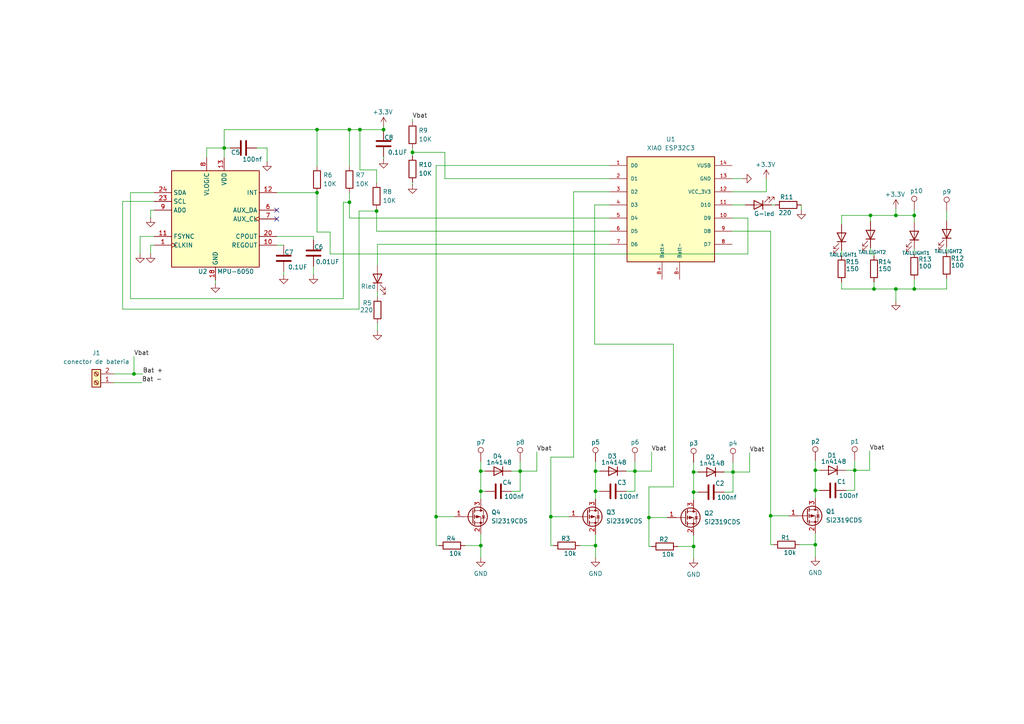
<source format=kicad_sch>
(kicad_sch
	(version 20231120)
	(generator "eeschema")
	(generator_version "8.0")
	(uuid "340e7c7c-d107-483d-8782-78a3889e2f21")
	(paper "A4")
	(lib_symbols
		(symbol "Connector:Screw_Terminal_01x02"
			(pin_names
				(offset 1.016) hide)
			(exclude_from_sim no)
			(in_bom yes)
			(on_board yes)
			(property "Reference" "J"
				(at 0 2.54 0)
				(effects
					(font
						(size 1.27 1.27)
					)
				)
			)
			(property "Value" "Screw_Terminal_01x02"
				(at 0 -5.08 0)
				(effects
					(font
						(size 1.27 1.27)
					)
				)
			)
			(property "Footprint" ""
				(at 0 0 0)
				(effects
					(font
						(size 1.27 1.27)
					)
					(hide yes)
				)
			)
			(property "Datasheet" "~"
				(at 0 0 0)
				(effects
					(font
						(size 1.27 1.27)
					)
					(hide yes)
				)
			)
			(property "Description" "Generic screw terminal, single row, 01x02, script generated (kicad-library-utils/schlib/autogen/connector/)"
				(at 0 0 0)
				(effects
					(font
						(size 1.27 1.27)
					)
					(hide yes)
				)
			)
			(property "ki_keywords" "screw terminal"
				(at 0 0 0)
				(effects
					(font
						(size 1.27 1.27)
					)
					(hide yes)
				)
			)
			(property "ki_fp_filters" "TerminalBlock*:*"
				(at 0 0 0)
				(effects
					(font
						(size 1.27 1.27)
					)
					(hide yes)
				)
			)
			(symbol "Screw_Terminal_01x02_1_1"
				(rectangle
					(start -1.27 1.27)
					(end 1.27 -3.81)
					(stroke
						(width 0.254)
						(type default)
					)
					(fill
						(type background)
					)
				)
				(circle
					(center 0 -2.54)
					(radius 0.635)
					(stroke
						(width 0.1524)
						(type default)
					)
					(fill
						(type none)
					)
				)
				(polyline
					(pts
						(xy -0.5334 -2.2098) (xy 0.3302 -3.048)
					)
					(stroke
						(width 0.1524)
						(type default)
					)
					(fill
						(type none)
					)
				)
				(polyline
					(pts
						(xy -0.5334 0.3302) (xy 0.3302 -0.508)
					)
					(stroke
						(width 0.1524)
						(type default)
					)
					(fill
						(type none)
					)
				)
				(polyline
					(pts
						(xy -0.3556 -2.032) (xy 0.508 -2.8702)
					)
					(stroke
						(width 0.1524)
						(type default)
					)
					(fill
						(type none)
					)
				)
				(polyline
					(pts
						(xy -0.3556 0.508) (xy 0.508 -0.3302)
					)
					(stroke
						(width 0.1524)
						(type default)
					)
					(fill
						(type none)
					)
				)
				(circle
					(center 0 0)
					(radius 0.635)
					(stroke
						(width 0.1524)
						(type default)
					)
					(fill
						(type none)
					)
				)
				(pin passive line
					(at -5.08 0 0)
					(length 3.81)
					(name "Pin_1"
						(effects
							(font
								(size 1.27 1.27)
							)
						)
					)
					(number "1"
						(effects
							(font
								(size 1.27 1.27)
							)
						)
					)
				)
				(pin passive line
					(at -5.08 -2.54 0)
					(length 3.81)
					(name "Pin_2"
						(effects
							(font
								(size 1.27 1.27)
							)
						)
					)
					(number "2"
						(effects
							(font
								(size 1.27 1.27)
							)
						)
					)
				)
			)
		)
		(symbol "Connector:TestPoint"
			(pin_numbers hide)
			(pin_names
				(offset 0.762) hide)
			(exclude_from_sim no)
			(in_bom yes)
			(on_board yes)
			(property "Reference" "TP"
				(at 0 6.858 0)
				(effects
					(font
						(size 1.27 1.27)
					)
				)
			)
			(property "Value" "TestPoint"
				(at 0 5.08 0)
				(effects
					(font
						(size 1.27 1.27)
					)
				)
			)
			(property "Footprint" ""
				(at 5.08 0 0)
				(effects
					(font
						(size 1.27 1.27)
					)
					(hide yes)
				)
			)
			(property "Datasheet" "~"
				(at 5.08 0 0)
				(effects
					(font
						(size 1.27 1.27)
					)
					(hide yes)
				)
			)
			(property "Description" "test point"
				(at 0 0 0)
				(effects
					(font
						(size 1.27 1.27)
					)
					(hide yes)
				)
			)
			(property "ki_keywords" "test point tp"
				(at 0 0 0)
				(effects
					(font
						(size 1.27 1.27)
					)
					(hide yes)
				)
			)
			(property "ki_fp_filters" "Pin* Test*"
				(at 0 0 0)
				(effects
					(font
						(size 1.27 1.27)
					)
					(hide yes)
				)
			)
			(symbol "TestPoint_0_1"
				(circle
					(center 0 3.302)
					(radius 0.762)
					(stroke
						(width 0)
						(type default)
					)
					(fill
						(type none)
					)
				)
			)
			(symbol "TestPoint_1_1"
				(pin passive line
					(at 0 0 90)
					(length 2.54)
					(name "1"
						(effects
							(font
								(size 1.27 1.27)
							)
						)
					)
					(number "1"
						(effects
							(font
								(size 1.27 1.27)
							)
						)
					)
				)
			)
		)
		(symbol "Device:C"
			(pin_numbers hide)
			(pin_names
				(offset 0.254)
			)
			(exclude_from_sim no)
			(in_bom yes)
			(on_board yes)
			(property "Reference" "C"
				(at 0.635 2.54 0)
				(effects
					(font
						(size 1.27 1.27)
					)
					(justify left)
				)
			)
			(property "Value" "C"
				(at 0.635 -2.54 0)
				(effects
					(font
						(size 1.27 1.27)
					)
					(justify left)
				)
			)
			(property "Footprint" ""
				(at 0.9652 -3.81 0)
				(effects
					(font
						(size 1.27 1.27)
					)
					(hide yes)
				)
			)
			(property "Datasheet" "~"
				(at 0 0 0)
				(effects
					(font
						(size 1.27 1.27)
					)
					(hide yes)
				)
			)
			(property "Description" "Unpolarized capacitor"
				(at 0 0 0)
				(effects
					(font
						(size 1.27 1.27)
					)
					(hide yes)
				)
			)
			(property "ki_keywords" "cap capacitor"
				(at 0 0 0)
				(effects
					(font
						(size 1.27 1.27)
					)
					(hide yes)
				)
			)
			(property "ki_fp_filters" "C_*"
				(at 0 0 0)
				(effects
					(font
						(size 1.27 1.27)
					)
					(hide yes)
				)
			)
			(symbol "C_0_1"
				(polyline
					(pts
						(xy -2.032 -0.762) (xy 2.032 -0.762)
					)
					(stroke
						(width 0.508)
						(type default)
					)
					(fill
						(type none)
					)
				)
				(polyline
					(pts
						(xy -2.032 0.762) (xy 2.032 0.762)
					)
					(stroke
						(width 0.508)
						(type default)
					)
					(fill
						(type none)
					)
				)
			)
			(symbol "C_1_1"
				(pin passive line
					(at 0 3.81 270)
					(length 2.794)
					(name "~"
						(effects
							(font
								(size 1.27 1.27)
							)
						)
					)
					(number "1"
						(effects
							(font
								(size 1.27 1.27)
							)
						)
					)
				)
				(pin passive line
					(at 0 -3.81 90)
					(length 2.794)
					(name "~"
						(effects
							(font
								(size 1.27 1.27)
							)
						)
					)
					(number "2"
						(effects
							(font
								(size 1.27 1.27)
							)
						)
					)
				)
			)
		)
		(symbol "Device:D"
			(pin_numbers hide)
			(pin_names
				(offset 1.016) hide)
			(exclude_from_sim no)
			(in_bom yes)
			(on_board yes)
			(property "Reference" "D"
				(at 0 2.54 0)
				(effects
					(font
						(size 1.27 1.27)
					)
				)
			)
			(property "Value" "D"
				(at 0 -2.54 0)
				(effects
					(font
						(size 1.27 1.27)
					)
				)
			)
			(property "Footprint" ""
				(at 0 0 0)
				(effects
					(font
						(size 1.27 1.27)
					)
					(hide yes)
				)
			)
			(property "Datasheet" "~"
				(at 0 0 0)
				(effects
					(font
						(size 1.27 1.27)
					)
					(hide yes)
				)
			)
			(property "Description" "Diode"
				(at 0 0 0)
				(effects
					(font
						(size 1.27 1.27)
					)
					(hide yes)
				)
			)
			(property "Sim.Device" "D"
				(at 0 0 0)
				(effects
					(font
						(size 1.27 1.27)
					)
					(hide yes)
				)
			)
			(property "Sim.Pins" "1=K 2=A"
				(at 0 0 0)
				(effects
					(font
						(size 1.27 1.27)
					)
					(hide yes)
				)
			)
			(property "ki_keywords" "diode"
				(at 0 0 0)
				(effects
					(font
						(size 1.27 1.27)
					)
					(hide yes)
				)
			)
			(property "ki_fp_filters" "TO-???* *_Diode_* *SingleDiode* D_*"
				(at 0 0 0)
				(effects
					(font
						(size 1.27 1.27)
					)
					(hide yes)
				)
			)
			(symbol "D_0_1"
				(polyline
					(pts
						(xy -1.27 1.27) (xy -1.27 -1.27)
					)
					(stroke
						(width 0.254)
						(type default)
					)
					(fill
						(type none)
					)
				)
				(polyline
					(pts
						(xy 1.27 0) (xy -1.27 0)
					)
					(stroke
						(width 0)
						(type default)
					)
					(fill
						(type none)
					)
				)
				(polyline
					(pts
						(xy 1.27 1.27) (xy 1.27 -1.27) (xy -1.27 0) (xy 1.27 1.27)
					)
					(stroke
						(width 0.254)
						(type default)
					)
					(fill
						(type none)
					)
				)
			)
			(symbol "D_1_1"
				(pin passive line
					(at -3.81 0 0)
					(length 2.54)
					(name "K"
						(effects
							(font
								(size 1.27 1.27)
							)
						)
					)
					(number "1"
						(effects
							(font
								(size 1.27 1.27)
							)
						)
					)
				)
				(pin passive line
					(at 3.81 0 180)
					(length 2.54)
					(name "A"
						(effects
							(font
								(size 1.27 1.27)
							)
						)
					)
					(number "2"
						(effects
							(font
								(size 1.27 1.27)
							)
						)
					)
				)
			)
		)
		(symbol "Device:LED"
			(pin_numbers hide)
			(pin_names
				(offset 1.016) hide)
			(exclude_from_sim no)
			(in_bom yes)
			(on_board yes)
			(property "Reference" "D"
				(at 0 2.54 0)
				(effects
					(font
						(size 1.27 1.27)
					)
				)
			)
			(property "Value" "LED"
				(at 0 -2.54 0)
				(effects
					(font
						(size 1.27 1.27)
					)
				)
			)
			(property "Footprint" ""
				(at 0 0 0)
				(effects
					(font
						(size 1.27 1.27)
					)
					(hide yes)
				)
			)
			(property "Datasheet" "~"
				(at 0 0 0)
				(effects
					(font
						(size 1.27 1.27)
					)
					(hide yes)
				)
			)
			(property "Description" "Light emitting diode"
				(at 0 0 0)
				(effects
					(font
						(size 1.27 1.27)
					)
					(hide yes)
				)
			)
			(property "ki_keywords" "LED diode"
				(at 0 0 0)
				(effects
					(font
						(size 1.27 1.27)
					)
					(hide yes)
				)
			)
			(property "ki_fp_filters" "LED* LED_SMD:* LED_THT:*"
				(at 0 0 0)
				(effects
					(font
						(size 1.27 1.27)
					)
					(hide yes)
				)
			)
			(symbol "LED_0_1"
				(polyline
					(pts
						(xy -1.27 -1.27) (xy -1.27 1.27)
					)
					(stroke
						(width 0.254)
						(type default)
					)
					(fill
						(type none)
					)
				)
				(polyline
					(pts
						(xy -1.27 0) (xy 1.27 0)
					)
					(stroke
						(width 0)
						(type default)
					)
					(fill
						(type none)
					)
				)
				(polyline
					(pts
						(xy 1.27 -1.27) (xy 1.27 1.27) (xy -1.27 0) (xy 1.27 -1.27)
					)
					(stroke
						(width 0.254)
						(type default)
					)
					(fill
						(type none)
					)
				)
				(polyline
					(pts
						(xy -3.048 -0.762) (xy -4.572 -2.286) (xy -3.81 -2.286) (xy -4.572 -2.286) (xy -4.572 -1.524)
					)
					(stroke
						(width 0)
						(type default)
					)
					(fill
						(type none)
					)
				)
				(polyline
					(pts
						(xy -1.778 -0.762) (xy -3.302 -2.286) (xy -2.54 -2.286) (xy -3.302 -2.286) (xy -3.302 -1.524)
					)
					(stroke
						(width 0)
						(type default)
					)
					(fill
						(type none)
					)
				)
			)
			(symbol "LED_1_1"
				(pin passive line
					(at -3.81 0 0)
					(length 2.54)
					(name "K"
						(effects
							(font
								(size 1.27 1.27)
							)
						)
					)
					(number "1"
						(effects
							(font
								(size 1.27 1.27)
							)
						)
					)
				)
				(pin passive line
					(at 3.81 0 180)
					(length 2.54)
					(name "A"
						(effects
							(font
								(size 1.27 1.27)
							)
						)
					)
					(number "2"
						(effects
							(font
								(size 1.27 1.27)
							)
						)
					)
				)
			)
		)
		(symbol "Device:R"
			(pin_numbers hide)
			(pin_names
				(offset 0)
			)
			(exclude_from_sim no)
			(in_bom yes)
			(on_board yes)
			(property "Reference" "R"
				(at 2.032 0 90)
				(effects
					(font
						(size 1.27 1.27)
					)
				)
			)
			(property "Value" "R"
				(at 0 0 90)
				(effects
					(font
						(size 1.27 1.27)
					)
				)
			)
			(property "Footprint" ""
				(at -1.778 0 90)
				(effects
					(font
						(size 1.27 1.27)
					)
					(hide yes)
				)
			)
			(property "Datasheet" "~"
				(at 0 0 0)
				(effects
					(font
						(size 1.27 1.27)
					)
					(hide yes)
				)
			)
			(property "Description" "Resistor"
				(at 0 0 0)
				(effects
					(font
						(size 1.27 1.27)
					)
					(hide yes)
				)
			)
			(property "ki_keywords" "R res resistor"
				(at 0 0 0)
				(effects
					(font
						(size 1.27 1.27)
					)
					(hide yes)
				)
			)
			(property "ki_fp_filters" "R_*"
				(at 0 0 0)
				(effects
					(font
						(size 1.27 1.27)
					)
					(hide yes)
				)
			)
			(symbol "R_0_1"
				(rectangle
					(start -1.016 -2.54)
					(end 1.016 2.54)
					(stroke
						(width 0.254)
						(type default)
					)
					(fill
						(type none)
					)
				)
			)
			(symbol "R_1_1"
				(pin passive line
					(at 0 3.81 270)
					(length 1.27)
					(name "~"
						(effects
							(font
								(size 1.27 1.27)
							)
						)
					)
					(number "1"
						(effects
							(font
								(size 1.27 1.27)
							)
						)
					)
				)
				(pin passive line
					(at 0 -3.81 90)
					(length 1.27)
					(name "~"
						(effects
							(font
								(size 1.27 1.27)
							)
						)
					)
					(number "2"
						(effects
							(font
								(size 1.27 1.27)
							)
						)
					)
				)
			)
		)
		(symbol "Sensor_Motion:MPU-6050"
			(exclude_from_sim no)
			(in_bom yes)
			(on_board yes)
			(property "Reference" "U"
				(at -11.43 13.97 0)
				(effects
					(font
						(size 1.27 1.27)
					)
				)
			)
			(property "Value" "MPU-6050"
				(at 7.62 -15.24 0)
				(effects
					(font
						(size 1.27 1.27)
					)
				)
			)
			(property "Footprint" "Sensor_Motion:InvenSense_QFN-24_4x4mm_P0.5mm"
				(at 0 -20.32 0)
				(effects
					(font
						(size 1.27 1.27)
					)
					(hide yes)
				)
			)
			(property "Datasheet" "https://invensense.tdk.com/wp-content/uploads/2015/02/MPU-6000-Datasheet1.pdf"
				(at 0 -3.81 0)
				(effects
					(font
						(size 1.27 1.27)
					)
					(hide yes)
				)
			)
			(property "Description" "InvenSense 6-Axis Motion Sensor, Gyroscope, Accelerometer, I2C"
				(at 0 0 0)
				(effects
					(font
						(size 1.27 1.27)
					)
					(hide yes)
				)
			)
			(property "ki_keywords" "mems"
				(at 0 0 0)
				(effects
					(font
						(size 1.27 1.27)
					)
					(hide yes)
				)
			)
			(property "ki_fp_filters" "*QFN*4x4mm*P0.5mm*"
				(at 0 0 0)
				(effects
					(font
						(size 1.27 1.27)
					)
					(hide yes)
				)
			)
			(symbol "MPU-6050_0_0"
				(text ""
					(at 12.7 -2.54 0)
					(effects
						(font
							(size 1.27 1.27)
						)
					)
				)
			)
			(symbol "MPU-6050_0_1"
				(rectangle
					(start -12.7 13.97)
					(end 12.7 -13.97)
					(stroke
						(width 0.254)
						(type default)
					)
					(fill
						(type background)
					)
				)
			)
			(symbol "MPU-6050_1_1"
				(pin input clock
					(at -17.78 -7.62 0)
					(length 5.08)
					(name "CLKIN"
						(effects
							(font
								(size 1.27 1.27)
							)
						)
					)
					(number "1"
						(effects
							(font
								(size 1.27 1.27)
							)
						)
					)
				)
				(pin passive line
					(at 17.78 -7.62 180)
					(length 5.08)
					(name "REGOUT"
						(effects
							(font
								(size 1.27 1.27)
							)
						)
					)
					(number "10"
						(effects
							(font
								(size 1.27 1.27)
							)
						)
					)
				)
				(pin input line
					(at -17.78 -5.08 0)
					(length 5.08)
					(name "FSYNC"
						(effects
							(font
								(size 1.27 1.27)
							)
						)
					)
					(number "11"
						(effects
							(font
								(size 1.27 1.27)
							)
						)
					)
				)
				(pin output line
					(at 17.78 7.62 180)
					(length 5.08)
					(name "INT"
						(effects
							(font
								(size 1.27 1.27)
							)
						)
					)
					(number "12"
						(effects
							(font
								(size 1.27 1.27)
							)
						)
					)
				)
				(pin power_in line
					(at 2.54 17.78 270)
					(length 3.81)
					(name "VDD"
						(effects
							(font
								(size 1.27 1.27)
							)
						)
					)
					(number "13"
						(effects
							(font
								(size 1.27 1.27)
							)
						)
					)
				)
				(pin no_connect line
					(at -12.7 -10.16 0)
					(length 2.54) hide
					(name "NC"
						(effects
							(font
								(size 1.27 1.27)
							)
						)
					)
					(number "14"
						(effects
							(font
								(size 1.27 1.27)
							)
						)
					)
				)
				(pin no_connect line
					(at 12.7 12.7 180)
					(length 2.54) hide
					(name "NC"
						(effects
							(font
								(size 1.27 1.27)
							)
						)
					)
					(number "15"
						(effects
							(font
								(size 1.27 1.27)
							)
						)
					)
				)
				(pin no_connect line
					(at 12.7 10.16 180)
					(length 2.54) hide
					(name "NC"
						(effects
							(font
								(size 1.27 1.27)
							)
						)
					)
					(number "16"
						(effects
							(font
								(size 1.27 1.27)
							)
						)
					)
				)
				(pin no_connect line
					(at 12.7 5.08 180)
					(length 2.54) hide
					(name "NC"
						(effects
							(font
								(size 1.27 1.27)
							)
						)
					)
					(number "17"
						(effects
							(font
								(size 1.27 1.27)
							)
						)
					)
				)
				(pin power_in line
					(at 0 -17.78 90)
					(length 3.81)
					(name "GND"
						(effects
							(font
								(size 1.27 1.27)
							)
						)
					)
					(number "18"
						(effects
							(font
								(size 1.27 1.27)
							)
						)
					)
				)
				(pin no_connect line
					(at 12.7 -10.16 180)
					(length 2.54) hide
					(name "RESV"
						(effects
							(font
								(size 1.27 1.27)
							)
						)
					)
					(number "19"
						(effects
							(font
								(size 1.27 1.27)
							)
						)
					)
				)
				(pin no_connect line
					(at -12.7 12.7 0)
					(length 2.54) hide
					(name "NC"
						(effects
							(font
								(size 1.27 1.27)
							)
						)
					)
					(number "2"
						(effects
							(font
								(size 1.27 1.27)
							)
						)
					)
				)
				(pin passive line
					(at 17.78 -5.08 180)
					(length 5.08)
					(name "CPOUT"
						(effects
							(font
								(size 1.27 1.27)
							)
						)
					)
					(number "20"
						(effects
							(font
								(size 1.27 1.27)
							)
						)
					)
				)
				(pin no_connect line
					(at 12.7 -2.54 180)
					(length 2.54) hide
					(name "RESV"
						(effects
							(font
								(size 1.27 1.27)
							)
						)
					)
					(number "21"
						(effects
							(font
								(size 1.27 1.27)
							)
						)
					)
				)
				(pin no_connect line
					(at 12.7 -12.7 180)
					(length 2.54) hide
					(name "RESV"
						(effects
							(font
								(size 1.27 1.27)
							)
						)
					)
					(number "22"
						(effects
							(font
								(size 1.27 1.27)
							)
						)
					)
				)
				(pin input line
					(at -17.78 5.08 0)
					(length 5.08)
					(name "SCL"
						(effects
							(font
								(size 1.27 1.27)
							)
						)
					)
					(number "23"
						(effects
							(font
								(size 1.27 1.27)
							)
						)
					)
				)
				(pin bidirectional line
					(at -17.78 7.62 0)
					(length 5.08)
					(name "SDA"
						(effects
							(font
								(size 1.27 1.27)
							)
						)
					)
					(number "24"
						(effects
							(font
								(size 1.27 1.27)
							)
						)
					)
				)
				(pin no_connect line
					(at -12.7 10.16 0)
					(length 2.54) hide
					(name "NC"
						(effects
							(font
								(size 1.27 1.27)
							)
						)
					)
					(number "3"
						(effects
							(font
								(size 1.27 1.27)
							)
						)
					)
				)
				(pin no_connect line
					(at -12.7 0 0)
					(length 2.54) hide
					(name "NC"
						(effects
							(font
								(size 1.27 1.27)
							)
						)
					)
					(number "4"
						(effects
							(font
								(size 1.27 1.27)
							)
						)
					)
				)
				(pin no_connect line
					(at -12.7 -2.54 0)
					(length 2.54) hide
					(name "NC"
						(effects
							(font
								(size 1.27 1.27)
							)
						)
					)
					(number "5"
						(effects
							(font
								(size 1.27 1.27)
							)
						)
					)
				)
				(pin bidirectional line
					(at 17.78 2.54 180)
					(length 5.08)
					(name "AUX_DA"
						(effects
							(font
								(size 1.27 1.27)
							)
						)
					)
					(number "6"
						(effects
							(font
								(size 1.27 1.27)
							)
						)
					)
				)
				(pin output clock
					(at 17.78 0 180)
					(length 5.08)
					(name "AUX_CL"
						(effects
							(font
								(size 1.27 1.27)
							)
						)
					)
					(number "7"
						(effects
							(font
								(size 1.27 1.27)
							)
						)
					)
				)
				(pin power_in line
					(at -2.54 17.78 270)
					(length 3.81)
					(name "VLOGIC"
						(effects
							(font
								(size 1.27 1.27)
							)
						)
					)
					(number "8"
						(effects
							(font
								(size 1.27 1.27)
							)
						)
					)
				)
				(pin input line
					(at -17.78 2.54 0)
					(length 5.08)
					(name "AD0"
						(effects
							(font
								(size 1.27 1.27)
							)
						)
					)
					(number "9"
						(effects
							(font
								(size 1.27 1.27)
							)
						)
					)
				)
			)
		)
		(symbol "Transistor_FET:Si2319CDS"
			(pin_names hide)
			(exclude_from_sim no)
			(in_bom yes)
			(on_board yes)
			(property "Reference" "Q"
				(at 5.08 1.905 0)
				(effects
					(font
						(size 1.27 1.27)
					)
					(justify left)
				)
			)
			(property "Value" "Si2319CDS"
				(at 5.08 0 0)
				(effects
					(font
						(size 1.27 1.27)
					)
					(justify left)
				)
			)
			(property "Footprint" "Package_TO_SOT_SMD:SOT-23"
				(at 5.08 -1.905 0)
				(effects
					(font
						(size 1.27 1.27)
						(italic yes)
					)
					(justify left)
					(hide yes)
				)
			)
			(property "Datasheet" "http://www.vishay.com/docs/66709/si2319cd.pdf"
				(at 5.08 -3.81 0)
				(effects
					(font
						(size 1.27 1.27)
					)
					(justify left)
					(hide yes)
				)
			)
			(property "Description" "-4.4A Id, -40V Vds, P-Channel MOSFET, SOT-23"
				(at 0 0 0)
				(effects
					(font
						(size 1.27 1.27)
					)
					(hide yes)
				)
			)
			(property "ki_keywords" "P-Channel MOSFET"
				(at 0 0 0)
				(effects
					(font
						(size 1.27 1.27)
					)
					(hide yes)
				)
			)
			(property "ki_fp_filters" "SOT?23*"
				(at 0 0 0)
				(effects
					(font
						(size 1.27 1.27)
					)
					(hide yes)
				)
			)
			(symbol "Si2319CDS_0_1"
				(polyline
					(pts
						(xy 0.254 0) (xy -2.54 0)
					)
					(stroke
						(width 0)
						(type default)
					)
					(fill
						(type none)
					)
				)
				(polyline
					(pts
						(xy 0.254 1.905) (xy 0.254 -1.905)
					)
					(stroke
						(width 0.254)
						(type default)
					)
					(fill
						(type none)
					)
				)
				(polyline
					(pts
						(xy 0.762 -1.27) (xy 0.762 -2.286)
					)
					(stroke
						(width 0.254)
						(type default)
					)
					(fill
						(type none)
					)
				)
				(polyline
					(pts
						(xy 0.762 0.508) (xy 0.762 -0.508)
					)
					(stroke
						(width 0.254)
						(type default)
					)
					(fill
						(type none)
					)
				)
				(polyline
					(pts
						(xy 0.762 2.286) (xy 0.762 1.27)
					)
					(stroke
						(width 0.254)
						(type default)
					)
					(fill
						(type none)
					)
				)
				(polyline
					(pts
						(xy 2.54 2.54) (xy 2.54 1.778)
					)
					(stroke
						(width 0)
						(type default)
					)
					(fill
						(type none)
					)
				)
				(polyline
					(pts
						(xy 2.54 -2.54) (xy 2.54 0) (xy 0.762 0)
					)
					(stroke
						(width 0)
						(type default)
					)
					(fill
						(type none)
					)
				)
				(polyline
					(pts
						(xy 0.762 1.778) (xy 3.302 1.778) (xy 3.302 -1.778) (xy 0.762 -1.778)
					)
					(stroke
						(width 0)
						(type default)
					)
					(fill
						(type none)
					)
				)
				(polyline
					(pts
						(xy 2.286 0) (xy 1.27 0.381) (xy 1.27 -0.381) (xy 2.286 0)
					)
					(stroke
						(width 0)
						(type default)
					)
					(fill
						(type outline)
					)
				)
				(polyline
					(pts
						(xy 2.794 -0.508) (xy 2.921 -0.381) (xy 3.683 -0.381) (xy 3.81 -0.254)
					)
					(stroke
						(width 0)
						(type default)
					)
					(fill
						(type none)
					)
				)
				(polyline
					(pts
						(xy 3.302 -0.381) (xy 2.921 0.254) (xy 3.683 0.254) (xy 3.302 -0.381)
					)
					(stroke
						(width 0)
						(type default)
					)
					(fill
						(type none)
					)
				)
				(circle
					(center 1.651 0)
					(radius 2.794)
					(stroke
						(width 0.254)
						(type default)
					)
					(fill
						(type none)
					)
				)
				(circle
					(center 2.54 -1.778)
					(radius 0.254)
					(stroke
						(width 0)
						(type default)
					)
					(fill
						(type outline)
					)
				)
				(circle
					(center 2.54 1.778)
					(radius 0.254)
					(stroke
						(width 0)
						(type default)
					)
					(fill
						(type outline)
					)
				)
			)
			(symbol "Si2319CDS_1_1"
				(pin input line
					(at -5.08 0 0)
					(length 2.54)
					(name "G"
						(effects
							(font
								(size 1.27 1.27)
							)
						)
					)
					(number "1"
						(effects
							(font
								(size 1.27 1.27)
							)
						)
					)
				)
				(pin passive line
					(at 2.54 -5.08 90)
					(length 2.54)
					(name "S"
						(effects
							(font
								(size 1.27 1.27)
							)
						)
					)
					(number "2"
						(effects
							(font
								(size 1.27 1.27)
							)
						)
					)
				)
				(pin passive line
					(at 2.54 5.08 270)
					(length 2.54)
					(name "D"
						(effects
							(font
								(size 1.27 1.27)
							)
						)
					)
					(number "3"
						(effects
							(font
								(size 1.27 1.27)
							)
						)
					)
				)
			)
		)
		(symbol "power:+3.3V"
			(power)
			(pin_numbers hide)
			(pin_names
				(offset 0) hide)
			(exclude_from_sim no)
			(in_bom yes)
			(on_board yes)
			(property "Reference" "#PWR"
				(at 0 -3.81 0)
				(effects
					(font
						(size 1.27 1.27)
					)
					(hide yes)
				)
			)
			(property "Value" "+3.3V"
				(at 0 3.556 0)
				(effects
					(font
						(size 1.27 1.27)
					)
				)
			)
			(property "Footprint" ""
				(at 0 0 0)
				(effects
					(font
						(size 1.27 1.27)
					)
					(hide yes)
				)
			)
			(property "Datasheet" ""
				(at 0 0 0)
				(effects
					(font
						(size 1.27 1.27)
					)
					(hide yes)
				)
			)
			(property "Description" "Power symbol creates a global label with name \"+3.3V\""
				(at 0 0 0)
				(effects
					(font
						(size 1.27 1.27)
					)
					(hide yes)
				)
			)
			(property "ki_keywords" "global power"
				(at 0 0 0)
				(effects
					(font
						(size 1.27 1.27)
					)
					(hide yes)
				)
			)
			(symbol "+3.3V_0_1"
				(polyline
					(pts
						(xy -0.762 1.27) (xy 0 2.54)
					)
					(stroke
						(width 0)
						(type default)
					)
					(fill
						(type none)
					)
				)
				(polyline
					(pts
						(xy 0 0) (xy 0 2.54)
					)
					(stroke
						(width 0)
						(type default)
					)
					(fill
						(type none)
					)
				)
				(polyline
					(pts
						(xy 0 2.54) (xy 0.762 1.27)
					)
					(stroke
						(width 0)
						(type default)
					)
					(fill
						(type none)
					)
				)
			)
			(symbol "+3.3V_1_1"
				(pin power_in line
					(at 0 0 90)
					(length 0)
					(name "~"
						(effects
							(font
								(size 1.27 1.27)
							)
						)
					)
					(number "1"
						(effects
							(font
								(size 1.27 1.27)
							)
						)
					)
				)
			)
		)
		(symbol "power:GND"
			(power)
			(pin_numbers hide)
			(pin_names
				(offset 0) hide)
			(exclude_from_sim no)
			(in_bom yes)
			(on_board yes)
			(property "Reference" "#PWR"
				(at 0 -6.35 0)
				(effects
					(font
						(size 1.27 1.27)
					)
					(hide yes)
				)
			)
			(property "Value" "GND"
				(at 0 -3.81 0)
				(effects
					(font
						(size 1.27 1.27)
					)
				)
			)
			(property "Footprint" ""
				(at 0 0 0)
				(effects
					(font
						(size 1.27 1.27)
					)
					(hide yes)
				)
			)
			(property "Datasheet" ""
				(at 0 0 0)
				(effects
					(font
						(size 1.27 1.27)
					)
					(hide yes)
				)
			)
			(property "Description" "Power symbol creates a global label with name \"GND\" , ground"
				(at 0 0 0)
				(effects
					(font
						(size 1.27 1.27)
					)
					(hide yes)
				)
			)
			(property "ki_keywords" "global power"
				(at 0 0 0)
				(effects
					(font
						(size 1.27 1.27)
					)
					(hide yes)
				)
			)
			(symbol "GND_0_1"
				(polyline
					(pts
						(xy 0 0) (xy 0 -1.27) (xy 1.27 -1.27) (xy 0 -2.54) (xy -1.27 -1.27) (xy 0 -1.27)
					)
					(stroke
						(width 0)
						(type default)
					)
					(fill
						(type none)
					)
				)
			)
			(symbol "GND_1_1"
				(pin power_in line
					(at 0 0 270)
					(length 0)
					(name "~"
						(effects
							(font
								(size 1.27 1.27)
							)
						)
					)
					(number "1"
						(effects
							(font
								(size 1.27 1.27)
							)
						)
					)
				)
			)
		)
		(symbol "xiao:XIAO ESP32C3"
			(pin_names
				(offset 1.016)
			)
			(exclude_from_sim no)
			(in_bom yes)
			(on_board yes)
			(property "Reference" "U"
				(at -12.7 16.002 0)
				(effects
					(font
						(size 1.27 1.27)
					)
					(justify left bottom)
				)
			)
			(property "Value" "XIAO ESP32C3"
				(at 7.62 -19.05 0)
				(effects
					(font
						(size 1.27 1.27)
					)
					(justify left bottom)
				)
			)
			(property "Footprint" "XIAO_ESP32C3:xiao_esp32c3"
				(at 1.27 21.59 0)
				(effects
					(font
						(size 1.27 1.27)
					)
					(justify bottom)
					(hide yes)
				)
			)
			(property "Datasheet" "https://files.seeedstudio.com/wiki/Seeed-Studio-XIAO-ESP32/esp32-c3_datasheet.pdf"
				(at 0 -31.75 0)
				(effects
					(font
						(size 1.27 1.27)
					)
					(hide yes)
				)
			)
			(property "Description" "ESP32C3 Transceiver Evaluation Board"
				(at 1.27 19.05 0)
				(effects
					(font
						(size 1.27 1.27)
					)
					(justify bottom)
					(hide yes)
				)
			)
			(property "MANUFACTURER" "Seeed Technology"
				(at 1.27 24.13 0)
				(effects
					(font
						(size 1.27 1.27)
					)
					(justify bottom)
					(hide yes)
				)
			)
			(property "ki_keywords" "ESP32 C3 XIAO"
				(at 0 0 0)
				(effects
					(font
						(size 1.27 1.27)
					)
					(hide yes)
				)
			)
			(symbol "XIAO ESP32C3_0_0"
				(rectangle
					(start -12.7 15.24)
					(end 12.7 -15.24)
					(stroke
						(width 0.254)
						(type default)
					)
					(fill
						(type background)
					)
				)
				(pin bidirectional line
					(at -17.78 12.7 0)
					(length 5.08)
					(name "D0"
						(effects
							(font
								(size 1.016 1.016)
							)
						)
					)
					(number "1"
						(effects
							(font
								(size 1.016 1.016)
							)
						)
					)
				)
				(pin bidirectional line
					(at 17.78 -2.54 180)
					(length 5.08)
					(name "D9"
						(effects
							(font
								(size 1.016 1.016)
							)
						)
					)
					(number "10"
						(effects
							(font
								(size 1.016 1.016)
							)
						)
					)
				)
				(pin bidirectional line
					(at 17.78 1.27 180)
					(length 5.08)
					(name "D10"
						(effects
							(font
								(size 1.016 1.016)
							)
						)
					)
					(number "11"
						(effects
							(font
								(size 1.016 1.016)
							)
						)
					)
				)
				(pin power_in line
					(at 17.78 5.08 180)
					(length 5.08)
					(name "VCC_3V3"
						(effects
							(font
								(size 1.016 1.016)
							)
						)
					)
					(number "12"
						(effects
							(font
								(size 1.016 1.016)
							)
						)
					)
				)
				(pin power_in line
					(at 17.78 8.89 180)
					(length 5.08)
					(name "GND"
						(effects
							(font
								(size 1.016 1.016)
							)
						)
					)
					(number "13"
						(effects
							(font
								(size 1.016 1.016)
							)
						)
					)
				)
				(pin power_in line
					(at 17.78 12.7 180)
					(length 5.08)
					(name "VUSB"
						(effects
							(font
								(size 1.016 1.016)
							)
						)
					)
					(number "14"
						(effects
							(font
								(size 1.016 1.016)
							)
						)
					)
				)
				(pin bidirectional line
					(at -17.78 8.89 0)
					(length 5.08)
					(name "D1"
						(effects
							(font
								(size 1.016 1.016)
							)
						)
					)
					(number "2"
						(effects
							(font
								(size 1.016 1.016)
							)
						)
					)
				)
				(pin bidirectional line
					(at -17.78 5.08 0)
					(length 5.08)
					(name "D2"
						(effects
							(font
								(size 1.016 1.016)
							)
						)
					)
					(number "3"
						(effects
							(font
								(size 1.016 1.016)
							)
						)
					)
				)
				(pin bidirectional line
					(at -17.78 1.27 0)
					(length 5.08)
					(name "D3"
						(effects
							(font
								(size 1.016 1.016)
							)
						)
					)
					(number "4"
						(effects
							(font
								(size 1.016 1.016)
							)
						)
					)
				)
				(pin bidirectional line
					(at -17.78 -2.54 0)
					(length 5.08)
					(name "D4"
						(effects
							(font
								(size 1.016 1.016)
							)
						)
					)
					(number "5"
						(effects
							(font
								(size 1.016 1.016)
							)
						)
					)
				)
				(pin bidirectional line
					(at -17.78 -6.35 0)
					(length 5.08)
					(name "D5"
						(effects
							(font
								(size 1.016 1.016)
							)
						)
					)
					(number "6"
						(effects
							(font
								(size 1.016 1.016)
							)
						)
					)
				)
				(pin bidirectional line
					(at 17.78 -6.35 180)
					(length 5.08)
					(name "D8"
						(effects
							(font
								(size 1.016 1.016)
							)
						)
					)
					(number "9"
						(effects
							(font
								(size 1.016 1.016)
							)
						)
					)
				)
			)
			(symbol "XIAO ESP32C3_1_0"
				(pin bidirectional line
					(at -17.78 -10.16 0)
					(length 5.08)
					(name "D6"
						(effects
							(font
								(size 1.016 1.016)
							)
						)
					)
					(number "7"
						(effects
							(font
								(size 1.016 1.016)
							)
						)
					)
				)
				(pin bidirectional line
					(at 17.78 -10.16 180)
					(length 5.08)
					(name "D7"
						(effects
							(font
								(size 1.016 1.016)
							)
						)
					)
					(number "8"
						(effects
							(font
								(size 1.016 1.016)
							)
						)
					)
				)
				(pin power_in line
					(at -2.54 -20.32 90)
					(length 5.08)
					(name "Batt+"
						(effects
							(font
								(size 1.016 1.016)
							)
						)
					)
					(number "B+"
						(effects
							(font
								(size 1.016 1.016)
							)
						)
					)
				)
				(pin power_in line
					(at 2.54 -20.32 90)
					(length 5.08)
					(name "Batt-"
						(effects
							(font
								(size 1.016 1.016)
							)
						)
					)
					(number "B-"
						(effects
							(font
								(size 1.016 1.016)
							)
						)
					)
				)
			)
		)
	)
	(junction
		(at 201.168 136.906)
		(diameter 0)
		(color 0 0 0 0)
		(uuid "0ff4544e-9760-4f63-8450-faac30b272be")
	)
	(junction
		(at 119.634 44.196)
		(diameter 0)
		(color 0 0 0 0)
		(uuid "23f59527-d18b-4f20-8167-f1ff6c488adc")
	)
	(junction
		(at 223.52 149.606)
		(diameter 0)
		(color 0 0 0 0)
		(uuid "2641f792-414d-4c20-bcf4-6a9071c31b1e")
	)
	(junction
		(at 201.168 142.748)
		(diameter 0)
		(color 0 0 0 0)
		(uuid "310c1406-a015-4149-ba56-7f12012d399b")
	)
	(junction
		(at 101.346 58.674)
		(diameter 0)
		(color 0 0 0 0)
		(uuid "37764297-9467-4198-aac9-c7e0addf0a3c")
	)
	(junction
		(at 172.72 142.494)
		(diameter 0)
		(color 0 0 0 0)
		(uuid "4e5ce14d-aa80-4ac0-abca-44079cc2412b")
	)
	(junction
		(at 139.446 142.494)
		(diameter 0)
		(color 0 0 0 0)
		(uuid "522bb403-ef89-476c-a93a-4992839e547f")
	)
	(junction
		(at 91.948 37.592)
		(diameter 0)
		(color 0 0 0 0)
		(uuid "5283a822-7c8c-409c-8763-725d5a735328")
	)
	(junction
		(at 212.598 136.906)
		(diameter 0)
		(color 0 0 0 0)
		(uuid "5376d6e7-4d6e-4c3a-9a57-51068442d624")
	)
	(junction
		(at 172.72 136.652)
		(diameter 0)
		(color 0 0 0 0)
		(uuid "5a07befe-e6f1-4222-88d1-b3d062796c2f")
	)
	(junction
		(at 188.214 150.114)
		(diameter 0)
		(color 0 0 0 0)
		(uuid "637bb82b-9fd1-4302-a16e-e5e5f9292c02")
	)
	(junction
		(at 201.168 158.496)
		(diameter 0)
		(color 0 0 0 0)
		(uuid "6c670100-403b-4c94-b238-c9cde1b73ef0")
	)
	(junction
		(at 139.446 136.652)
		(diameter 0)
		(color 0 0 0 0)
		(uuid "76e21742-3626-44f8-8d4a-7626c71e8804")
	)
	(junction
		(at 259.842 62.484)
		(diameter 0)
		(color 0 0 0 0)
		(uuid "7d57ac09-a140-438d-91af-12379840eb13")
	)
	(junction
		(at 38.862 108.458)
		(diameter 0)
		(color 0 0 0 0)
		(uuid "8b75a5e5-aad7-4a3e-932c-45b26cbfaa9e")
	)
	(junction
		(at 111.252 37.592)
		(diameter 0)
		(color 0 0 0 0)
		(uuid "8f1cd3f0-54b7-4a07-9eab-060803c268b1")
	)
	(junction
		(at 236.474 142.24)
		(diameter 0)
		(color 0 0 0 0)
		(uuid "93a806b3-1bfa-4627-bee1-92a004ba07dd")
	)
	(junction
		(at 101.346 37.592)
		(diameter 0)
		(color 0 0 0 0)
		(uuid "9953dd7b-b72b-42e7-9968-0bfbb163d1d9")
	)
	(junction
		(at 159.766 149.86)
		(diameter 0)
		(color 0 0 0 0)
		(uuid "a461f34e-d4f7-45f0-9c2f-cff4806f33c9")
	)
	(junction
		(at 139.446 158.242)
		(diameter 0)
		(color 0 0 0 0)
		(uuid "a4db330a-ec35-4547-838d-a24e5a1f30c0")
	)
	(junction
		(at 252.476 62.484)
		(diameter 0)
		(color 0 0 0 0)
		(uuid "a6b1609c-210d-4e9c-a7e6-e05cedb4bc52")
	)
	(junction
		(at 126.492 149.86)
		(diameter 0)
		(color 0 0 0 0)
		(uuid "adafa86f-712e-4dfb-88af-7839d13e4ba3")
	)
	(junction
		(at 236.474 157.988)
		(diameter 0)
		(color 0 0 0 0)
		(uuid "ae65c285-82ae-40a2-beb6-5d6b5291d245")
	)
	(junction
		(at 150.876 136.652)
		(diameter 0)
		(color 0 0 0 0)
		(uuid "b4a2236c-4215-4301-8b8a-f3bd1ee14ba7")
	)
	(junction
		(at 253.492 83.82)
		(diameter 0)
		(color 0 0 0 0)
		(uuid "be6c1f2a-b3a9-44ef-9674-4a1d30ef6c6a")
	)
	(junction
		(at 65.024 42.926)
		(diameter 0)
		(color 0 0 0 0)
		(uuid "c2c174b8-22bd-469a-9fc5-d7d3c773dfc7")
	)
	(junction
		(at 259.842 83.82)
		(diameter 0)
		(color 0 0 0 0)
		(uuid "c61ec288-2bca-4284-852a-d599e38e3fc8")
	)
	(junction
		(at 247.904 136.398)
		(diameter 0)
		(color 0 0 0 0)
		(uuid "d1fcaa8e-69fb-4dfc-8e5f-e769da56973d")
	)
	(junction
		(at 104.394 37.592)
		(diameter 0)
		(color 0 0 0 0)
		(uuid "dacb6ca5-df6c-4374-8e54-5f47ffa58736")
	)
	(junction
		(at 236.474 136.398)
		(diameter 0)
		(color 0 0 0 0)
		(uuid "de434f98-126b-4ce0-88a2-888a8695f52f")
	)
	(junction
		(at 91.948 55.88)
		(diameter 0)
		(color 0 0 0 0)
		(uuid "de6cdcf2-6819-4a73-b596-6207db14c5ec")
	)
	(junction
		(at 172.72 158.242)
		(diameter 0)
		(color 0 0 0 0)
		(uuid "dfa0eec3-bd75-4b5b-b8a2-e1a6651c5cfe")
	)
	(junction
		(at 265.176 62.484)
		(diameter 0)
		(color 0 0 0 0)
		(uuid "ea1fd857-5426-4f9f-85e3-de696484014c")
	)
	(junction
		(at 265.176 83.82)
		(diameter 0)
		(color 0 0 0 0)
		(uuid "ebe520c8-62e7-434e-9ff5-2603a2cc3f26")
	)
	(junction
		(at 109.22 61.214)
		(diameter 0)
		(color 0 0 0 0)
		(uuid "f1a6144a-c9db-4870-b1bd-cb35899b5fd2")
	)
	(junction
		(at 184.15 136.652)
		(diameter 0)
		(color 0 0 0 0)
		(uuid "f506224a-e29f-40c2-9317-c5d106a83eaa")
	)
	(no_connect
		(at 80.264 63.5)
		(uuid "26908540-0062-43c4-8d90-d3fa662be69f")
	)
	(no_connect
		(at 80.264 60.96)
		(uuid "aeea9619-147b-46ba-9899-b921c9474fcf")
	)
	(wire
		(pts
			(xy 101.346 55.88) (xy 101.346 58.674)
		)
		(stroke
			(width 0)
			(type default)
		)
		(uuid "0120cfb1-17a1-4804-8f61-671bc5f5d84d")
	)
	(wire
		(pts
			(xy 139.446 144.78) (xy 139.446 142.494)
		)
		(stroke
			(width 0)
			(type default)
		)
		(uuid "0175c7d8-7ac6-49ad-bae5-8b84594dc281")
	)
	(wire
		(pts
			(xy 172.72 136.652) (xy 173.99 136.652)
		)
		(stroke
			(width 0)
			(type default)
		)
		(uuid "0329cd71-869b-49f0-a214-522c1a9f3821")
	)
	(wire
		(pts
			(xy 109.474 84.582) (xy 109.474 86.106)
		)
		(stroke
			(width 0)
			(type default)
		)
		(uuid "037bf86a-ab8d-49e5-aa27-27e16dcd54f4")
	)
	(wire
		(pts
			(xy 172.72 142.494) (xy 172.72 136.652)
		)
		(stroke
			(width 0)
			(type default)
		)
		(uuid "09ed1eeb-d2cc-4689-a2ba-29aee1970cdb")
	)
	(wire
		(pts
			(xy 104.394 49.276) (xy 104.394 37.592)
		)
		(stroke
			(width 0)
			(type default)
		)
		(uuid "0cf7f703-8caa-4de7-97ea-adbc2ecb9357")
	)
	(wire
		(pts
			(xy 176.784 51.816) (xy 129.032 51.816)
		)
		(stroke
			(width 0)
			(type default)
		)
		(uuid "0fa57b88-415f-4d9e-a143-612a70cebe5a")
	)
	(wire
		(pts
			(xy 44.704 55.88) (xy 37.846 55.88)
		)
		(stroke
			(width 0)
			(type default)
		)
		(uuid "1334814c-f522-4a6d-9eca-f076efbcea78")
	)
	(wire
		(pts
			(xy 80.264 68.58) (xy 90.932 68.58)
		)
		(stroke
			(width 0)
			(type default)
		)
		(uuid "16565c92-802d-4245-8e9a-96985c224e05")
	)
	(wire
		(pts
			(xy 236.474 142.24) (xy 237.744 142.24)
		)
		(stroke
			(width 0)
			(type default)
		)
		(uuid "16cae92f-2091-4dfd-b6d7-7039a43d1ebc")
	)
	(wire
		(pts
			(xy 201.168 142.748) (xy 202.438 142.748)
		)
		(stroke
			(width 0)
			(type default)
		)
		(uuid "1753a73e-5cd1-4aba-b910-b09890d4b2b9")
	)
	(wire
		(pts
			(xy 150.876 133.858) (xy 150.876 136.652)
		)
		(stroke
			(width 0)
			(type default)
		)
		(uuid "176cbcc6-484e-4f6e-8a25-d5e8027f465b")
	)
	(wire
		(pts
			(xy 43.688 71.12) (xy 44.704 71.12)
		)
		(stroke
			(width 0)
			(type default)
		)
		(uuid "17ea9717-8e0b-4e9f-9977-e88de6b25bee")
	)
	(wire
		(pts
			(xy 38.862 103.378) (xy 38.862 108.458)
		)
		(stroke
			(width 0)
			(type default)
		)
		(uuid "17eebd28-b34d-4a67-b3be-173f476e889b")
	)
	(wire
		(pts
			(xy 247.904 136.398) (xy 252.222 136.398)
		)
		(stroke
			(width 0)
			(type default)
		)
		(uuid "1861ba04-49e7-40b3-81ec-7ee25958959f")
	)
	(wire
		(pts
			(xy 129.032 51.816) (xy 129.032 44.196)
		)
		(stroke
			(width 0)
			(type default)
		)
		(uuid "18fb4b4f-8892-45bb-98c0-6e4b8fc4c7ed")
	)
	(wire
		(pts
			(xy 159.766 149.86) (xy 165.1 149.86)
		)
		(stroke
			(width 0)
			(type default)
		)
		(uuid "19529e8a-524f-4ca2-9a67-39f71f5be56b")
	)
	(wire
		(pts
			(xy 101.346 63.246) (xy 176.784 63.246)
		)
		(stroke
			(width 0)
			(type default)
		)
		(uuid "1a1dcbcd-455f-4c00-a7e1-db688a46bdab")
	)
	(wire
		(pts
			(xy 65.024 42.926) (xy 65.024 45.72)
		)
		(stroke
			(width 0)
			(type default)
		)
		(uuid "1ad312ec-76a8-4e79-bf67-f60804780551")
	)
	(wire
		(pts
			(xy 172.72 158.242) (xy 172.72 161.798)
		)
		(stroke
			(width 0)
			(type default)
		)
		(uuid "1e471481-775f-4872-8b41-311fa86b7b9e")
	)
	(wire
		(pts
			(xy 119.634 42.926) (xy 119.634 44.196)
		)
		(stroke
			(width 0)
			(type default)
		)
		(uuid "20aef22a-72a5-44aa-b10c-f568523d1d86")
	)
	(wire
		(pts
			(xy 217.424 131.318) (xy 217.424 136.906)
		)
		(stroke
			(width 0)
			(type default)
		)
		(uuid "230c010a-33c8-4025-99c2-177138ef6aa1")
	)
	(wire
		(pts
			(xy 77.47 42.926) (xy 77.47 46.99)
		)
		(stroke
			(width 0)
			(type default)
		)
		(uuid "245bf0db-d15c-46d7-bf01-e00af1abd822")
	)
	(wire
		(pts
			(xy 274.574 71.628) (xy 274.574 73.152)
		)
		(stroke
			(width 0)
			(type default)
		)
		(uuid "26d7831b-62fd-4a6c-a131-e3920e559c77")
	)
	(wire
		(pts
			(xy 129.032 44.196) (xy 119.634 44.196)
		)
		(stroke
			(width 0)
			(type default)
		)
		(uuid "26f166f5-ad21-4b2b-b874-ff40b0502ca3")
	)
	(wire
		(pts
			(xy 104.14 89.662) (xy 104.14 61.214)
		)
		(stroke
			(width 0)
			(type default)
		)
		(uuid "28a09704-6305-4ca8-b5e1-db634e089ffc")
	)
	(wire
		(pts
			(xy 253.492 73.66) (xy 253.492 74.168)
		)
		(stroke
			(width 0)
			(type default)
		)
		(uuid "2a442f0f-13ac-4583-adcd-c4f4804e07c4")
	)
	(wire
		(pts
			(xy 91.948 55.88) (xy 91.948 67.31)
		)
		(stroke
			(width 0)
			(type default)
		)
		(uuid "2dc1b1c1-94ca-4188-8b07-84d555aacdaa")
	)
	(wire
		(pts
			(xy 236.474 142.24) (xy 236.474 136.398)
		)
		(stroke
			(width 0)
			(type default)
		)
		(uuid "2e3da3df-774d-4bcf-a421-bcd94eb4ba39")
	)
	(wire
		(pts
			(xy 172.72 133.858) (xy 172.72 136.652)
		)
		(stroke
			(width 0)
			(type default)
		)
		(uuid "308854c0-781d-4883-a080-a69750f492b6")
	)
	(wire
		(pts
			(xy 212.598 136.906) (xy 210.058 136.906)
		)
		(stroke
			(width 0)
			(type default)
		)
		(uuid "3214f788-1069-4096-8d34-0b08a7d1c4a3")
	)
	(wire
		(pts
			(xy 201.168 142.748) (xy 201.168 136.906)
		)
		(stroke
			(width 0)
			(type default)
		)
		(uuid "32b9f38a-da18-4cb5-8c39-9d021da28b38")
	)
	(wire
		(pts
			(xy 244.094 83.82) (xy 244.094 81.788)
		)
		(stroke
			(width 0)
			(type default)
		)
		(uuid "33621013-fc79-4de9-b845-f50ef1068f31")
	)
	(wire
		(pts
			(xy 210.058 142.748) (xy 212.598 142.748)
		)
		(stroke
			(width 0)
			(type default)
		)
		(uuid "33a9b553-4dcb-4700-ab1c-8d5ec262a962")
	)
	(wire
		(pts
			(xy 59.944 45.72) (xy 59.944 42.926)
		)
		(stroke
			(width 0)
			(type default)
		)
		(uuid "34cdecde-ccb5-4014-aed7-8180a9db726a")
	)
	(wire
		(pts
			(xy 166.37 55.626) (xy 176.784 55.626)
		)
		(stroke
			(width 0)
			(type default)
		)
		(uuid "3679e7b1-ad3d-4fd4-87e5-ba29627b604e")
	)
	(wire
		(pts
			(xy 109.22 67.056) (xy 176.784 67.056)
		)
		(stroke
			(width 0)
			(type default)
		)
		(uuid "372691eb-f053-4842-a766-d3eb4cae9b5a")
	)
	(wire
		(pts
			(xy 80.264 71.12) (xy 82.296 71.12)
		)
		(stroke
			(width 0)
			(type default)
		)
		(uuid "377a7252-29e8-49af-98c4-0f5d334912a5")
	)
	(wire
		(pts
			(xy 172.72 154.94) (xy 172.72 158.242)
		)
		(stroke
			(width 0)
			(type default)
		)
		(uuid "381ac666-9195-41e2-9835-098a2e2978da")
	)
	(wire
		(pts
			(xy 184.15 142.494) (xy 184.15 136.652)
		)
		(stroke
			(width 0)
			(type default)
		)
		(uuid "3ef88d29-f937-4e92-ac3d-199b4f562d0c")
	)
	(wire
		(pts
			(xy 236.474 144.526) (xy 236.474 142.24)
		)
		(stroke
			(width 0)
			(type default)
		)
		(uuid "450ae1f4-3f2b-4ed7-9828-2d72cc2335a0")
	)
	(wire
		(pts
			(xy 252.222 130.81) (xy 252.222 136.398)
		)
		(stroke
			(width 0)
			(type default)
		)
		(uuid "469be4bf-f3e7-408a-a20f-43d294859334")
	)
	(wire
		(pts
			(xy 109.474 70.866) (xy 176.784 70.866)
		)
		(stroke
			(width 0)
			(type default)
		)
		(uuid "4956b2e7-0755-4fa2-b64c-9b96d268fcbe")
	)
	(wire
		(pts
			(xy 119.634 34.544) (xy 119.634 35.306)
		)
		(stroke
			(width 0)
			(type default)
		)
		(uuid "4bd6b6a6-21d1-4fa6-a5d0-0b5628bfb402")
	)
	(wire
		(pts
			(xy 148.336 142.494) (xy 150.876 142.494)
		)
		(stroke
			(width 0)
			(type default)
		)
		(uuid "4df0035b-38e6-4589-9f75-9f79555ecf29")
	)
	(wire
		(pts
			(xy 252.476 62.484) (xy 252.476 64.262)
		)
		(stroke
			(width 0)
			(type default)
		)
		(uuid "4f763cd9-eaf1-4931-ad25-a85d34487819")
	)
	(wire
		(pts
			(xy 236.474 136.398) (xy 237.744 136.398)
		)
		(stroke
			(width 0)
			(type default)
		)
		(uuid "4f7a27c0-e1cc-4ebc-b1f7-d65c9ba82a64")
	)
	(wire
		(pts
			(xy 223.52 67.056) (xy 223.52 149.606)
		)
		(stroke
			(width 0)
			(type default)
		)
		(uuid "527c00fa-2df1-40b5-92a5-fde90b8a8c77")
	)
	(wire
		(pts
			(xy 223.52 149.606) (xy 228.854 149.606)
		)
		(stroke
			(width 0)
			(type default)
		)
		(uuid "541474d9-2ac9-4bd6-9f61-85ddb503680b")
	)
	(wire
		(pts
			(xy 201.168 134.112) (xy 201.168 136.906)
		)
		(stroke
			(width 0)
			(type default)
		)
		(uuid "552a175a-ff56-492a-b9fb-231d998c8bbf")
	)
	(wire
		(pts
			(xy 265.176 72.136) (xy 265.176 73.406)
		)
		(stroke
			(width 0)
			(type default)
		)
		(uuid "55a60501-e693-4730-ba03-f9422cb70aa1")
	)
	(wire
		(pts
			(xy 172.466 59.436) (xy 176.784 59.436)
		)
		(stroke
			(width 0)
			(type default)
		)
		(uuid "5657d969-84ed-45fc-919b-caf8aaa753a6")
	)
	(wire
		(pts
			(xy 111.252 37.592) (xy 111.252 37.846)
		)
		(stroke
			(width 0)
			(type default)
		)
		(uuid "57284d49-36bd-4860-bb3d-3d2375a6f1c6")
	)
	(wire
		(pts
			(xy 43.688 60.96) (xy 44.704 60.96)
		)
		(stroke
			(width 0)
			(type default)
		)
		(uuid "589e6075-d8a4-43eb-bd54-6c4f42138b5b")
	)
	(wire
		(pts
			(xy 244.094 62.484) (xy 252.476 62.484)
		)
		(stroke
			(width 0)
			(type default)
		)
		(uuid "597ae529-5879-4c70-89c3-9baa67147620")
	)
	(wire
		(pts
			(xy 172.72 144.78) (xy 172.72 142.494)
		)
		(stroke
			(width 0)
			(type default)
		)
		(uuid "5b1ebf84-31b0-4f16-90ce-85823115fef1")
	)
	(wire
		(pts
			(xy 212.598 136.906) (xy 217.424 136.906)
		)
		(stroke
			(width 0)
			(type default)
		)
		(uuid "5f2b8f19-c541-4b20-868b-9db160ea8978")
	)
	(wire
		(pts
			(xy 265.176 64.516) (xy 265.176 62.484)
		)
		(stroke
			(width 0)
			(type default)
		)
		(uuid "60036fe9-0271-4949-8024-60bab72f8842")
	)
	(wire
		(pts
			(xy 166.37 55.626) (xy 166.37 132.588)
		)
		(stroke
			(width 0)
			(type default)
		)
		(uuid "60a36fc6-535b-4879-b468-05486bf3c5aa")
	)
	(wire
		(pts
			(xy 139.446 142.494) (xy 139.446 136.652)
		)
		(stroke
			(width 0)
			(type default)
		)
		(uuid "61378725-e58f-4368-ad23-05867812b130")
	)
	(wire
		(pts
			(xy 223.52 67.056) (xy 212.344 67.056)
		)
		(stroke
			(width 0)
			(type default)
		)
		(uuid "61a70838-0986-4b8f-8e09-103da2c92f1d")
	)
	(wire
		(pts
			(xy 109.474 70.866) (xy 109.474 76.962)
		)
		(stroke
			(width 0)
			(type default)
		)
		(uuid "63c0e99d-f778-4827-93b8-403558b5f1e8")
	)
	(wire
		(pts
			(xy 236.474 133.604) (xy 236.474 136.398)
		)
		(stroke
			(width 0)
			(type default)
		)
		(uuid "646b1886-5515-49ee-ba0b-983656fc6f40")
	)
	(wire
		(pts
			(xy 150.876 142.494) (xy 150.876 136.652)
		)
		(stroke
			(width 0)
			(type default)
		)
		(uuid "64da2ef3-e1e6-4100-9469-81692142f51a")
	)
	(wire
		(pts
			(xy 126.492 149.86) (xy 131.826 149.86)
		)
		(stroke
			(width 0)
			(type default)
		)
		(uuid "65913e02-77c3-455b-a9d6-de21fe8d65f6")
	)
	(wire
		(pts
			(xy 196.596 158.496) (xy 201.168 158.496)
		)
		(stroke
			(width 0)
			(type default)
		)
		(uuid "6934eab5-60aa-46ff-943e-ccbefd140087")
	)
	(wire
		(pts
			(xy 201.168 158.496) (xy 201.168 162.052)
		)
		(stroke
			(width 0)
			(type default)
		)
		(uuid "69727c0f-553b-4d63-94f3-2f7598806d80")
	)
	(wire
		(pts
			(xy 245.364 142.24) (xy 247.904 142.24)
		)
		(stroke
			(width 0)
			(type default)
		)
		(uuid "6d298b59-2f35-4f74-bf45-9a76a0af4f55")
	)
	(wire
		(pts
			(xy 126.492 48.006) (xy 126.492 149.86)
		)
		(stroke
			(width 0)
			(type default)
		)
		(uuid "6ffd8834-49d1-47ee-96d8-f7c081e4a352")
	)
	(wire
		(pts
			(xy 184.15 133.858) (xy 184.15 136.652)
		)
		(stroke
			(width 0)
			(type default)
		)
		(uuid "711c76d7-5799-4062-87e3-382cad8ae04a")
	)
	(wire
		(pts
			(xy 109.22 53.086) (xy 109.22 49.276)
		)
		(stroke
			(width 0)
			(type default)
		)
		(uuid "7300a189-54c9-44dd-b60f-6b3634c31b9c")
	)
	(wire
		(pts
			(xy 127.254 158.242) (xy 126.492 158.242)
		)
		(stroke
			(width 0)
			(type default)
		)
		(uuid "74bf2b5f-ee00-4b3a-bf16-5b3327fa786c")
	)
	(wire
		(pts
			(xy 44.704 58.42) (xy 35.56 58.42)
		)
		(stroke
			(width 0)
			(type default)
		)
		(uuid "76263962-4b5b-472e-9f32-755bb47933a8")
	)
	(wire
		(pts
			(xy 109.22 67.056) (xy 109.22 61.214)
		)
		(stroke
			(width 0)
			(type default)
		)
		(uuid "78c798ea-d4dd-4457-8855-3ee688885ae1")
	)
	(wire
		(pts
			(xy 259.842 83.82) (xy 253.492 83.82)
		)
		(stroke
			(width 0)
			(type default)
		)
		(uuid "7ace55bd-e18a-4c13-b659-2b7d1ae00e8c")
	)
	(wire
		(pts
			(xy 111.252 36.576) (xy 111.252 37.592)
		)
		(stroke
			(width 0)
			(type default)
		)
		(uuid "7ad8886a-a3d3-4186-82d2-4a9b884553e2")
	)
	(wire
		(pts
			(xy 265.176 83.82) (xy 259.842 83.82)
		)
		(stroke
			(width 0)
			(type default)
		)
		(uuid "7b1cdcf3-a2df-4074-80ff-50e7a3592cda")
	)
	(wire
		(pts
			(xy 188.214 158.496) (xy 188.214 150.114)
		)
		(stroke
			(width 0)
			(type default)
		)
		(uuid "7e2e4770-b973-4b8f-9dd2-2f28d95b2568")
	)
	(wire
		(pts
			(xy 150.876 136.652) (xy 155.702 136.652)
		)
		(stroke
			(width 0)
			(type default)
		)
		(uuid "7ef57b20-fc53-41d2-8e86-2e4bb3a004f1")
	)
	(wire
		(pts
			(xy 224.282 157.988) (xy 223.52 157.988)
		)
		(stroke
			(width 0)
			(type default)
		)
		(uuid "7f65f4fd-e415-4fb5-b435-67a9b736c539")
	)
	(wire
		(pts
			(xy 104.394 37.592) (xy 101.346 37.592)
		)
		(stroke
			(width 0)
			(type default)
		)
		(uuid "80c29423-60a6-448a-bd56-fa018b112c90")
	)
	(wire
		(pts
			(xy 65.024 37.592) (xy 65.024 42.926)
		)
		(stroke
			(width 0)
			(type default)
		)
		(uuid "8725da73-d004-45cc-b844-3b63c9e59960")
	)
	(wire
		(pts
			(xy 109.22 49.276) (xy 104.394 49.276)
		)
		(stroke
			(width 0)
			(type default)
		)
		(uuid "89a1e0dc-8793-47d7-b85f-6207f2e832c0")
	)
	(wire
		(pts
			(xy 274.574 61.214) (xy 274.574 64.008)
		)
		(stroke
			(width 0)
			(type default)
		)
		(uuid "89b4fb04-e5fe-4ef6-826e-bcbda205dfb4")
	)
	(wire
		(pts
			(xy 201.168 136.906) (xy 202.438 136.906)
		)
		(stroke
			(width 0)
			(type default)
		)
		(uuid "8bb3a59a-9e2f-4deb-bf68-6e05cb093978")
	)
	(wire
		(pts
			(xy 232.41 59.436) (xy 232.41 60.96)
		)
		(stroke
			(width 0)
			(type default)
		)
		(uuid "8ccccc09-e35d-4fd5-ae5d-7525d5d4e0a8")
	)
	(wire
		(pts
			(xy 150.876 136.652) (xy 148.336 136.652)
		)
		(stroke
			(width 0)
			(type default)
		)
		(uuid "8e967344-8b5c-4930-a06c-685b7c240372")
	)
	(wire
		(pts
			(xy 59.944 42.926) (xy 65.024 42.926)
		)
		(stroke
			(width 0)
			(type default)
		)
		(uuid "8f51e244-1d44-40c0-95cb-833ff2c86e02")
	)
	(wire
		(pts
			(xy 109.22 60.706) (xy 109.22 61.214)
		)
		(stroke
			(width 0)
			(type default)
		)
		(uuid "91d8e31e-0cc1-442f-9140-27c21ccb3377")
	)
	(wire
		(pts
			(xy 139.446 133.858) (xy 139.446 136.652)
		)
		(stroke
			(width 0)
			(type default)
		)
		(uuid "9376d228-52fd-4119-8bb6-b054aed57946")
	)
	(wire
		(pts
			(xy 274.574 80.772) (xy 274.574 83.82)
		)
		(stroke
			(width 0)
			(type default)
		)
		(uuid "97d2f1bf-136b-4938-ba9a-17af58fdb9c4")
	)
	(wire
		(pts
			(xy 188.214 150.114) (xy 188.214 141.224)
		)
		(stroke
			(width 0)
			(type default)
		)
		(uuid "985fefb4-8661-405f-acf1-40065635f6ab")
	)
	(wire
		(pts
			(xy 160.528 158.242) (xy 159.766 158.242)
		)
		(stroke
			(width 0)
			(type default)
		)
		(uuid "995b0f7a-6a67-42ac-a624-b87e5d6eaa70")
	)
	(wire
		(pts
			(xy 159.766 149.86) (xy 159.766 132.588)
		)
		(stroke
			(width 0)
			(type default)
		)
		(uuid "9d45ab63-19ec-42fc-b3a1-8688218b6087")
	)
	(wire
		(pts
			(xy 231.902 157.988) (xy 236.474 157.988)
		)
		(stroke
			(width 0)
			(type default)
		)
		(uuid "9ea1ebf9-2d7f-47d5-9513-aed568c4154b")
	)
	(wire
		(pts
			(xy 223.52 157.988) (xy 223.52 149.606)
		)
		(stroke
			(width 0)
			(type default)
		)
		(uuid "9ffe2e14-ca48-49e3-96b2-9d9c383985bb")
	)
	(wire
		(pts
			(xy 38.862 108.458) (xy 41.402 108.458)
		)
		(stroke
			(width 0)
			(type default)
		)
		(uuid "a0ee2b11-6393-40bf-b592-79466f54060c")
	)
	(wire
		(pts
			(xy 40.64 73.66) (xy 40.64 68.58)
		)
		(stroke
			(width 0)
			(type default)
		)
		(uuid "a0f78e0d-ad73-4d13-8632-5286c6a3fb86")
	)
	(wire
		(pts
			(xy 253.492 83.82) (xy 244.094 83.82)
		)
		(stroke
			(width 0)
			(type default)
		)
		(uuid "a424092a-d907-48af-903a-9e49081b8de8")
	)
	(wire
		(pts
			(xy 252.476 62.484) (xy 259.842 62.484)
		)
		(stroke
			(width 0)
			(type default)
		)
		(uuid "a439b1c4-134b-4e9f-9fda-84ffc1fc0c93")
	)
	(wire
		(pts
			(xy 253.492 81.788) (xy 253.492 83.82)
		)
		(stroke
			(width 0)
			(type default)
		)
		(uuid "a5d310d0-3c32-44f3-9362-016cac0a530b")
	)
	(wire
		(pts
			(xy 172.466 99.822) (xy 172.466 59.436)
		)
		(stroke
			(width 0)
			(type default)
		)
		(uuid "a61840eb-bd12-43f9-9628-1754f80c26f6")
	)
	(wire
		(pts
			(xy 216.916 63.246) (xy 212.344 63.246)
		)
		(stroke
			(width 0)
			(type default)
		)
		(uuid "a61a54fd-73b5-4a31-9081-1499852533c0")
	)
	(wire
		(pts
			(xy 259.842 83.82) (xy 259.842 87.376)
		)
		(stroke
			(width 0)
			(type default)
		)
		(uuid "a7ed5295-7c3d-43bf-be1a-75d7db9bdd74")
	)
	(wire
		(pts
			(xy 188.214 150.114) (xy 193.548 150.114)
		)
		(stroke
			(width 0)
			(type default)
		)
		(uuid "a82100d6-463a-49f7-9604-b00be82cf00c")
	)
	(wire
		(pts
			(xy 212.598 134.112) (xy 212.598 136.906)
		)
		(stroke
			(width 0)
			(type default)
		)
		(uuid "aa10d862-7c3f-4021-bb18-c8286daf19af")
	)
	(wire
		(pts
			(xy 109.474 93.726) (xy 109.474 96.012)
		)
		(stroke
			(width 0)
			(type default)
		)
		(uuid "acdd2b3d-33fb-45a3-a930-f5b4ce6f0948")
	)
	(wire
		(pts
			(xy 188.214 141.224) (xy 195.326 141.224)
		)
		(stroke
			(width 0)
			(type default)
		)
		(uuid "ae3c189d-d636-4a47-8608-cf04c0a78bc8")
	)
	(wire
		(pts
			(xy 33.02 110.998) (xy 41.148 110.998)
		)
		(stroke
			(width 0)
			(type default)
		)
		(uuid "afef30f5-1b05-4e35-9725-7687b313f513")
	)
	(wire
		(pts
			(xy 134.874 158.242) (xy 139.446 158.242)
		)
		(stroke
			(width 0)
			(type default)
		)
		(uuid "b1cb0ec9-8127-469a-8b51-89774f321870")
	)
	(wire
		(pts
			(xy 172.72 142.494) (xy 173.99 142.494)
		)
		(stroke
			(width 0)
			(type default)
		)
		(uuid "b1fc048c-020c-4032-8f3e-688a4aa96dc3")
	)
	(wire
		(pts
			(xy 101.346 37.592) (xy 91.948 37.592)
		)
		(stroke
			(width 0)
			(type default)
		)
		(uuid "b2377541-21da-423b-be49-8a9929183239")
	)
	(wire
		(pts
			(xy 91.948 67.31) (xy 95.758 67.31)
		)
		(stroke
			(width 0)
			(type default)
		)
		(uuid "b4d48850-5dae-49de-a94d-38352ef98816")
	)
	(wire
		(pts
			(xy 37.846 55.88) (xy 37.846 86.614)
		)
		(stroke
			(width 0)
			(type default)
		)
		(uuid "b6af7dbe-94ee-4d6b-974d-b849586d89c0")
	)
	(wire
		(pts
			(xy 43.688 73.66) (xy 43.688 71.12)
		)
		(stroke
			(width 0)
			(type default)
		)
		(uuid "b70035d3-a463-4717-be1e-98ee0a506f98")
	)
	(wire
		(pts
			(xy 62.484 81.28) (xy 62.484 82.296)
		)
		(stroke
			(width 0)
			(type default)
		)
		(uuid "b7350953-b2b3-4f00-88ac-09fe925d5bf4")
	)
	(wire
		(pts
			(xy 139.446 142.494) (xy 140.716 142.494)
		)
		(stroke
			(width 0)
			(type default)
		)
		(uuid "b7633418-ba2d-4823-a7b2-b7262eaf415d")
	)
	(wire
		(pts
			(xy 259.842 60.452) (xy 259.842 62.484)
		)
		(stroke
			(width 0)
			(type default)
		)
		(uuid "b7fdce19-3a4d-45cb-a05f-9b0472ee1d52")
	)
	(wire
		(pts
			(xy 37.846 86.614) (xy 99.568 86.614)
		)
		(stroke
			(width 0)
			(type default)
		)
		(uuid "b9238100-0129-4a52-bd59-8b75ccbca978")
	)
	(wire
		(pts
			(xy 33.02 108.458) (xy 38.862 108.458)
		)
		(stroke
			(width 0)
			(type default)
		)
		(uuid "ba12eeb7-6b01-43fa-80f3-81cca179565b")
	)
	(wire
		(pts
			(xy 139.446 136.652) (xy 140.716 136.652)
		)
		(stroke
			(width 0)
			(type default)
		)
		(uuid "bc4c8684-f25f-4ce9-be88-36f8f987dbb5")
	)
	(wire
		(pts
			(xy 82.296 78.74) (xy 82.296 79.756)
		)
		(stroke
			(width 0)
			(type default)
		)
		(uuid "c0b6e29d-9444-4222-ad3a-6c5a29170bc6")
	)
	(wire
		(pts
			(xy 223.774 59.436) (xy 224.79 59.436)
		)
		(stroke
			(width 0)
			(type default)
		)
		(uuid "c19e92f1-dd5d-4176-9b70-1e8b63ca5b9a")
	)
	(wire
		(pts
			(xy 119.634 44.196) (xy 119.634 45.212)
		)
		(stroke
			(width 0)
			(type default)
		)
		(uuid "c22d104f-5f63-4484-a200-3b333149ee84")
	)
	(wire
		(pts
			(xy 43.688 63.246) (xy 43.688 60.96)
		)
		(stroke
			(width 0)
			(type default)
		)
		(uuid "c24cb5e7-ca20-4e18-8492-cebe79b7a469")
	)
	(wire
		(pts
			(xy 201.168 155.194) (xy 201.168 158.496)
		)
		(stroke
			(width 0)
			(type default)
		)
		(uuid "c32c5a06-2d20-4645-80a0-1399e5edd3bb")
	)
	(wire
		(pts
			(xy 236.474 157.988) (xy 236.474 161.544)
		)
		(stroke
			(width 0)
			(type default)
		)
		(uuid "c4e0bbd4-8ef8-4cf4-b336-dfa73facfd7d")
	)
	(wire
		(pts
			(xy 35.56 58.42) (xy 35.56 89.662)
		)
		(stroke
			(width 0)
			(type default)
		)
		(uuid "c5a8858a-0f14-47af-9c46-84809e3f6f74")
	)
	(wire
		(pts
			(xy 184.15 136.652) (xy 188.976 136.652)
		)
		(stroke
			(width 0)
			(type default)
		)
		(uuid "c7cf25c3-c62c-43d9-97ac-7b3eedbbc8cd")
	)
	(wire
		(pts
			(xy 159.766 158.242) (xy 159.766 149.86)
		)
		(stroke
			(width 0)
			(type default)
		)
		(uuid "c7d6b9ba-84aa-4346-9a05-8534f4e26855")
	)
	(wire
		(pts
			(xy 90.932 77.216) (xy 90.932 79.756)
		)
		(stroke
			(width 0)
			(type default)
		)
		(uuid "c834ad04-b655-4255-95d7-a9b9a3176f5f")
	)
	(wire
		(pts
			(xy 155.702 131.064) (xy 155.702 136.652)
		)
		(stroke
			(width 0)
			(type default)
		)
		(uuid "ca33d528-e480-4d47-be1b-7b95941333ad")
	)
	(wire
		(pts
			(xy 126.492 48.006) (xy 176.784 48.006)
		)
		(stroke
			(width 0)
			(type default)
		)
		(uuid "cbce2629-14b3-4608-a134-79ba3649342a")
	)
	(wire
		(pts
			(xy 99.568 86.614) (xy 99.568 58.674)
		)
		(stroke
			(width 0)
			(type default)
		)
		(uuid "cdc93d52-16b8-4f27-ab27-b06bca30cf0d")
	)
	(wire
		(pts
			(xy 159.766 132.588) (xy 166.37 132.588)
		)
		(stroke
			(width 0)
			(type default)
		)
		(uuid "ceba56a3-5f1f-4738-9bdd-a65355922b6d")
	)
	(wire
		(pts
			(xy 222.25 51.816) (xy 222.25 55.626)
		)
		(stroke
			(width 0)
			(type default)
		)
		(uuid "cf1c451a-5df1-4a12-80f9-6b715bac4e7a")
	)
	(wire
		(pts
			(xy 111.252 45.466) (xy 111.252 46.228)
		)
		(stroke
			(width 0)
			(type default)
		)
		(uuid "cfd461d6-2da6-4069-bade-addd8d4d48c5")
	)
	(wire
		(pts
			(xy 184.15 136.652) (xy 181.61 136.652)
		)
		(stroke
			(width 0)
			(type default)
		)
		(uuid "cfd70fc6-209e-41ae-a880-5e70e757deea")
	)
	(wire
		(pts
			(xy 101.346 63.246) (xy 101.346 58.674)
		)
		(stroke
			(width 0)
			(type default)
		)
		(uuid "d04f2056-50ba-49d5-be70-180016f70e4c")
	)
	(wire
		(pts
			(xy 244.094 62.484) (xy 244.094 65.024)
		)
		(stroke
			(width 0)
			(type default)
		)
		(uuid "d0db6a13-0c3f-454f-a4d0-827e14c1d2d9")
	)
	(wire
		(pts
			(xy 212.344 59.436) (xy 216.154 59.436)
		)
		(stroke
			(width 0)
			(type default)
		)
		(uuid "d2f8d2ef-5d40-4f32-bfe2-90916c6eccd3")
	)
	(wire
		(pts
			(xy 168.148 158.242) (xy 172.72 158.242)
		)
		(stroke
			(width 0)
			(type default)
		)
		(uuid "d389b49e-3372-4f0d-88df-0c5ee433aaf3")
	)
	(wire
		(pts
			(xy 35.56 89.662) (xy 104.14 89.662)
		)
		(stroke
			(width 0)
			(type default)
		)
		(uuid "d44c2fe1-902f-460f-9ffb-077d3e6a6b11")
	)
	(wire
		(pts
			(xy 99.568 58.674) (xy 101.346 58.674)
		)
		(stroke
			(width 0)
			(type default)
		)
		(uuid "d693633f-c6c8-44f0-9872-9a9869c3ff7e")
	)
	(wire
		(pts
			(xy 139.446 154.94) (xy 139.446 158.242)
		)
		(stroke
			(width 0)
			(type default)
		)
		(uuid "d7702010-5e36-40f0-83dd-a69c5cf84cc6")
	)
	(wire
		(pts
			(xy 80.264 55.88) (xy 91.948 55.88)
		)
		(stroke
			(width 0)
			(type default)
		)
		(uuid "d8408e0b-c5bb-436d-aae0-872bfc99d445")
	)
	(wire
		(pts
			(xy 252.476 73.66) (xy 253.492 73.66)
		)
		(stroke
			(width 0)
			(type default)
		)
		(uuid "d90f5a07-9910-42e8-9d87-e0e973b79cea")
	)
	(wire
		(pts
			(xy 40.64 68.58) (xy 44.704 68.58)
		)
		(stroke
			(width 0)
			(type default)
		)
		(uuid "d9314d08-ea8e-4c8b-a079-9f802a42c34e")
	)
	(wire
		(pts
			(xy 90.932 68.58) (xy 90.932 69.596)
		)
		(stroke
			(width 0)
			(type default)
		)
		(uuid "d97409cd-d6c6-4c4b-a506-c8143b025603")
	)
	(wire
		(pts
			(xy 274.574 83.82) (xy 265.176 83.82)
		)
		(stroke
			(width 0)
			(type default)
		)
		(uuid "da950fa0-c050-4379-b31f-9d969b5cff63")
	)
	(wire
		(pts
			(xy 139.446 158.242) (xy 139.446 161.798)
		)
		(stroke
			(width 0)
			(type default)
		)
		(uuid "dbfb5b7d-85bf-4a0e-8fa1-8639168379a8")
	)
	(wire
		(pts
			(xy 65.024 42.926) (xy 66.802 42.926)
		)
		(stroke
			(width 0)
			(type default)
		)
		(uuid "dc51a0a4-c032-48b5-b67a-8e99e8311170")
	)
	(wire
		(pts
			(xy 236.474 154.686) (xy 236.474 157.988)
		)
		(stroke
			(width 0)
			(type default)
		)
		(uuid "dfdfda18-eb06-451f-bf0f-d9974557e29a")
	)
	(wire
		(pts
			(xy 265.176 62.484) (xy 265.176 60.96)
		)
		(stroke
			(width 0)
			(type default)
		)
		(uuid "e1613ce4-aba3-4ca8-ac00-fed29e38956a")
	)
	(wire
		(pts
			(xy 91.948 48.26) (xy 91.948 37.592)
		)
		(stroke
			(width 0)
			(type default)
		)
		(uuid "e1d71564-8754-49bd-8784-82435b7adc98")
	)
	(wire
		(pts
			(xy 195.326 141.224) (xy 195.326 99.822)
		)
		(stroke
			(width 0)
			(type default)
		)
		(uuid "e2cacab8-e397-4bd6-bfe2-767c206e8a88")
	)
	(wire
		(pts
			(xy 247.904 142.24) (xy 247.904 136.398)
		)
		(stroke
			(width 0)
			(type default)
		)
		(uuid "e35358c9-37c7-44c4-9726-aab2ef06b32a")
	)
	(wire
		(pts
			(xy 201.168 145.034) (xy 201.168 142.748)
		)
		(stroke
			(width 0)
			(type default)
		)
		(uuid "e37587c1-3ca1-494a-b35f-c705a62cb730")
	)
	(wire
		(pts
			(xy 188.976 158.496) (xy 188.214 158.496)
		)
		(stroke
			(width 0)
			(type default)
		)
		(uuid "e4475561-a46b-44f0-8ca3-36b8f322d032")
	)
	(wire
		(pts
			(xy 95.758 67.31) (xy 95.758 73.66)
		)
		(stroke
			(width 0)
			(type default)
		)
		(uuid "e4d3f6a5-f314-4617-9341-8f75a1320ef3")
	)
	(wire
		(pts
			(xy 119.634 53.594) (xy 119.634 52.832)
		)
		(stroke
			(width 0)
			(type default)
		)
		(uuid "e5c3ae58-923a-4db9-b2d9-2c42a162b3d3")
	)
	(wire
		(pts
			(xy 188.976 131.064) (xy 188.976 136.652)
		)
		(stroke
			(width 0)
			(type default)
		)
		(uuid "e70ed6c3-68e3-4ac4-90ef-5d06cce0fdaa")
	)
	(wire
		(pts
			(xy 104.394 37.592) (xy 111.252 37.592)
		)
		(stroke
			(width 0)
			(type default)
		)
		(uuid "e771bf3d-6b16-4b26-8582-eb0ae5779705")
	)
	(wire
		(pts
			(xy 104.14 61.214) (xy 109.22 61.214)
		)
		(stroke
			(width 0)
			(type default)
		)
		(uuid "e77445bb-76fc-4b28-89b6-d28f1156447e")
	)
	(wire
		(pts
			(xy 244.094 72.644) (xy 244.094 74.168)
		)
		(stroke
			(width 0)
			(type default)
		)
		(uuid "e9073199-8812-4e83-82da-222da9c85d61")
	)
	(wire
		(pts
			(xy 95.758 73.66) (xy 216.916 73.66)
		)
		(stroke
			(width 0)
			(type default)
		)
		(uuid "e9e6fa95-fcd2-43f5-ab8e-53d4eff4ad0e")
	)
	(wire
		(pts
			(xy 101.346 48.26) (xy 101.346 37.592)
		)
		(stroke
			(width 0)
			(type default)
		)
		(uuid "eefb05dd-85ef-4408-bd68-f9058f74f3ea")
	)
	(wire
		(pts
			(xy 265.176 81.026) (xy 265.176 83.82)
		)
		(stroke
			(width 0)
			(type default)
		)
		(uuid "ef3413e8-2b6c-483c-b0e6-19ecb125d776")
	)
	(wire
		(pts
			(xy 259.842 62.484) (xy 265.176 62.484)
		)
		(stroke
			(width 0)
			(type default)
		)
		(uuid "ef459545-d934-4540-b283-fd761d61fb4e")
	)
	(wire
		(pts
			(xy 252.476 73.66) (xy 252.476 71.882)
		)
		(stroke
			(width 0)
			(type default)
		)
		(uuid "f03c0ff6-5bec-4a54-a9fb-7df54bfa07a8")
	)
	(wire
		(pts
			(xy 247.904 133.604) (xy 247.904 136.398)
		)
		(stroke
			(width 0)
			(type default)
		)
		(uuid "f2c0d830-271c-4e14-ac3f-7d490a8ac824")
	)
	(wire
		(pts
			(xy 222.25 55.626) (xy 212.344 55.626)
		)
		(stroke
			(width 0)
			(type default)
		)
		(uuid "f4edb98b-28e5-4357-9fa4-bc73f1c0c210")
	)
	(wire
		(pts
			(xy 216.916 73.66) (xy 216.916 63.246)
		)
		(stroke
			(width 0)
			(type default)
		)
		(uuid "f6523b61-6090-4cb3-ae1f-28070f4b2955")
	)
	(wire
		(pts
			(xy 74.422 42.926) (xy 77.47 42.926)
		)
		(stroke
			(width 0)
			(type default)
		)
		(uuid "f73cf7f7-60c8-4af2-ae5c-2e0aea7106fa")
	)
	(wire
		(pts
			(xy 181.61 142.494) (xy 184.15 142.494)
		)
		(stroke
			(width 0)
			(type default)
		)
		(uuid "f788df92-2097-4757-947c-64ceaa94b248")
	)
	(wire
		(pts
			(xy 126.492 158.242) (xy 126.492 149.86)
		)
		(stroke
			(width 0)
			(type default)
		)
		(uuid "fc109d8c-18b5-4f52-881a-1658f565e800")
	)
	(wire
		(pts
			(xy 195.326 99.822) (xy 172.466 99.822)
		)
		(stroke
			(width 0)
			(type default)
		)
		(uuid "fc34fd07-a084-41ba-9ffc-4d3ef85cfa76")
	)
	(wire
		(pts
			(xy 91.948 37.592) (xy 65.024 37.592)
		)
		(stroke
			(width 0)
			(type default)
		)
		(uuid "fcfbd05a-04d3-4ea1-ab33-377852845bb4")
	)
	(wire
		(pts
			(xy 212.344 51.816) (xy 215.392 51.816)
		)
		(stroke
			(width 0)
			(type default)
		)
		(uuid "fd429695-69c8-4e51-ae18-b92a75e82a67")
	)
	(wire
		(pts
			(xy 247.904 136.398) (xy 245.364 136.398)
		)
		(stroke
			(width 0)
			(type default)
		)
		(uuid "fe8580f2-71e1-42a9-a539-02fae66f7cb7")
	)
	(wire
		(pts
			(xy 212.598 142.748) (xy 212.598 136.906)
		)
		(stroke
			(width 0)
			(type default)
		)
		(uuid "fecdf067-c2fc-4590-81ca-aae61e055d02")
	)
	(label "Vbat"
		(at 217.424 131.318 0)
		(fields_autoplaced yes)
		(effects
			(font
				(size 1.27 1.27)
			)
			(justify left bottom)
		)
		(uuid "1ca063c4-b85a-4007-b224-b6330c4ab2a5")
	)
	(label "Vbat"
		(at 252.222 130.81 0)
		(fields_autoplaced yes)
		(effects
			(font
				(size 1.27 1.27)
			)
			(justify left bottom)
		)
		(uuid "65eea82d-8b67-488a-b179-de3c509a9630")
	)
	(label "Vbat"
		(at 155.702 131.064 0)
		(fields_autoplaced yes)
		(effects
			(font
				(size 1.27 1.27)
			)
			(justify left bottom)
		)
		(uuid "928d9155-2003-4e9c-989a-ad1f94b7fc09")
	)
	(label "Vbat"
		(at 119.634 34.544 0)
		(fields_autoplaced yes)
		(effects
			(font
				(size 1.27 1.27)
			)
			(justify left bottom)
		)
		(uuid "970233ad-f138-459f-a56e-25d1f20f9644")
	)
	(label "Bat -"
		(at 41.148 110.998 0)
		(fields_autoplaced yes)
		(effects
			(font
				(size 1.27 1.27)
			)
			(justify left bottom)
		)
		(uuid "a8267e8b-8ff8-4a4f-86f5-bdafbfbda6ba")
	)
	(label "Bat +"
		(at 41.402 108.458 0)
		(fields_autoplaced yes)
		(effects
			(font
				(size 1.27 1.27)
			)
			(justify left bottom)
		)
		(uuid "b67ace91-2eae-4ed7-a7ae-b8442bfc6646")
	)
	(label "Vbat"
		(at 188.976 131.064 0)
		(fields_autoplaced yes)
		(effects
			(font
				(size 1.27 1.27)
			)
			(justify left bottom)
		)
		(uuid "d5ea06bc-513c-4814-8340-25c3e0b6acc9")
	)
	(label "Vbat"
		(at 38.862 103.378 0)
		(fields_autoplaced yes)
		(effects
			(font
				(size 1.27 1.27)
			)
			(justify left bottom)
		)
		(uuid "ffe7208d-e22e-4d4d-aab2-37f167b3aaf7")
	)
	(symbol
		(lib_id "Connector:TestPoint")
		(at 265.176 60.96 0)
		(unit 1)
		(exclude_from_sim no)
		(in_bom yes)
		(on_board yes)
		(dnp no)
		(uuid "06e15297-3423-4196-b8ae-fa04c1edc22f")
		(property "Reference" "p10"
			(at 263.906 55.372 0)
			(effects
				(font
					(size 1.27 1.27)
				)
				(justify left)
			)
		)
		(property "Value" "TestPoint"
			(at 267.716 58.9279 0)
			(effects
				(font
					(size 1.27 1.27)
				)
				(justify left)
				(hide yes)
			)
		)
		(property "Footprint" "Connector_Pin:Pin_D1.1mm_L10.2mm_W3.5mm_Flat"
			(at 270.256 60.96 0)
			(effects
				(font
					(size 1.27 1.27)
				)
				(hide yes)
			)
		)
		(property "Datasheet" "~"
			(at 270.256 60.96 0)
			(effects
				(font
					(size 1.27 1.27)
				)
				(hide yes)
			)
		)
		(property "Description" "test point"
			(at 265.176 60.96 0)
			(effects
				(font
					(size 1.27 1.27)
				)
				(hide yes)
			)
		)
		(pin "1"
			(uuid "6f1eb2fc-3ace-45a2-b9de-b2b527673b9b")
		)
		(instances
			(project "board_dron"
				(path "/340e7c7c-d107-483d-8782-78a3889e2f21"
					(reference "p10")
					(unit 1)
				)
			)
		)
	)
	(symbol
		(lib_id "Transistor_FET:Si2319CDS")
		(at 170.18 149.86 0)
		(unit 1)
		(exclude_from_sim no)
		(in_bom yes)
		(on_board yes)
		(dnp no)
		(fields_autoplaced yes)
		(uuid "1177d9db-a9d6-40c7-8740-d3810c8e8539")
		(property "Reference" "Q3"
			(at 175.768 148.5899 0)
			(effects
				(font
					(size 1.27 1.27)
				)
				(justify left)
			)
		)
		(property "Value" "Si2319CDS"
			(at 175.768 151.1299 0)
			(effects
				(font
					(size 1.27 1.27)
				)
				(justify left)
			)
		)
		(property "Footprint" "Package_TO_SOT_SMD:SOT-23"
			(at 175.26 151.765 0)
			(effects
				(font
					(size 1.27 1.27)
					(italic yes)
				)
				(justify left)
				(hide yes)
			)
		)
		(property "Datasheet" "http://www.vishay.com/docs/66709/si2319cd.pdf"
			(at 175.26 153.67 0)
			(effects
				(font
					(size 1.27 1.27)
				)
				(justify left)
				(hide yes)
			)
		)
		(property "Description" "-4.4A Id, -40V Vds, P-Channel MOSFET, SOT-23"
			(at 170.18 149.86 0)
			(effects
				(font
					(size 1.27 1.27)
				)
				(hide yes)
			)
		)
		(pin "2"
			(uuid "ab1f521c-eb39-4bea-91c0-b714ec082bb6")
		)
		(pin "3"
			(uuid "12619ce4-0c76-489f-ab5e-1c2732a11690")
		)
		(pin "1"
			(uuid "1cc329a3-673b-4109-bea9-a8b4470348bf")
		)
		(instances
			(project "board_dron"
				(path "/340e7c7c-d107-483d-8782-78a3889e2f21"
					(reference "Q3")
					(unit 1)
				)
			)
		)
	)
	(symbol
		(lib_id "Connector:TestPoint")
		(at 139.446 133.858 0)
		(unit 1)
		(exclude_from_sim no)
		(in_bom yes)
		(on_board yes)
		(dnp no)
		(uuid "123bb1fc-2c6c-4742-99cd-e1699f836e8b")
		(property "Reference" "p7"
			(at 138.176 128.27 0)
			(effects
				(font
					(size 1.27 1.27)
				)
				(justify left)
			)
		)
		(property "Value" "TestPoint"
			(at 141.986 131.8259 0)
			(effects
				(font
					(size 1.27 1.27)
				)
				(justify left)
				(hide yes)
			)
		)
		(property "Footprint" "Connector_Pin:Pin_D1.1mm_L10.2mm_W3.5mm_Flat"
			(at 144.526 133.858 0)
			(effects
				(font
					(size 1.27 1.27)
				)
				(hide yes)
			)
		)
		(property "Datasheet" "~"
			(at 144.526 133.858 0)
			(effects
				(font
					(size 1.27 1.27)
				)
				(hide yes)
			)
		)
		(property "Description" "test point"
			(at 139.446 133.858 0)
			(effects
				(font
					(size 1.27 1.27)
				)
				(hide yes)
			)
		)
		(pin "1"
			(uuid "ce42f148-c51d-46a1-801e-2ab3691026d3")
		)
		(instances
			(project "board_dron"
				(path "/340e7c7c-d107-483d-8782-78a3889e2f21"
					(reference "p7")
					(unit 1)
				)
			)
		)
	)
	(symbol
		(lib_id "Sensor_Motion:MPU-6050")
		(at 62.484 63.5 0)
		(unit 1)
		(exclude_from_sim no)
		(in_bom yes)
		(on_board yes)
		(dnp no)
		(uuid "18864704-5ac5-408f-b039-2cceef536e2b")
		(property "Reference" "U2"
			(at 57.404 78.74 0)
			(effects
				(font
					(size 1.27 1.27)
				)
				(justify left)
			)
		)
		(property "Value" "MPU-6050"
			(at 62.992 78.74 0)
			(effects
				(font
					(size 1.27 1.27)
				)
				(justify left)
			)
		)
		(property "Footprint" "Sensor_Motion:InvenSense_QFN-24_4x4mm_P0.5mm"
			(at 62.484 83.82 0)
			(effects
				(font
					(size 1.27 1.27)
				)
				(hide yes)
			)
		)
		(property "Datasheet" "https://invensense.tdk.com/wp-content/uploads/2015/02/MPU-6000-Datasheet1.pdf"
			(at 62.484 67.31 0)
			(effects
				(font
					(size 1.27 1.27)
				)
				(hide yes)
			)
		)
		(property "Description" "InvenSense 6-Axis Motion Sensor, Gyroscope, Accelerometer, I2C"
			(at 62.484 63.5 0)
			(effects
				(font
					(size 1.27 1.27)
				)
				(hide yes)
			)
		)
		(pin "7"
			(uuid "6d27900d-4a79-4c66-8077-0511ab671a41")
		)
		(pin "11"
			(uuid "662f58c0-6ea2-47ba-9cef-c36779ae822a")
		)
		(pin "22"
			(uuid "ca93f5bc-8de8-4cc2-bff4-b1ac2848eabf")
		)
		(pin "15"
			(uuid "c2222508-7da8-455c-9105-b16f830bbd44")
		)
		(pin "4"
			(uuid "80e09947-a37e-419d-9360-f1ab26fbdf63")
		)
		(pin "10"
			(uuid "2c8c34d8-29b0-4b49-abf0-a959a6b2746d")
		)
		(pin "20"
			(uuid "8bff67d8-b18d-48f7-999c-759536235c6d")
		)
		(pin "14"
			(uuid "4fd8feb0-cc4d-4f40-ac94-ecfb73bd5eaf")
		)
		(pin "16"
			(uuid "b5ad4f9c-20a2-42ed-abbc-e811bc901d07")
		)
		(pin "2"
			(uuid "0cee455a-fb17-48cc-b7c4-1758507cc1bd")
		)
		(pin "8"
			(uuid "64da6fd6-1600-4783-a10f-6b1ae235b79e")
		)
		(pin "3"
			(uuid "0fc563f4-1fee-446c-af1e-62387981a375")
		)
		(pin "13"
			(uuid "7e2c30a7-1889-4565-a9e2-f984b122c4a2")
		)
		(pin "12"
			(uuid "5237f85d-b2ca-4f88-9c24-8df216a5f6d1")
		)
		(pin "1"
			(uuid "125a3c52-c2df-4d37-9045-841ef3120368")
		)
		(pin "24"
			(uuid "49938286-803b-4012-8990-0636c0e0acf5")
		)
		(pin "21"
			(uuid "6cb54ecb-e40a-42b1-8f8c-60b693013b08")
		)
		(pin "5"
			(uuid "2e27dcd6-52b5-4fd7-8b2c-0daa1289abf9")
		)
		(pin "23"
			(uuid "14730b28-2eb2-48e0-9256-ce3ed174edc6")
		)
		(pin "18"
			(uuid "f21858e0-4a13-4e06-9751-380209e58adc")
		)
		(pin "9"
			(uuid "740c9808-4271-4bde-8997-8407b60a4a00")
		)
		(pin "19"
			(uuid "bd5e6a43-8a9d-4dd5-9ef7-967b2bf51f0b")
		)
		(pin "6"
			(uuid "a84bd258-17cb-4af5-a52b-cb105150becc")
		)
		(pin "17"
			(uuid "fd94e5ae-75e9-4015-9e98-95034d535f99")
		)
		(instances
			(project "board_dron"
				(path "/340e7c7c-d107-483d-8782-78a3889e2f21"
					(reference "U2")
					(unit 1)
				)
			)
		)
	)
	(symbol
		(lib_id "Device:D")
		(at 144.526 136.652 180)
		(unit 1)
		(exclude_from_sim no)
		(in_bom yes)
		(on_board yes)
		(dnp no)
		(uuid "1fff037d-071a-46fe-a950-e9b555a4d006")
		(property "Reference" "D4"
			(at 144.272 132.334 0)
			(effects
				(font
					(size 1.27 1.27)
				)
			)
		)
		(property "Value" "1n4148"
			(at 144.78 134.112 0)
			(effects
				(font
					(size 1.27 1.27)
				)
			)
		)
		(property "Footprint" "Diode_THT:D_A-405_P7.62mm_Horizontal"
			(at 144.526 136.652 0)
			(effects
				(font
					(size 1.27 1.27)
				)
				(hide yes)
			)
		)
		(property "Datasheet" "~"
			(at 144.526 136.652 0)
			(effects
				(font
					(size 1.27 1.27)
				)
				(hide yes)
			)
		)
		(property "Description" "Diode"
			(at 144.526 136.652 0)
			(effects
				(font
					(size 1.27 1.27)
				)
				(hide yes)
			)
		)
		(property "Sim.Device" "D"
			(at 144.526 136.652 0)
			(effects
				(font
					(size 1.27 1.27)
				)
				(hide yes)
			)
		)
		(property "Sim.Pins" "1=K 2=A"
			(at 144.526 136.652 0)
			(effects
				(font
					(size 1.27 1.27)
				)
				(hide yes)
			)
		)
		(pin "1"
			(uuid "3bcc3969-15c3-453c-a8cf-6f6af7256e1b")
		)
		(pin "2"
			(uuid "8b713885-677d-45fd-b6df-e9659c3d9df1")
		)
		(instances
			(project "board_dron"
				(path "/340e7c7c-d107-483d-8782-78a3889e2f21"
					(reference "D4")
					(unit 1)
				)
			)
		)
	)
	(symbol
		(lib_id "Device:R")
		(at 192.786 158.496 90)
		(unit 1)
		(exclude_from_sim no)
		(in_bom yes)
		(on_board yes)
		(dnp no)
		(uuid "2076aefe-ed72-4483-9131-959edb1d1058")
		(property "Reference" "R2"
			(at 192.532 156.464 90)
			(effects
				(font
					(size 1.27 1.27)
				)
			)
		)
		(property "Value" "10k"
			(at 193.802 160.782 90)
			(effects
				(font
					(size 1.27 1.27)
				)
			)
		)
		(property "Footprint" "Resistor_THT:R_Axial_DIN0204_L3.6mm_D1.6mm_P7.62mm_Horizontal"
			(at 192.786 160.274 90)
			(effects
				(font
					(size 1.27 1.27)
				)
				(hide yes)
			)
		)
		(property "Datasheet" "~"
			(at 192.786 158.496 0)
			(effects
				(font
					(size 1.27 1.27)
				)
				(hide yes)
			)
		)
		(property "Description" "Resistor"
			(at 192.786 158.496 0)
			(effects
				(font
					(size 1.27 1.27)
				)
				(hide yes)
			)
		)
		(pin "2"
			(uuid "cce3635a-e5d5-4c41-b51c-cec8bb8011a5")
		)
		(pin "1"
			(uuid "57044c02-2721-446e-803c-6d56f6f49b3c")
		)
		(instances
			(project "board_dron"
				(path "/340e7c7c-d107-483d-8782-78a3889e2f21"
					(reference "R2")
					(unit 1)
				)
			)
		)
	)
	(symbol
		(lib_id "Device:R")
		(at 244.094 77.978 0)
		(mirror x)
		(unit 1)
		(exclude_from_sim no)
		(in_bom yes)
		(on_board yes)
		(dnp no)
		(uuid "30db9f34-2c82-4a9b-b0bd-3a51e5fc4271")
		(property "Reference" "R15"
			(at 249.174 75.946 0)
			(effects
				(font
					(size 1.27 1.27)
				)
				(justify right)
			)
		)
		(property "Value" "150"
			(at 249.174 77.978 0)
			(effects
				(font
					(size 1.27 1.27)
				)
				(justify right)
			)
		)
		(property "Footprint" "Resistor_THT:R_Axial_DIN0204_L3.6mm_D1.6mm_P7.62mm_Horizontal"
			(at 242.316 77.978 90)
			(effects
				(font
					(size 1.27 1.27)
				)
				(hide yes)
			)
		)
		(property "Datasheet" "~"
			(at 244.094 77.978 0)
			(effects
				(font
					(size 1.27 1.27)
				)
				(hide yes)
			)
		)
		(property "Description" "Resistor"
			(at 244.094 77.978 0)
			(effects
				(font
					(size 1.27 1.27)
				)
				(hide yes)
			)
		)
		(pin "2"
			(uuid "3ba8289d-e280-4cbd-926d-cec51d11d515")
		)
		(pin "1"
			(uuid "bfa12cbf-12bc-4de9-a627-587bb64b6fe0")
		)
		(instances
			(project "board_dron"
				(path "/340e7c7c-d107-483d-8782-78a3889e2f21"
					(reference "R15")
					(unit 1)
				)
			)
		)
	)
	(symbol
		(lib_id "power:GND")
		(at 62.484 82.296 0)
		(unit 1)
		(exclude_from_sim no)
		(in_bom yes)
		(on_board yes)
		(dnp no)
		(uuid "3542d695-b7ec-4573-bc03-65c95fc59629")
		(property "Reference" "#PWR07"
			(at 62.484 88.646 0)
			(effects
				(font
					(size 1.27 1.27)
				)
				(hide yes)
			)
		)
		(property "Value" "GND"
			(at 66.548 84.328 0)
			(effects
				(font
					(size 1.27 1.27)
				)
				(hide yes)
			)
		)
		(property "Footprint" ""
			(at 62.484 82.296 0)
			(effects
				(font
					(size 1.27 1.27)
				)
				(hide yes)
			)
		)
		(property "Datasheet" ""
			(at 62.484 82.296 0)
			(effects
				(font
					(size 1.27 1.27)
				)
				(hide yes)
			)
		)
		(property "Description" "Power symbol creates a global label with name \"GND\" , ground"
			(at 62.484 82.296 0)
			(effects
				(font
					(size 1.27 1.27)
				)
				(hide yes)
			)
		)
		(pin "1"
			(uuid "5058a78a-77f2-49b7-8466-d18adc25973d")
		)
		(instances
			(project "board_dron"
				(path "/340e7c7c-d107-483d-8782-78a3889e2f21"
					(reference "#PWR07")
					(unit 1)
				)
			)
		)
	)
	(symbol
		(lib_id "power:GND")
		(at 111.252 46.228 0)
		(unit 1)
		(exclude_from_sim no)
		(in_bom yes)
		(on_board yes)
		(dnp no)
		(uuid "397ac1cb-b8e9-4d24-a719-8c0431107864")
		(property "Reference" "#PWR012"
			(at 111.252 52.578 0)
			(effects
				(font
					(size 1.27 1.27)
				)
				(hide yes)
			)
		)
		(property "Value" "GND"
			(at 115.316 48.26 0)
			(effects
				(font
					(size 1.27 1.27)
				)
				(hide yes)
			)
		)
		(property "Footprint" ""
			(at 111.252 46.228 0)
			(effects
				(font
					(size 1.27 1.27)
				)
				(hide yes)
			)
		)
		(property "Datasheet" ""
			(at 111.252 46.228 0)
			(effects
				(font
					(size 1.27 1.27)
				)
				(hide yes)
			)
		)
		(property "Description" "Power symbol creates a global label with name \"GND\" , ground"
			(at 111.252 46.228 0)
			(effects
				(font
					(size 1.27 1.27)
				)
				(hide yes)
			)
		)
		(pin "1"
			(uuid "ee61ed6c-65cf-41c9-8054-359dd8b21a97")
		)
		(instances
			(project "board_dron"
				(path "/340e7c7c-d107-483d-8782-78a3889e2f21"
					(reference "#PWR012")
					(unit 1)
				)
			)
		)
	)
	(symbol
		(lib_id "Device:R")
		(at 109.474 89.916 180)
		(unit 1)
		(exclude_from_sim no)
		(in_bom yes)
		(on_board yes)
		(dnp no)
		(uuid "3d2c17e7-3d95-49ea-b82e-7e2fa0693597")
		(property "Reference" "R5"
			(at 105.156 87.884 0)
			(effects
				(font
					(size 1.27 1.27)
				)
				(justify right)
			)
		)
		(property "Value" "220"
			(at 104.394 89.916 0)
			(effects
				(font
					(size 1.27 1.27)
				)
				(justify right)
			)
		)
		(property "Footprint" "Resistor_THT:R_Axial_DIN0204_L3.6mm_D1.6mm_P7.62mm_Horizontal"
			(at 111.252 89.916 90)
			(effects
				(font
					(size 1.27 1.27)
				)
				(hide yes)
			)
		)
		(property "Datasheet" "~"
			(at 109.474 89.916 0)
			(effects
				(font
					(size 1.27 1.27)
				)
				(hide yes)
			)
		)
		(property "Description" "Resistor"
			(at 109.474 89.916 0)
			(effects
				(font
					(size 1.27 1.27)
				)
				(hide yes)
			)
		)
		(pin "2"
			(uuid "304617e8-ff26-496d-96fa-1644702386a1")
		)
		(pin "1"
			(uuid "ea050800-778a-449b-a284-b6b26413cb2d")
		)
		(instances
			(project "board_dron"
				(path "/340e7c7c-d107-483d-8782-78a3889e2f21"
					(reference "R5")
					(unit 1)
				)
			)
		)
	)
	(symbol
		(lib_id "Device:R")
		(at 265.176 77.216 0)
		(mirror x)
		(unit 1)
		(exclude_from_sim no)
		(in_bom yes)
		(on_board yes)
		(dnp no)
		(uuid "3ebc52ab-403a-462c-a06d-188539e35625")
		(property "Reference" "R13"
			(at 270.256 75.184 0)
			(effects
				(font
					(size 1.27 1.27)
				)
				(justify right)
			)
		)
		(property "Value" "100"
			(at 270.256 77.216 0)
			(effects
				(font
					(size 1.27 1.27)
				)
				(justify right)
			)
		)
		(property "Footprint" "Resistor_THT:R_Axial_DIN0204_L3.6mm_D1.6mm_P7.62mm_Horizontal"
			(at 263.398 77.216 90)
			(effects
				(font
					(size 1.27 1.27)
				)
				(hide yes)
			)
		)
		(property "Datasheet" "~"
			(at 265.176 77.216 0)
			(effects
				(font
					(size 1.27 1.27)
				)
				(hide yes)
			)
		)
		(property "Description" "Resistor"
			(at 265.176 77.216 0)
			(effects
				(font
					(size 1.27 1.27)
				)
				(hide yes)
			)
		)
		(pin "2"
			(uuid "75544e01-1126-4eb1-a2db-6825ac1b0adf")
		)
		(pin "1"
			(uuid "07d622ff-ee42-49ab-b088-216369b6f22e")
		)
		(instances
			(project "board_dron"
				(path "/340e7c7c-d107-483d-8782-78a3889e2f21"
					(reference "R13")
					(unit 1)
				)
			)
		)
	)
	(symbol
		(lib_id "power:GND")
		(at 119.634 53.594 0)
		(unit 1)
		(exclude_from_sim no)
		(in_bom yes)
		(on_board yes)
		(dnp no)
		(uuid "40bb9fcd-efb2-406d-ac98-4c100752c7aa")
		(property "Reference" "#PWR013"
			(at 119.634 59.944 0)
			(effects
				(font
					(size 1.27 1.27)
				)
				(hide yes)
			)
		)
		(property "Value" "GND"
			(at 123.698 55.626 0)
			(effects
				(font
					(size 1.27 1.27)
				)
				(hide yes)
			)
		)
		(property "Footprint" ""
			(at 119.634 53.594 0)
			(effects
				(font
					(size 1.27 1.27)
				)
				(hide yes)
			)
		)
		(property "Datasheet" ""
			(at 119.634 53.594 0)
			(effects
				(font
					(size 1.27 1.27)
				)
				(hide yes)
			)
		)
		(property "Description" "Power symbol creates a global label with name \"GND\" , ground"
			(at 119.634 53.594 0)
			(effects
				(font
					(size 1.27 1.27)
				)
				(hide yes)
			)
		)
		(pin "1"
			(uuid "12ebdcdb-f953-46e5-9dd4-1d372b55629f")
		)
		(instances
			(project "board_dron"
				(path "/340e7c7c-d107-483d-8782-78a3889e2f21"
					(reference "#PWR013")
					(unit 1)
				)
			)
		)
	)
	(symbol
		(lib_id "Connector:TestPoint")
		(at 150.876 133.858 0)
		(unit 1)
		(exclude_from_sim no)
		(in_bom yes)
		(on_board yes)
		(dnp no)
		(uuid "4980e41c-ed66-4a61-bcc7-1de9cd26111f")
		(property "Reference" "p8"
			(at 149.606 128.27 0)
			(effects
				(font
					(size 1.27 1.27)
				)
				(justify left)
			)
		)
		(property "Value" "TestPoint"
			(at 153.416 131.8259 0)
			(effects
				(font
					(size 1.27 1.27)
				)
				(justify left)
				(hide yes)
			)
		)
		(property "Footprint" "Connector_Pin:Pin_D1.1mm_L10.2mm_W3.5mm_Flat"
			(at 155.956 133.858 0)
			(effects
				(font
					(size 1.27 1.27)
				)
				(hide yes)
			)
		)
		(property "Datasheet" "~"
			(at 155.956 133.858 0)
			(effects
				(font
					(size 1.27 1.27)
				)
				(hide yes)
			)
		)
		(property "Description" "test point"
			(at 150.876 133.858 0)
			(effects
				(font
					(size 1.27 1.27)
				)
				(hide yes)
			)
		)
		(pin "1"
			(uuid "b80a4481-1764-416f-87a9-ead5cd1c321f")
		)
		(instances
			(project "board_dron"
				(path "/340e7c7c-d107-483d-8782-78a3889e2f21"
					(reference "p8")
					(unit 1)
				)
			)
		)
	)
	(symbol
		(lib_id "Connector:Screw_Terminal_01x02")
		(at 27.94 110.998 180)
		(unit 1)
		(exclude_from_sim no)
		(in_bom yes)
		(on_board yes)
		(dnp no)
		(uuid "54de8847-04f3-43e6-a27b-2909e876c306")
		(property "Reference" "J1"
			(at 27.94 102.362 0)
			(effects
				(font
					(size 1.27 1.27)
				)
			)
		)
		(property "Value" "conector de bateria"
			(at 27.94 104.902 0)
			(effects
				(font
					(size 1.27 1.27)
				)
			)
		)
		(property "Footprint" "TerminalBlock:TerminalBlock_bornier-2_P5.08mm"
			(at 27.94 110.998 0)
			(effects
				(font
					(size 1.27 1.27)
				)
				(hide yes)
			)
		)
		(property "Datasheet" "~"
			(at 27.94 110.998 0)
			(effects
				(font
					(size 1.27 1.27)
				)
				(hide yes)
			)
		)
		(property "Description" "Generic screw terminal, single row, 01x02, script generated (kicad-library-utils/schlib/autogen/connector/)"
			(at 27.94 110.998 0)
			(effects
				(font
					(size 1.27 1.27)
				)
				(hide yes)
			)
		)
		(pin "2"
			(uuid "210f33e9-bc67-4ce0-9513-021f7c0d03e0")
		)
		(pin "1"
			(uuid "f9a33510-f761-4666-84dd-3a7821751a64")
		)
		(instances
			(project "board_dron"
				(path "/340e7c7c-d107-483d-8782-78a3889e2f21"
					(reference "J1")
					(unit 1)
				)
			)
		)
	)
	(symbol
		(lib_id "power:GND")
		(at 90.932 79.756 0)
		(unit 1)
		(exclude_from_sim no)
		(in_bom yes)
		(on_board yes)
		(dnp no)
		(uuid "5976c364-d865-4508-85d0-1b4f16786a49")
		(property "Reference" "#PWR05"
			(at 90.932 86.106 0)
			(effects
				(font
					(size 1.27 1.27)
				)
				(hide yes)
			)
		)
		(property "Value" "GND"
			(at 94.996 81.788 0)
			(effects
				(font
					(size 1.27 1.27)
				)
				(hide yes)
			)
		)
		(property "Footprint" ""
			(at 90.932 79.756 0)
			(effects
				(font
					(size 1.27 1.27)
				)
				(hide yes)
			)
		)
		(property "Datasheet" ""
			(at 90.932 79.756 0)
			(effects
				(font
					(size 1.27 1.27)
				)
				(hide yes)
			)
		)
		(property "Description" "Power symbol creates a global label with name \"GND\" , ground"
			(at 90.932 79.756 0)
			(effects
				(font
					(size 1.27 1.27)
				)
				(hide yes)
			)
		)
		(pin "1"
			(uuid "81445a58-4545-4fa3-980b-d2cc540ab4ef")
		)
		(instances
			(project "board_dron"
				(path "/340e7c7c-d107-483d-8782-78a3889e2f21"
					(reference "#PWR05")
					(unit 1)
				)
			)
		)
	)
	(symbol
		(lib_id "power:GND")
		(at 232.41 60.96 0)
		(unit 1)
		(exclude_from_sim no)
		(in_bom yes)
		(on_board yes)
		(dnp no)
		(uuid "5cb6d6a0-c018-489e-b21c-9f97a1180f1f")
		(property "Reference" "#PWR018"
			(at 232.41 67.31 0)
			(effects
				(font
					(size 1.27 1.27)
				)
				(hide yes)
			)
		)
		(property "Value" "GND"
			(at 236.22 64.516 0)
			(effects
				(font
					(size 1.27 1.27)
				)
				(justify right)
				(hide yes)
			)
		)
		(property "Footprint" ""
			(at 232.41 60.96 0)
			(effects
				(font
					(size 1.27 1.27)
				)
				(hide yes)
			)
		)
		(property "Datasheet" ""
			(at 232.41 60.96 0)
			(effects
				(font
					(size 1.27 1.27)
				)
				(hide yes)
			)
		)
		(property "Description" "Power symbol creates a global label with name \"GND\" , ground"
			(at 232.41 60.96 0)
			(effects
				(font
					(size 1.27 1.27)
				)
				(hide yes)
			)
		)
		(pin "1"
			(uuid "d42b3bc3-6836-41b2-8d60-cce65d87af57")
		)
		(instances
			(project "board_dron"
				(path "/340e7c7c-d107-483d-8782-78a3889e2f21"
					(reference "#PWR018")
					(unit 1)
				)
			)
		)
	)
	(symbol
		(lib_id "Transistor_FET:Si2319CDS")
		(at 198.628 150.114 0)
		(unit 1)
		(exclude_from_sim no)
		(in_bom yes)
		(on_board yes)
		(dnp no)
		(fields_autoplaced yes)
		(uuid "5edb6f1c-2011-44b4-85da-f4547c7e598a")
		(property "Reference" "Q2"
			(at 204.216 148.8439 0)
			(effects
				(font
					(size 1.27 1.27)
				)
				(justify left)
			)
		)
		(property "Value" "Si2319CDS"
			(at 204.216 151.3839 0)
			(effects
				(font
					(size 1.27 1.27)
				)
				(justify left)
			)
		)
		(property "Footprint" "Package_TO_SOT_SMD:SOT-23"
			(at 203.708 152.019 0)
			(effects
				(font
					(size 1.27 1.27)
					(italic yes)
				)
				(justify left)
				(hide yes)
			)
		)
		(property "Datasheet" "http://www.vishay.com/docs/66709/si2319cd.pdf"
			(at 203.708 153.924 0)
			(effects
				(font
					(size 1.27 1.27)
				)
				(justify left)
				(hide yes)
			)
		)
		(property "Description" "-4.4A Id, -40V Vds, P-Channel MOSFET, SOT-23"
			(at 198.628 150.114 0)
			(effects
				(font
					(size 1.27 1.27)
				)
				(hide yes)
			)
		)
		(pin "2"
			(uuid "3d70f8c3-2ab5-4ad6-81f1-33d1da6b6fda")
		)
		(pin "3"
			(uuid "9cf7b563-4dcb-41c3-9883-2d365c439544")
		)
		(pin "1"
			(uuid "e4774545-ec39-4b15-8cee-624897d525f7")
		)
		(instances
			(project "board_dron"
				(path "/340e7c7c-d107-483d-8782-78a3889e2f21"
					(reference "Q2")
					(unit 1)
				)
			)
		)
	)
	(symbol
		(lib_id "Device:R")
		(at 131.064 158.242 90)
		(unit 1)
		(exclude_from_sim no)
		(in_bom yes)
		(on_board yes)
		(dnp no)
		(uuid "617bd1bc-d487-4ee4-be4a-ec8616b9b4f4")
		(property "Reference" "R4"
			(at 130.81 156.21 90)
			(effects
				(font
					(size 1.27 1.27)
				)
			)
		)
		(property "Value" "10k"
			(at 132.08 160.528 90)
			(effects
				(font
					(size 1.27 1.27)
				)
			)
		)
		(property "Footprint" "Resistor_THT:R_Axial_DIN0204_L3.6mm_D1.6mm_P7.62mm_Horizontal"
			(at 131.064 160.02 90)
			(effects
				(font
					(size 1.27 1.27)
				)
				(hide yes)
			)
		)
		(property "Datasheet" "~"
			(at 131.064 158.242 0)
			(effects
				(font
					(size 1.27 1.27)
				)
				(hide yes)
			)
		)
		(property "Description" "Resistor"
			(at 131.064 158.242 0)
			(effects
				(font
					(size 1.27 1.27)
				)
				(hide yes)
			)
		)
		(pin "2"
			(uuid "56394f68-7b0f-49b7-a1ef-62e986c1cdd6")
		)
		(pin "1"
			(uuid "8bbe3b36-62b8-4e3a-8f99-898b24cf94a1")
		)
		(instances
			(project "board_dron"
				(path "/340e7c7c-d107-483d-8782-78a3889e2f21"
					(reference "R4")
					(unit 1)
				)
			)
		)
	)
	(symbol
		(lib_id "Device:C")
		(at 206.248 142.748 90)
		(unit 1)
		(exclude_from_sim no)
		(in_bom yes)
		(on_board yes)
		(dnp no)
		(uuid "633f8e55-a3bf-45a9-b444-825c543f8956")
		(property "Reference" "C2"
			(at 208.788 140.208 90)
			(effects
				(font
					(size 1.27 1.27)
				)
			)
		)
		(property "Value" "100nf"
			(at 210.82 144.272 90)
			(effects
				(font
					(size 1.27 1.27)
				)
			)
		)
		(property "Footprint" "Capacitor_SMD:C_0201_0603Metric"
			(at 210.058 141.7828 0)
			(effects
				(font
					(size 1.27 1.27)
				)
				(hide yes)
			)
		)
		(property "Datasheet" "~"
			(at 206.248 142.748 0)
			(effects
				(font
					(size 1.27 1.27)
				)
				(hide yes)
			)
		)
		(property "Description" "Unpolarized capacitor"
			(at 206.248 142.748 0)
			(effects
				(font
					(size 1.27 1.27)
				)
				(hide yes)
			)
		)
		(pin "1"
			(uuid "e09b3872-7926-42a5-9663-3134a8b8f79e")
		)
		(pin "2"
			(uuid "54146c53-fbfc-42d2-81d0-e755d5854b5b")
		)
		(instances
			(project "board_dron"
				(path "/340e7c7c-d107-483d-8782-78a3889e2f21"
					(reference "C2")
					(unit 1)
				)
			)
		)
	)
	(symbol
		(lib_id "Device:D")
		(at 177.8 136.652 180)
		(unit 1)
		(exclude_from_sim no)
		(in_bom yes)
		(on_board yes)
		(dnp no)
		(uuid "635a9d24-6d0b-40bb-953b-85ae3825d219")
		(property "Reference" "D3"
			(at 177.546 132.334 0)
			(effects
				(font
					(size 1.27 1.27)
				)
			)
		)
		(property "Value" "1n4148"
			(at 178.054 134.112 0)
			(effects
				(font
					(size 1.27 1.27)
				)
			)
		)
		(property "Footprint" "Diode_THT:D_A-405_P7.62mm_Horizontal"
			(at 177.8 136.652 0)
			(effects
				(font
					(size 1.27 1.27)
				)
				(hide yes)
			)
		)
		(property "Datasheet" "~"
			(at 177.8 136.652 0)
			(effects
				(font
					(size 1.27 1.27)
				)
				(hide yes)
			)
		)
		(property "Description" "Diode"
			(at 177.8 136.652 0)
			(effects
				(font
					(size 1.27 1.27)
				)
				(hide yes)
			)
		)
		(property "Sim.Device" "D"
			(at 177.8 136.652 0)
			(effects
				(font
					(size 1.27 1.27)
				)
				(hide yes)
			)
		)
		(property "Sim.Pins" "1=K 2=A"
			(at 177.8 136.652 0)
			(effects
				(font
					(size 1.27 1.27)
				)
				(hide yes)
			)
		)
		(pin "1"
			(uuid "e44f6d91-8905-4ba6-8391-fbc9f4981882")
		)
		(pin "2"
			(uuid "cbb34add-bff0-46f5-916f-64c4abf4d011")
		)
		(instances
			(project "board_dron"
				(path "/340e7c7c-d107-483d-8782-78a3889e2f21"
					(reference "D3")
					(unit 1)
				)
			)
		)
	)
	(symbol
		(lib_id "Transistor_FET:Si2319CDS")
		(at 233.934 149.606 0)
		(unit 1)
		(exclude_from_sim no)
		(in_bom yes)
		(on_board yes)
		(dnp no)
		(fields_autoplaced yes)
		(uuid "6476ffdd-3d8d-4a03-94ef-a7332a97b097")
		(property "Reference" "Q1"
			(at 239.522 148.3359 0)
			(effects
				(font
					(size 1.27 1.27)
				)
				(justify left)
			)
		)
		(property "Value" "Si2319CDS"
			(at 239.522 150.8759 0)
			(effects
				(font
					(size 1.27 1.27)
				)
				(justify left)
			)
		)
		(property "Footprint" "Package_TO_SOT_SMD:SOT-23"
			(at 239.014 151.511 0)
			(effects
				(font
					(size 1.27 1.27)
					(italic yes)
				)
				(justify left)
				(hide yes)
			)
		)
		(property "Datasheet" "http://www.vishay.com/docs/66709/si2319cd.pdf"
			(at 239.014 153.416 0)
			(effects
				(font
					(size 1.27 1.27)
				)
				(justify left)
				(hide yes)
			)
		)
		(property "Description" "-4.4A Id, -40V Vds, P-Channel MOSFET, SOT-23"
			(at 233.934 149.606 0)
			(effects
				(font
					(size 1.27 1.27)
				)
				(hide yes)
			)
		)
		(pin "2"
			(uuid "3ca9c948-66ef-41b4-acd9-0475aacec072")
		)
		(pin "3"
			(uuid "d4847e8a-1a12-47de-acbd-0b3cc49660e3")
		)
		(pin "1"
			(uuid "6b4ba5a9-41ce-4a08-8965-38b00895bd9e")
		)
		(instances
			(project "board_dron"
				(path "/340e7c7c-d107-483d-8782-78a3889e2f21"
					(reference "Q1")
					(unit 1)
				)
			)
		)
	)
	(symbol
		(lib_id "Device:C")
		(at 241.554 142.24 90)
		(unit 1)
		(exclude_from_sim no)
		(in_bom yes)
		(on_board yes)
		(dnp no)
		(uuid "65da200d-5771-4898-9a97-fc9da71e6490")
		(property "Reference" "C1"
			(at 244.094 139.7 90)
			(effects
				(font
					(size 1.27 1.27)
				)
			)
		)
		(property "Value" "100nf"
			(at 246.126 143.764 90)
			(effects
				(font
					(size 1.27 1.27)
				)
			)
		)
		(property "Footprint" "Capacitor_SMD:C_0201_0603Metric"
			(at 245.364 141.2748 0)
			(effects
				(font
					(size 1.27 1.27)
				)
				(hide yes)
			)
		)
		(property "Datasheet" "~"
			(at 241.554 142.24 0)
			(effects
				(font
					(size 1.27 1.27)
				)
				(hide yes)
			)
		)
		(property "Description" "Unpolarized capacitor"
			(at 241.554 142.24 0)
			(effects
				(font
					(size 1.27 1.27)
				)
				(hide yes)
			)
		)
		(pin "1"
			(uuid "f304cb26-90fa-462e-88a9-bf60f4f91e94")
		)
		(pin "2"
			(uuid "1b8d43a9-ccb1-46e1-a329-116c4f224482")
		)
		(instances
			(project "board_dron"
				(path "/340e7c7c-d107-483d-8782-78a3889e2f21"
					(reference "C1")
					(unit 1)
				)
			)
		)
	)
	(symbol
		(lib_id "power:GND")
		(at 139.446 161.798 0)
		(unit 1)
		(exclude_from_sim no)
		(in_bom yes)
		(on_board yes)
		(dnp no)
		(fields_autoplaced yes)
		(uuid "668a79bc-bf16-4087-939d-a9444ab26a66")
		(property "Reference" "#PWR017"
			(at 139.446 168.148 0)
			(effects
				(font
					(size 1.27 1.27)
				)
				(hide yes)
			)
		)
		(property "Value" "GND"
			(at 139.446 166.37 0)
			(effects
				(font
					(size 1.27 1.27)
				)
			)
		)
		(property "Footprint" ""
			(at 139.446 161.798 0)
			(effects
				(font
					(size 1.27 1.27)
				)
				(hide yes)
			)
		)
		(property "Datasheet" ""
			(at 139.446 161.798 0)
			(effects
				(font
					(size 1.27 1.27)
				)
				(hide yes)
			)
		)
		(property "Description" "Power symbol creates a global label with name \"GND\" , ground"
			(at 139.446 161.798 0)
			(effects
				(font
					(size 1.27 1.27)
				)
				(hide yes)
			)
		)
		(pin "1"
			(uuid "6559d3ec-f23e-475a-931a-656e4d185c80")
		)
		(instances
			(project "board_dron"
				(path "/340e7c7c-d107-483d-8782-78a3889e2f21"
					(reference "#PWR017")
					(unit 1)
				)
			)
		)
	)
	(symbol
		(lib_id "xiao:XIAO ESP32C3")
		(at 194.564 60.706 0)
		(unit 1)
		(exclude_from_sim no)
		(in_bom yes)
		(on_board yes)
		(dnp no)
		(fields_autoplaced yes)
		(uuid "6ab9ff19-14f1-4d11-9685-c8851c276598")
		(property "Reference" "U1"
			(at 194.564 40.386 0)
			(effects
				(font
					(size 1.27 1.27)
				)
			)
		)
		(property "Value" "XIAO ESP32C3"
			(at 194.564 42.926 0)
			(effects
				(font
					(size 1.27 1.27)
				)
			)
		)
		(property "Footprint" "XIAO_ESP32C3:xiao_esp32c3"
			(at 195.834 39.116 0)
			(effects
				(font
					(size 1.27 1.27)
				)
				(justify bottom)
				(hide yes)
			)
		)
		(property "Datasheet" "https://files.seeedstudio.com/wiki/Seeed-Studio-XIAO-ESP32/esp32-c3_datasheet.pdf"
			(at 194.564 92.456 0)
			(effects
				(font
					(size 1.27 1.27)
				)
				(hide yes)
			)
		)
		(property "Description" "ESP32C3 Transceiver Evaluation Board"
			(at 195.834 41.656 0)
			(effects
				(font
					(size 1.27 1.27)
				)
				(justify bottom)
				(hide yes)
			)
		)
		(property "MANUFACTURER" "Seeed Technology"
			(at 195.834 36.576 0)
			(effects
				(font
					(size 1.27 1.27)
				)
				(justify bottom)
				(hide yes)
			)
		)
		(pin "4"
			(uuid "b967a15b-2a37-4499-b4b5-ebb8e7da0aa3")
		)
		(pin "2"
			(uuid "327203da-95e6-455c-904a-6061ec14ad16")
		)
		(pin "1"
			(uuid "a3e9a794-9fb6-434d-b717-735e51a65515")
		)
		(pin "10"
			(uuid "e79fd4f7-c2c1-4a54-b3b5-5d1a697a387f")
		)
		(pin "8"
			(uuid "fef55ae8-10b9-42ea-bc5c-1e1c78567b61")
		)
		(pin "B-"
			(uuid "aab84bd7-ee53-413d-89d6-86daf667fa7f")
		)
		(pin "11"
			(uuid "b58e6909-f9a7-45f7-916d-725989e04a9f")
		)
		(pin "12"
			(uuid "784cd952-ae00-45a8-b370-3a0555598e11")
		)
		(pin "14"
			(uuid "601986f0-6157-4258-9b75-bd98df1d1f3c")
		)
		(pin "7"
			(uuid "89c132bd-56db-417b-aeae-5ff91a3c62ac")
		)
		(pin "13"
			(uuid "6711b047-ad28-47f2-a8db-78f9191fc237")
		)
		(pin "3"
			(uuid "ca27ccde-c082-449e-aadb-f4db3645605d")
		)
		(pin "6"
			(uuid "30ec9f7d-9f4b-4fcb-8d82-47fc3207ab89")
		)
		(pin "5"
			(uuid "2eeff323-9547-4aa0-a29c-7d2d05ef2b86")
		)
		(pin "9"
			(uuid "33b74350-50b7-4265-b7b1-6bcd8248859d")
		)
		(pin "B+"
			(uuid "e1c81a69-7216-4ca6-a7b4-c3e7820c8acd")
		)
		(instances
			(project "board_dron"
				(path "/340e7c7c-d107-483d-8782-78a3889e2f21"
					(reference "U1")
					(unit 1)
				)
			)
		)
	)
	(symbol
		(lib_id "Device:R")
		(at 91.948 52.07 0)
		(unit 1)
		(exclude_from_sim no)
		(in_bom yes)
		(on_board yes)
		(dnp no)
		(fields_autoplaced yes)
		(uuid "6b63f43a-445a-476a-8cce-2cd25a2b9463")
		(property "Reference" "R6"
			(at 93.726 50.7999 0)
			(effects
				(font
					(size 1.27 1.27)
				)
				(justify left)
			)
		)
		(property "Value" "10K"
			(at 93.726 53.3399 0)
			(effects
				(font
					(size 1.27 1.27)
				)
				(justify left)
			)
		)
		(property "Footprint" "Resistor_SMD:R_0402_1005Metric_Pad0.72x0.64mm_HandSolder"
			(at 90.17 52.07 90)
			(effects
				(font
					(size 1.27 1.27)
				)
				(hide yes)
			)
		)
		(property "Datasheet" "~"
			(at 91.948 52.07 0)
			(effects
				(font
					(size 1.27 1.27)
				)
				(hide yes)
			)
		)
		(property "Description" "Resistor"
			(at 91.948 52.07 0)
			(effects
				(font
					(size 1.27 1.27)
				)
				(hide yes)
			)
		)
		(pin "1"
			(uuid "efe1e842-0c09-42e3-8984-854071b4705a")
		)
		(pin "2"
			(uuid "7d273246-238f-4fd4-a98d-e51b53e72b6a")
		)
		(instances
			(project "board_dron"
				(path "/340e7c7c-d107-483d-8782-78a3889e2f21"
					(reference "R6")
					(unit 1)
				)
			)
		)
	)
	(symbol
		(lib_id "Device:R")
		(at 228.092 157.988 90)
		(unit 1)
		(exclude_from_sim no)
		(in_bom yes)
		(on_board yes)
		(dnp no)
		(uuid "71f63fe1-f245-4e71-aab8-cc4c19c86a26")
		(property "Reference" "R1"
			(at 227.838 155.956 90)
			(effects
				(font
					(size 1.27 1.27)
				)
			)
		)
		(property "Value" "10k"
			(at 229.108 160.274 90)
			(effects
				(font
					(size 1.27 1.27)
				)
			)
		)
		(property "Footprint" "Resistor_THT:R_Axial_DIN0204_L3.6mm_D1.6mm_P7.62mm_Horizontal"
			(at 228.092 159.766 90)
			(effects
				(font
					(size 1.27 1.27)
				)
				(hide yes)
			)
		)
		(property "Datasheet" "~"
			(at 228.092 157.988 0)
			(effects
				(font
					(size 1.27 1.27)
				)
				(hide yes)
			)
		)
		(property "Description" "Resistor"
			(at 228.092 157.988 0)
			(effects
				(font
					(size 1.27 1.27)
				)
				(hide yes)
			)
		)
		(pin "2"
			(uuid "2d9270b2-5240-4c43-a424-5079c21e8a83")
		)
		(pin "1"
			(uuid "5d1929d3-a9c8-4491-9c87-bb554c8bff70")
		)
		(instances
			(project "board_dron"
				(path "/340e7c7c-d107-483d-8782-78a3889e2f21"
					(reference "R1")
					(unit 1)
				)
			)
		)
	)
	(symbol
		(lib_id "power:GND")
		(at 109.474 96.012 0)
		(unit 1)
		(exclude_from_sim no)
		(in_bom yes)
		(on_board yes)
		(dnp no)
		(uuid "7261297a-ca68-43c2-8b16-9866e1006e8b")
		(property "Reference" "#PWR03"
			(at 109.474 102.362 0)
			(effects
				(font
					(size 1.27 1.27)
				)
				(hide yes)
			)
		)
		(property "Value" "GND"
			(at 113.284 99.568 0)
			(effects
				(font
					(size 1.27 1.27)
				)
				(justify right)
				(hide yes)
			)
		)
		(property "Footprint" ""
			(at 109.474 96.012 0)
			(effects
				(font
					(size 1.27 1.27)
				)
				(hide yes)
			)
		)
		(property "Datasheet" ""
			(at 109.474 96.012 0)
			(effects
				(font
					(size 1.27 1.27)
				)
				(hide yes)
			)
		)
		(property "Description" "Power symbol creates a global label with name \"GND\" , ground"
			(at 109.474 96.012 0)
			(effects
				(font
					(size 1.27 1.27)
				)
				(hide yes)
			)
		)
		(pin "1"
			(uuid "22045ee6-e2d5-40d5-a5d8-a1a168413166")
		)
		(instances
			(project "board_dron"
				(path "/340e7c7c-d107-483d-8782-78a3889e2f21"
					(reference "#PWR03")
					(unit 1)
				)
			)
		)
	)
	(symbol
		(lib_id "power:GND")
		(at 43.688 73.66 0)
		(unit 1)
		(exclude_from_sim no)
		(in_bom yes)
		(on_board yes)
		(dnp no)
		(uuid "777aa44c-766c-4143-9390-2ec67c9364dd")
		(property "Reference" "#PWR08"
			(at 43.688 80.01 0)
			(effects
				(font
					(size 1.27 1.27)
				)
				(hide yes)
			)
		)
		(property "Value" "GND"
			(at 47.752 75.692 0)
			(effects
				(font
					(size 1.27 1.27)
				)
				(hide yes)
			)
		)
		(property "Footprint" ""
			(at 43.688 73.66 0)
			(effects
				(font
					(size 1.27 1.27)
				)
				(hide yes)
			)
		)
		(property "Datasheet" ""
			(at 43.688 73.66 0)
			(effects
				(font
					(size 1.27 1.27)
				)
				(hide yes)
			)
		)
		(property "Description" "Power symbol creates a global label with name \"GND\" , ground"
			(at 43.688 73.66 0)
			(effects
				(font
					(size 1.27 1.27)
				)
				(hide yes)
			)
		)
		(pin "1"
			(uuid "c769bd31-fd87-461c-9843-959f100893f6")
		)
		(instances
			(project "board_dron"
				(path "/340e7c7c-d107-483d-8782-78a3889e2f21"
					(reference "#PWR08")
					(unit 1)
				)
			)
		)
	)
	(symbol
		(lib_id "Device:D")
		(at 241.554 136.398 180)
		(unit 1)
		(exclude_from_sim no)
		(in_bom yes)
		(on_board yes)
		(dnp no)
		(uuid "7cb08836-16f9-49e9-8aa3-45b117cb86c3")
		(property "Reference" "D1"
			(at 241.3 132.08 0)
			(effects
				(font
					(size 1.27 1.27)
				)
			)
		)
		(property "Value" "1n4148"
			(at 241.808 133.858 0)
			(effects
				(font
					(size 1.27 1.27)
				)
			)
		)
		(property "Footprint" "Diode_THT:D_A-405_P7.62mm_Horizontal"
			(at 241.554 136.398 0)
			(effects
				(font
					(size 1.27 1.27)
				)
				(hide yes)
			)
		)
		(property "Datasheet" "~"
			(at 241.554 136.398 0)
			(effects
				(font
					(size 1.27 1.27)
				)
				(hide yes)
			)
		)
		(property "Description" "Diode"
			(at 241.554 136.398 0)
			(effects
				(font
					(size 1.27 1.27)
				)
				(hide yes)
			)
		)
		(property "Sim.Device" "D"
			(at 241.554 136.398 0)
			(effects
				(font
					(size 1.27 1.27)
				)
				(hide yes)
			)
		)
		(property "Sim.Pins" "1=K 2=A"
			(at 241.554 136.398 0)
			(effects
				(font
					(size 1.27 1.27)
				)
				(hide yes)
			)
		)
		(pin "1"
			(uuid "1840011e-dae9-4d99-ba56-f90d0a4629f8")
		)
		(pin "2"
			(uuid "f4b3fab2-9dad-4260-9eaa-b951d2f137eb")
		)
		(instances
			(project "board_dron"
				(path "/340e7c7c-d107-483d-8782-78a3889e2f21"
					(reference "D1")
					(unit 1)
				)
			)
		)
	)
	(symbol
		(lib_id "Connector:TestPoint")
		(at 274.574 61.214 0)
		(unit 1)
		(exclude_from_sim no)
		(in_bom yes)
		(on_board yes)
		(dnp no)
		(uuid "7dd7959d-05c2-4295-b540-78241cd84e4a")
		(property "Reference" "p9"
			(at 273.304 55.626 0)
			(effects
				(font
					(size 1.27 1.27)
				)
				(justify left)
			)
		)
		(property "Value" "TestPoint"
			(at 277.114 59.1819 0)
			(effects
				(font
					(size 1.27 1.27)
				)
				(justify left)
				(hide yes)
			)
		)
		(property "Footprint" "Connector_Pin:Pin_D1.1mm_L10.2mm_W3.5mm_Flat"
			(at 279.654 61.214 0)
			(effects
				(font
					(size 1.27 1.27)
				)
				(hide yes)
			)
		)
		(property "Datasheet" "~"
			(at 279.654 61.214 0)
			(effects
				(font
					(size 1.27 1.27)
				)
				(hide yes)
			)
		)
		(property "Description" "test point"
			(at 274.574 61.214 0)
			(effects
				(font
					(size 1.27 1.27)
				)
				(hide yes)
			)
		)
		(pin "1"
			(uuid "f1396c45-d5a4-428b-8d83-24240425c0df")
		)
		(instances
			(project "board_dron"
				(path "/340e7c7c-d107-483d-8782-78a3889e2f21"
					(reference "p9")
					(unit 1)
				)
			)
		)
	)
	(symbol
		(lib_id "Device:R")
		(at 253.492 77.978 0)
		(mirror x)
		(unit 1)
		(exclude_from_sim no)
		(in_bom yes)
		(on_board yes)
		(dnp no)
		(uuid "80e832c2-5efc-4a39-aed7-29899b9f8379")
		(property "Reference" "R14"
			(at 258.572 75.946 0)
			(effects
				(font
					(size 1.27 1.27)
				)
				(justify right)
			)
		)
		(property "Value" "150"
			(at 258.572 77.978 0)
			(effects
				(font
					(size 1.27 1.27)
				)
				(justify right)
			)
		)
		(property "Footprint" "Resistor_THT:R_Axial_DIN0204_L3.6mm_D1.6mm_P7.62mm_Horizontal"
			(at 251.714 77.978 90)
			(effects
				(font
					(size 1.27 1.27)
				)
				(hide yes)
			)
		)
		(property "Datasheet" "~"
			(at 253.492 77.978 0)
			(effects
				(font
					(size 1.27 1.27)
				)
				(hide yes)
			)
		)
		(property "Description" "Resistor"
			(at 253.492 77.978 0)
			(effects
				(font
					(size 1.27 1.27)
				)
				(hide yes)
			)
		)
		(pin "2"
			(uuid "43f2ccc4-a84f-4b98-9516-d06b0477478f")
		)
		(pin "1"
			(uuid "76434dd1-86a2-4857-9391-7380e6f0bef0")
		)
		(instances
			(project "board_dron"
				(path "/340e7c7c-d107-483d-8782-78a3889e2f21"
					(reference "R14")
					(unit 1)
				)
			)
		)
	)
	(symbol
		(lib_id "Device:C")
		(at 70.612 42.926 90)
		(unit 1)
		(exclude_from_sim no)
		(in_bom yes)
		(on_board yes)
		(dnp no)
		(uuid "854658f6-21d2-498d-b652-f830b4b30332")
		(property "Reference" "C5"
			(at 68.326 44.196 90)
			(effects
				(font
					(size 1.27 1.27)
				)
			)
		)
		(property "Value" "100nf"
			(at 73.152 46.228 90)
			(effects
				(font
					(size 1.27 1.27)
				)
			)
		)
		(property "Footprint" "Capacitor_SMD:C_0201_0603Metric"
			(at 74.422 41.9608 0)
			(effects
				(font
					(size 1.27 1.27)
				)
				(hide yes)
			)
		)
		(property "Datasheet" "~"
			(at 70.612 42.926 0)
			(effects
				(font
					(size 1.27 1.27)
				)
				(hide yes)
			)
		)
		(property "Description" "Unpolarized capacitor"
			(at 70.612 42.926 0)
			(effects
				(font
					(size 1.27 1.27)
				)
				(hide yes)
			)
		)
		(pin "1"
			(uuid "bfb0b83f-2dec-4753-91f9-782179cbb6ae")
		)
		(pin "2"
			(uuid "6abd4443-5c84-446c-9cbc-b2a4e805f577")
		)
		(instances
			(project "board_dron"
				(path "/340e7c7c-d107-483d-8782-78a3889e2f21"
					(reference "C5")
					(unit 1)
				)
			)
		)
	)
	(symbol
		(lib_id "Connector:TestPoint")
		(at 212.598 134.112 0)
		(unit 1)
		(exclude_from_sim no)
		(in_bom yes)
		(on_board yes)
		(dnp no)
		(uuid "8606db65-b7d2-47e8-bb16-b57b632c13fe")
		(property "Reference" "p4"
			(at 211.328 128.524 0)
			(effects
				(font
					(size 1.27 1.27)
				)
				(justify left)
			)
		)
		(property "Value" "TestPoint"
			(at 215.138 132.0799 0)
			(effects
				(font
					(size 1.27 1.27)
				)
				(justify left)
				(hide yes)
			)
		)
		(property "Footprint" "Connector_Pin:Pin_D1.1mm_L10.2mm_W3.5mm_Flat"
			(at 217.678 134.112 0)
			(effects
				(font
					(size 1.27 1.27)
				)
				(hide yes)
			)
		)
		(property "Datasheet" "~"
			(at 217.678 134.112 0)
			(effects
				(font
					(size 1.27 1.27)
				)
				(hide yes)
			)
		)
		(property "Description" "test point"
			(at 212.598 134.112 0)
			(effects
				(font
					(size 1.27 1.27)
				)
				(hide yes)
			)
		)
		(pin "1"
			(uuid "6b71309b-9b02-4bf9-9716-dcabd7c5b595")
		)
		(instances
			(project "board_dron"
				(path "/340e7c7c-d107-483d-8782-78a3889e2f21"
					(reference "p4")
					(unit 1)
				)
			)
		)
	)
	(symbol
		(lib_id "Device:LED")
		(at 109.474 80.772 90)
		(unit 1)
		(exclude_from_sim no)
		(in_bom yes)
		(on_board yes)
		(dnp no)
		(uuid "8cdb22af-70af-4c5c-99a5-8e77607f6a69")
		(property "Reference" "Rled"
			(at 104.648 83.058 90)
			(effects
				(font
					(size 1.27 1.27)
				)
				(justify right)
			)
		)
		(property "Value" "LED"
			(at 112.776 82.3594 90)
			(effects
				(font
					(size 1.27 1.27)
				)
				(justify right)
				(hide yes)
			)
		)
		(property "Footprint" ""
			(at 109.474 80.772 0)
			(effects
				(font
					(size 1.27 1.27)
				)
				(hide yes)
			)
		)
		(property "Datasheet" "~"
			(at 109.474 80.772 0)
			(effects
				(font
					(size 1.27 1.27)
				)
				(hide yes)
			)
		)
		(property "Description" "Light emitting diode"
			(at 109.474 80.772 0)
			(effects
				(font
					(size 1.27 1.27)
				)
				(hide yes)
			)
		)
		(pin "2"
			(uuid "3908d753-8da8-49d1-8bff-972b5fd136bb")
		)
		(pin "1"
			(uuid "a2090b1a-0ef4-4660-972a-a82ecd31f7b8")
		)
		(instances
			(project "board_dron"
				(path "/340e7c7c-d107-483d-8782-78a3889e2f21"
					(reference "Rled")
					(unit 1)
				)
			)
		)
	)
	(symbol
		(lib_id "Device:R")
		(at 274.574 76.962 0)
		(mirror x)
		(unit 1)
		(exclude_from_sim no)
		(in_bom yes)
		(on_board yes)
		(dnp no)
		(uuid "8faed6bc-3547-4b23-85c0-8b8a72aafe63")
		(property "Reference" "R12"
			(at 279.654 74.93 0)
			(effects
				(font
					(size 1.27 1.27)
				)
				(justify right)
			)
		)
		(property "Value" "100"
			(at 279.654 76.962 0)
			(effects
				(font
					(size 1.27 1.27)
				)
				(justify right)
			)
		)
		(property "Footprint" "Resistor_THT:R_Axial_DIN0204_L3.6mm_D1.6mm_P7.62mm_Horizontal"
			(at 272.796 76.962 90)
			(effects
				(font
					(size 1.27 1.27)
				)
				(hide yes)
			)
		)
		(property "Datasheet" "~"
			(at 274.574 76.962 0)
			(effects
				(font
					(size 1.27 1.27)
				)
				(hide yes)
			)
		)
		(property "Description" "Resistor"
			(at 274.574 76.962 0)
			(effects
				(font
					(size 1.27 1.27)
				)
				(hide yes)
			)
		)
		(pin "2"
			(uuid "2833c644-d535-4fdf-9ce4-22806ff78eb3")
		)
		(pin "1"
			(uuid "fbf6d73c-c47e-4be0-99bb-406283f4b1eb")
		)
		(instances
			(project "board_dron"
				(path "/340e7c7c-d107-483d-8782-78a3889e2f21"
					(reference "R12")
					(unit 1)
				)
			)
		)
	)
	(symbol
		(lib_id "Device:R")
		(at 109.22 56.896 0)
		(unit 1)
		(exclude_from_sim no)
		(in_bom yes)
		(on_board yes)
		(dnp no)
		(fields_autoplaced yes)
		(uuid "9006f3b1-d644-470d-9a60-6423cbdb068b")
		(property "Reference" "R8"
			(at 110.998 55.6259 0)
			(effects
				(font
					(size 1.27 1.27)
				)
				(justify left)
			)
		)
		(property "Value" "10K"
			(at 110.998 58.1659 0)
			(effects
				(font
					(size 1.27 1.27)
				)
				(justify left)
			)
		)
		(property "Footprint" "Resistor_SMD:R_0402_1005Metric_Pad0.72x0.64mm_HandSolder"
			(at 107.442 56.896 90)
			(effects
				(font
					(size 1.27 1.27)
				)
				(hide yes)
			)
		)
		(property "Datasheet" "~"
			(at 109.22 56.896 0)
			(effects
				(font
					(size 1.27 1.27)
				)
				(hide yes)
			)
		)
		(property "Description" "Resistor"
			(at 109.22 56.896 0)
			(effects
				(font
					(size 1.27 1.27)
				)
				(hide yes)
			)
		)
		(pin "1"
			(uuid "fd8532fd-9bce-42fa-97dc-1bdd51069785")
		)
		(pin "2"
			(uuid "8c30669a-5461-4cf7-8c9f-4c1511f774ee")
		)
		(instances
			(project "board_dron"
				(path "/340e7c7c-d107-483d-8782-78a3889e2f21"
					(reference "R8")
					(unit 1)
				)
			)
		)
	)
	(symbol
		(lib_id "power:GND")
		(at 40.64 73.66 0)
		(unit 1)
		(exclude_from_sim no)
		(in_bom yes)
		(on_board yes)
		(dnp no)
		(uuid "96019736-bbf4-42ff-849f-bd733be70fce")
		(property "Reference" "#PWR09"
			(at 40.64 80.01 0)
			(effects
				(font
					(size 1.27 1.27)
				)
				(hide yes)
			)
		)
		(property "Value" "GND"
			(at 44.704 75.692 0)
			(effects
				(font
					(size 1.27 1.27)
				)
				(hide yes)
			)
		)
		(property "Footprint" ""
			(at 40.64 73.66 0)
			(effects
				(font
					(size 1.27 1.27)
				)
				(hide yes)
			)
		)
		(property "Datasheet" ""
			(at 40.64 73.66 0)
			(effects
				(font
					(size 1.27 1.27)
				)
				(hide yes)
			)
		)
		(property "Description" "Power symbol creates a global label with name \"GND\" , ground"
			(at 40.64 73.66 0)
			(effects
				(font
					(size 1.27 1.27)
				)
				(hide yes)
			)
		)
		(pin "1"
			(uuid "c242c3a0-517d-4b74-8a25-e80ca85e9672")
		)
		(instances
			(project "board_dron"
				(path "/340e7c7c-d107-483d-8782-78a3889e2f21"
					(reference "#PWR09")
					(unit 1)
				)
			)
		)
	)
	(symbol
		(lib_id "power:+3.3V")
		(at 222.25 51.816 0)
		(unit 1)
		(exclude_from_sim no)
		(in_bom yes)
		(on_board yes)
		(dnp no)
		(uuid "96ee7742-74b5-482d-a4fd-1200d544d148")
		(property "Reference" "#PWR019"
			(at 222.25 55.626 0)
			(effects
				(font
					(size 1.27 1.27)
				)
				(hide yes)
			)
		)
		(property "Value" "+3.3V"
			(at 221.996 47.752 0)
			(effects
				(font
					(size 1.27 1.27)
				)
			)
		)
		(property "Footprint" ""
			(at 222.25 51.816 0)
			(effects
				(font
					(size 1.27 1.27)
				)
				(hide yes)
			)
		)
		(property "Datasheet" ""
			(at 222.25 51.816 0)
			(effects
				(font
					(size 1.27 1.27)
				)
				(hide yes)
			)
		)
		(property "Description" "Power symbol creates a global label with name \"+3.3V\""
			(at 222.25 51.816 0)
			(effects
				(font
					(size 1.27 1.27)
				)
				(hide yes)
			)
		)
		(pin "1"
			(uuid "5657cddc-da72-4194-b58d-27c6a5d5b726")
		)
		(instances
			(project "board_dron"
				(path "/340e7c7c-d107-483d-8782-78a3889e2f21"
					(reference "#PWR019")
					(unit 1)
				)
			)
		)
	)
	(symbol
		(lib_id "Connector:TestPoint")
		(at 184.15 133.858 0)
		(unit 1)
		(exclude_from_sim no)
		(in_bom yes)
		(on_board yes)
		(dnp no)
		(uuid "99ec0a3c-25fa-4aa3-a15c-eb2dbf55858a")
		(property "Reference" "p6"
			(at 182.88 128.27 0)
			(effects
				(font
					(size 1.27 1.27)
				)
				(justify left)
			)
		)
		(property "Value" "TestPoint"
			(at 186.69 131.8259 0)
			(effects
				(font
					(size 1.27 1.27)
				)
				(justify left)
				(hide yes)
			)
		)
		(property "Footprint" "Connector_Pin:Pin_D1.1mm_L10.2mm_W3.5mm_Flat"
			(at 189.23 133.858 0)
			(effects
				(font
					(size 1.27 1.27)
				)
				(hide yes)
			)
		)
		(property "Datasheet" "~"
			(at 189.23 133.858 0)
			(effects
				(font
					(size 1.27 1.27)
				)
				(hide yes)
			)
		)
		(property "Description" "test point"
			(at 184.15 133.858 0)
			(effects
				(font
					(size 1.27 1.27)
				)
				(hide yes)
			)
		)
		(pin "1"
			(uuid "4408fc54-70c2-4a25-93ed-eb802b2dce17")
		)
		(instances
			(project "board_dron"
				(path "/340e7c7c-d107-483d-8782-78a3889e2f21"
					(reference "p6")
					(unit 1)
				)
			)
		)
	)
	(symbol
		(lib_id "power:+3.3V")
		(at 259.842 60.452 0)
		(unit 1)
		(exclude_from_sim no)
		(in_bom yes)
		(on_board yes)
		(dnp no)
		(uuid "a09fb866-d117-48d8-a437-c2a23cb92e40")
		(property "Reference" "#PWR020"
			(at 259.842 64.262 0)
			(effects
				(font
					(size 1.27 1.27)
				)
				(hide yes)
			)
		)
		(property "Value" "+3.3V"
			(at 259.588 56.388 0)
			(effects
				(font
					(size 1.27 1.27)
				)
			)
		)
		(property "Footprint" ""
			(at 259.842 60.452 0)
			(effects
				(font
					(size 1.27 1.27)
				)
				(hide yes)
			)
		)
		(property "Datasheet" ""
			(at 259.842 60.452 0)
			(effects
				(font
					(size 1.27 1.27)
				)
				(hide yes)
			)
		)
		(property "Description" "Power symbol creates a global label with name \"+3.3V\""
			(at 259.842 60.452 0)
			(effects
				(font
					(size 1.27 1.27)
				)
				(hide yes)
			)
		)
		(pin "1"
			(uuid "3681ab30-2828-46f0-9d5f-10d8c136bf21")
		)
		(instances
			(project "board_dron"
				(path "/340e7c7c-d107-483d-8782-78a3889e2f21"
					(reference "#PWR020")
					(unit 1)
				)
			)
		)
	)
	(symbol
		(lib_id "Connector:TestPoint")
		(at 172.72 133.858 0)
		(unit 1)
		(exclude_from_sim no)
		(in_bom yes)
		(on_board yes)
		(dnp no)
		(uuid "a3db29b5-336f-4801-9956-b79c6a0611ed")
		(property "Reference" "p5"
			(at 171.45 128.27 0)
			(effects
				(font
					(size 1.27 1.27)
				)
				(justify left)
			)
		)
		(property "Value" "TestPoint"
			(at 175.26 131.8259 0)
			(effects
				(font
					(size 1.27 1.27)
				)
				(justify left)
				(hide yes)
			)
		)
		(property "Footprint" "Connector_Pin:Pin_D1.1mm_L10.2mm_W3.5mm_Flat"
			(at 177.8 133.858 0)
			(effects
				(font
					(size 1.27 1.27)
				)
				(hide yes)
			)
		)
		(property "Datasheet" "~"
			(at 177.8 133.858 0)
			(effects
				(font
					(size 1.27 1.27)
				)
				(hide yes)
			)
		)
		(property "Description" "test point"
			(at 172.72 133.858 0)
			(effects
				(font
					(size 1.27 1.27)
				)
				(hide yes)
			)
		)
		(pin "1"
			(uuid "4791334f-420f-4e99-b923-df575e20eb37")
		)
		(instances
			(project "board_dron"
				(path "/340e7c7c-d107-483d-8782-78a3889e2f21"
					(reference "p5")
					(unit 1)
				)
			)
		)
	)
	(symbol
		(lib_id "Device:LED")
		(at 252.476 68.072 270)
		(mirror x)
		(unit 1)
		(exclude_from_sim no)
		(in_bom yes)
		(on_board yes)
		(dnp no)
		(uuid "a465f43f-9fcc-41bb-85b7-14a3db27ebdf")
		(property "Reference" "TAILLIGHT2"
			(at 257.048 73.152 90)
			(effects
				(font
					(size 1 1)
				)
				(justify right)
			)
		)
		(property "Value" "LED"
			(at 249.174 69.6594 90)
			(effects
				(font
					(size 1.27 1.27)
				)
				(justify right)
				(hide yes)
			)
		)
		(property "Footprint" ""
			(at 252.476 68.072 0)
			(effects
				(font
					(size 1.27 1.27)
				)
				(hide yes)
			)
		)
		(property "Datasheet" "~"
			(at 252.476 68.072 0)
			(effects
				(font
					(size 1.27 1.27)
				)
				(hide yes)
			)
		)
		(property "Description" "Light emitting diode"
			(at 252.476 68.072 0)
			(effects
				(font
					(size 1.27 1.27)
				)
				(hide yes)
			)
		)
		(pin "2"
			(uuid "f327141d-6223-477e-af0f-4efbac1b8ef0")
		)
		(pin "1"
			(uuid "667c3541-eb17-451e-8c93-45495641ff7e")
		)
		(instances
			(project "board_dron"
				(path "/340e7c7c-d107-483d-8782-78a3889e2f21"
					(reference "TAILLIGHT2")
					(unit 1)
				)
			)
		)
	)
	(symbol
		(lib_id "power:GND")
		(at 43.688 63.246 0)
		(unit 1)
		(exclude_from_sim no)
		(in_bom yes)
		(on_board yes)
		(dnp no)
		(uuid "aa6d287d-7708-47da-987a-72c95a73f1c2")
		(property "Reference" "#PWR010"
			(at 43.688 69.596 0)
			(effects
				(font
					(size 1.27 1.27)
				)
				(hide yes)
			)
		)
		(property "Value" "GND"
			(at 47.752 65.278 0)
			(effects
				(font
					(size 1.27 1.27)
				)
				(hide yes)
			)
		)
		(property "Footprint" ""
			(at 43.688 63.246 0)
			(effects
				(font
					(size 1.27 1.27)
				)
				(hide yes)
			)
		)
		(property "Datasheet" ""
			(at 43.688 63.246 0)
			(effects
				(font
					(size 1.27 1.27)
				)
				(hide yes)
			)
		)
		(property "Description" "Power symbol creates a global label with name \"GND\" , ground"
			(at 43.688 63.246 0)
			(effects
				(font
					(size 1.27 1.27)
				)
				(hide yes)
			)
		)
		(pin "1"
			(uuid "94c36745-bc6b-4067-bb16-c801f6c78843")
		)
		(instances
			(project "board_dron"
				(path "/340e7c7c-d107-483d-8782-78a3889e2f21"
					(reference "#PWR010")
					(unit 1)
				)
			)
		)
	)
	(symbol
		(lib_id "power:+3.3V")
		(at 111.252 36.576 0)
		(unit 1)
		(exclude_from_sim no)
		(in_bom yes)
		(on_board yes)
		(dnp no)
		(uuid "ac70a4df-f97d-43f2-af84-60135837241a")
		(property "Reference" "#PWR011"
			(at 111.252 40.386 0)
			(effects
				(font
					(size 1.27 1.27)
				)
				(hide yes)
			)
		)
		(property "Value" "+3.3V"
			(at 110.998 32.512 0)
			(effects
				(font
					(size 1.27 1.27)
				)
			)
		)
		(property "Footprint" ""
			(at 111.252 36.576 0)
			(effects
				(font
					(size 1.27 1.27)
				)
				(hide yes)
			)
		)
		(property "Datasheet" ""
			(at 111.252 36.576 0)
			(effects
				(font
					(size 1.27 1.27)
				)
				(hide yes)
			)
		)
		(property "Description" "Power symbol creates a global label with name \"+3.3V\""
			(at 111.252 36.576 0)
			(effects
				(font
					(size 1.27 1.27)
				)
				(hide yes)
			)
		)
		(pin "1"
			(uuid "5803081f-40b1-4289-802b-3dd0160e0bfe")
		)
		(instances
			(project "board_dron"
				(path "/340e7c7c-d107-483d-8782-78a3889e2f21"
					(reference "#PWR011")
					(unit 1)
				)
			)
		)
	)
	(symbol
		(lib_id "Device:LED")
		(at 244.094 68.834 270)
		(mirror x)
		(unit 1)
		(exclude_from_sim no)
		(in_bom yes)
		(on_board yes)
		(dnp no)
		(uuid "ac829a21-e1b5-441d-8ace-f922ce2bd3cf")
		(property "Reference" "TAILLIGHT1"
			(at 248.666 73.914 90)
			(effects
				(font
					(size 1 1)
				)
				(justify right)
			)
		)
		(property "Value" "LED"
			(at 240.792 70.4214 90)
			(effects
				(font
					(size 1.27 1.27)
				)
				(justify right)
				(hide yes)
			)
		)
		(property "Footprint" ""
			(at 244.094 68.834 0)
			(effects
				(font
					(size 1.27 1.27)
				)
				(hide yes)
			)
		)
		(property "Datasheet" "~"
			(at 244.094 68.834 0)
			(effects
				(font
					(size 1.27 1.27)
				)
				(hide yes)
			)
		)
		(property "Description" "Light emitting diode"
			(at 244.094 68.834 0)
			(effects
				(font
					(size 1.27 1.27)
				)
				(hide yes)
			)
		)
		(pin "2"
			(uuid "50f78ccf-94a1-4cd9-a21c-fdbc381a22d8")
		)
		(pin "1"
			(uuid "20c794c5-e767-417b-8bbd-3826d1a35594")
		)
		(instances
			(project "board_dron"
				(path "/340e7c7c-d107-483d-8782-78a3889e2f21"
					(reference "TAILLIGHT1")
					(unit 1)
				)
			)
		)
	)
	(symbol
		(lib_id "Device:C")
		(at 90.932 73.406 180)
		(unit 1)
		(exclude_from_sim no)
		(in_bom yes)
		(on_board yes)
		(dnp no)
		(uuid "b18d7340-c21a-4f3e-9bca-cdef496f35c4")
		(property "Reference" "C6"
			(at 92.456 71.628 0)
			(effects
				(font
					(size 1.27 1.27)
				)
			)
		)
		(property "Value" "0.01UF"
			(at 94.996 75.946 0)
			(effects
				(font
					(size 1.27 1.27)
				)
			)
		)
		(property "Footprint" "Capacitor_SMD:C_0201_0603Metric"
			(at 89.9668 69.596 0)
			(effects
				(font
					(size 1.27 1.27)
				)
				(hide yes)
			)
		)
		(property "Datasheet" "~"
			(at 90.932 73.406 0)
			(effects
				(font
					(size 1.27 1.27)
				)
				(hide yes)
			)
		)
		(property "Description" "Unpolarized capacitor"
			(at 90.932 73.406 0)
			(effects
				(font
					(size 1.27 1.27)
				)
				(hide yes)
			)
		)
		(pin "1"
			(uuid "6341df88-bdfc-487b-abcd-7f47ce6da203")
		)
		(pin "2"
			(uuid "0a1d3a2c-c5fd-4a0c-a532-7e4273afa117")
		)
		(instances
			(project "board_dron"
				(path "/340e7c7c-d107-483d-8782-78a3889e2f21"
					(reference "C6")
					(unit 1)
				)
			)
		)
	)
	(symbol
		(lib_id "Device:C")
		(at 144.526 142.494 90)
		(unit 1)
		(exclude_from_sim no)
		(in_bom yes)
		(on_board yes)
		(dnp no)
		(uuid "b321cfb4-26c8-416c-97e4-98f28e0fead5")
		(property "Reference" "C4"
			(at 147.066 139.954 90)
			(effects
				(font
					(size 1.27 1.27)
				)
			)
		)
		(property "Value" "100nf"
			(at 149.098 144.018 90)
			(effects
				(font
					(size 1.27 1.27)
				)
			)
		)
		(property "Footprint" "Capacitor_SMD:C_0201_0603Metric"
			(at 148.336 141.5288 0)
			(effects
				(font
					(size 1.27 1.27)
				)
				(hide yes)
			)
		)
		(property "Datasheet" "~"
			(at 144.526 142.494 0)
			(effects
				(font
					(size 1.27 1.27)
				)
				(hide yes)
			)
		)
		(property "Description" "Unpolarized capacitor"
			(at 144.526 142.494 0)
			(effects
				(font
					(size 1.27 1.27)
				)
				(hide yes)
			)
		)
		(pin "1"
			(uuid "0c3fde00-fb9c-4552-8c5b-d9f6c5d8720d")
		)
		(pin "2"
			(uuid "43566860-d0c3-43c8-a067-bb2d6ef0df87")
		)
		(instances
			(project "board_dron"
				(path "/340e7c7c-d107-483d-8782-78a3889e2f21"
					(reference "C4")
					(unit 1)
				)
			)
		)
	)
	(symbol
		(lib_id "Device:R")
		(at 119.634 39.116 0)
		(unit 1)
		(exclude_from_sim no)
		(in_bom yes)
		(on_board yes)
		(dnp no)
		(fields_autoplaced yes)
		(uuid "b9ce5296-590e-494a-9f5a-512cc3f17ac5")
		(property "Reference" "R9"
			(at 121.412 37.8459 0)
			(effects
				(font
					(size 1.27 1.27)
				)
				(justify left)
			)
		)
		(property "Value" "10K"
			(at 121.412 40.3859 0)
			(effects
				(font
					(size 1.27 1.27)
				)
				(justify left)
			)
		)
		(property "Footprint" "Resistor_SMD:R_0402_1005Metric_Pad0.72x0.64mm_HandSolder"
			(at 117.856 39.116 90)
			(effects
				(font
					(size 1.27 1.27)
				)
				(hide yes)
			)
		)
		(property "Datasheet" "~"
			(at 119.634 39.116 0)
			(effects
				(font
					(size 1.27 1.27)
				)
				(hide yes)
			)
		)
		(property "Description" "Resistor"
			(at 119.634 39.116 0)
			(effects
				(font
					(size 1.27 1.27)
				)
				(hide yes)
			)
		)
		(pin "1"
			(uuid "f7a5a597-dd47-4621-a4ec-4dcf1b2af5be")
		)
		(pin "2"
			(uuid "13ea4a16-77cf-4e3e-bb57-2f23e52f963e")
		)
		(instances
			(project "board_dron"
				(path "/340e7c7c-d107-483d-8782-78a3889e2f21"
					(reference "R9")
					(unit 1)
				)
			)
		)
	)
	(symbol
		(lib_id "power:GND")
		(at 215.392 51.816 90)
		(unit 1)
		(exclude_from_sim no)
		(in_bom yes)
		(on_board yes)
		(dnp no)
		(uuid "bc062012-1487-4826-9d2d-bd6aefd5d389")
		(property "Reference" "#PWR01"
			(at 221.742 51.816 0)
			(effects
				(font
					(size 1.27 1.27)
				)
				(hide yes)
			)
		)
		(property "Value" "GND"
			(at 218.948 48.006 0)
			(effects
				(font
					(size 1.27 1.27)
				)
				(justify right)
				(hide yes)
			)
		)
		(property "Footprint" ""
			(at 215.392 51.816 0)
			(effects
				(font
					(size 1.27 1.27)
				)
				(hide yes)
			)
		)
		(property "Datasheet" ""
			(at 215.392 51.816 0)
			(effects
				(font
					(size 1.27 1.27)
				)
				(hide yes)
			)
		)
		(property "Description" "Power symbol creates a global label with name \"GND\" , ground"
			(at 215.392 51.816 0)
			(effects
				(font
					(size 1.27 1.27)
				)
				(hide yes)
			)
		)
		(pin "1"
			(uuid "df3a9d41-17fe-4f7b-bcc1-86bc6c618aa0")
		)
		(instances
			(project "board_dron"
				(path "/340e7c7c-d107-483d-8782-78a3889e2f21"
					(reference "#PWR01")
					(unit 1)
				)
			)
		)
	)
	(symbol
		(lib_id "power:GND")
		(at 201.168 162.052 0)
		(unit 1)
		(exclude_from_sim no)
		(in_bom yes)
		(on_board yes)
		(dnp no)
		(fields_autoplaced yes)
		(uuid "bee61af5-02c2-479d-b7b8-1d30c33d3f34")
		(property "Reference" "#PWR014"
			(at 201.168 168.402 0)
			(effects
				(font
					(size 1.27 1.27)
				)
				(hide yes)
			)
		)
		(property "Value" "GND"
			(at 201.168 166.624 0)
			(effects
				(font
					(size 1.27 1.27)
				)
			)
		)
		(property "Footprint" ""
			(at 201.168 162.052 0)
			(effects
				(font
					(size 1.27 1.27)
				)
				(hide yes)
			)
		)
		(property "Datasheet" ""
			(at 201.168 162.052 0)
			(effects
				(font
					(size 1.27 1.27)
				)
				(hide yes)
			)
		)
		(property "Description" "Power symbol creates a global label with name \"GND\" , ground"
			(at 201.168 162.052 0)
			(effects
				(font
					(size 1.27 1.27)
				)
				(hide yes)
			)
		)
		(pin "1"
			(uuid "58b070a2-bc63-473f-939d-6713bc6c892b")
		)
		(instances
			(project "board_dron"
				(path "/340e7c7c-d107-483d-8782-78a3889e2f21"
					(reference "#PWR014")
					(unit 1)
				)
			)
		)
	)
	(symbol
		(lib_id "Device:C")
		(at 82.296 74.93 180)
		(unit 1)
		(exclude_from_sim no)
		(in_bom yes)
		(on_board yes)
		(dnp no)
		(uuid "bf0ebed4-a2d0-4037-83f8-29e6a4f9eabd")
		(property "Reference" "C7"
			(at 83.82 73.152 0)
			(effects
				(font
					(size 1.27 1.27)
				)
			)
		)
		(property "Value" "0.1UF"
			(at 86.36 77.47 0)
			(effects
				(font
					(size 1.27 1.27)
				)
			)
		)
		(property "Footprint" "Capacitor_SMD:C_0201_0603Metric"
			(at 81.3308 71.12 0)
			(effects
				(font
					(size 1.27 1.27)
				)
				(hide yes)
			)
		)
		(property "Datasheet" "~"
			(at 82.296 74.93 0)
			(effects
				(font
					(size 1.27 1.27)
				)
				(hide yes)
			)
		)
		(property "Description" "Unpolarized capacitor"
			(at 82.296 74.93 0)
			(effects
				(font
					(size 1.27 1.27)
				)
				(hide yes)
			)
		)
		(pin "1"
			(uuid "e0fbcd98-8eb9-4d24-879f-4e7918206442")
		)
		(pin "2"
			(uuid "ae8a0003-81b4-47ef-853c-31ad2d69e4a8")
		)
		(instances
			(project "board_dron"
				(path "/340e7c7c-d107-483d-8782-78a3889e2f21"
					(reference "C7")
					(unit 1)
				)
			)
		)
	)
	(symbol
		(lib_id "Device:C")
		(at 111.252 41.656 180)
		(unit 1)
		(exclude_from_sim no)
		(in_bom yes)
		(on_board yes)
		(dnp no)
		(uuid "c65cf5bc-0fb0-4f1c-b2cc-c71256341f16")
		(property "Reference" "C8"
			(at 112.776 39.878 0)
			(effects
				(font
					(size 1.27 1.27)
				)
			)
		)
		(property "Value" "0.1UF"
			(at 115.316 44.196 0)
			(effects
				(font
					(size 1.27 1.27)
				)
			)
		)
		(property "Footprint" "Capacitor_SMD:C_0201_0603Metric"
			(at 110.2868 37.846 0)
			(effects
				(font
					(size 1.27 1.27)
				)
				(hide yes)
			)
		)
		(property "Datasheet" "~"
			(at 111.252 41.656 0)
			(effects
				(font
					(size 1.27 1.27)
				)
				(hide yes)
			)
		)
		(property "Description" "Unpolarized capacitor"
			(at 111.252 41.656 0)
			(effects
				(font
					(size 1.27 1.27)
				)
				(hide yes)
			)
		)
		(pin "1"
			(uuid "3ab9a899-ac13-414a-a9e4-cfb296d45820")
		)
		(pin "2"
			(uuid "4e1f7f2b-35c3-41bd-bd9c-4a1b2c65cc8a")
		)
		(instances
			(project "board_dron"
				(path "/340e7c7c-d107-483d-8782-78a3889e2f21"
					(reference "C8")
					(unit 1)
				)
			)
		)
	)
	(symbol
		(lib_id "Device:D")
		(at 206.248 136.906 180)
		(unit 1)
		(exclude_from_sim no)
		(in_bom yes)
		(on_board yes)
		(dnp no)
		(uuid "c736e0bc-95a2-4a18-8622-88a303d1ad68")
		(property "Reference" "D2"
			(at 205.994 132.588 0)
			(effects
				(font
					(size 1.27 1.27)
				)
			)
		)
		(property "Value" "1n4148"
			(at 206.502 134.366 0)
			(effects
				(font
					(size 1.27 1.27)
				)
			)
		)
		(property "Footprint" "Diode_THT:D_A-405_P7.62mm_Horizontal"
			(at 206.248 136.906 0)
			(effects
				(font
					(size 1.27 1.27)
				)
				(hide yes)
			)
		)
		(property "Datasheet" "~"
			(at 206.248 136.906 0)
			(effects
				(font
					(size 1.27 1.27)
				)
				(hide yes)
			)
		)
		(property "Description" "Diode"
			(at 206.248 136.906 0)
			(effects
				(font
					(size 1.27 1.27)
				)
				(hide yes)
			)
		)
		(property "Sim.Device" "D"
			(at 206.248 136.906 0)
			(effects
				(font
					(size 1.27 1.27)
				)
				(hide yes)
			)
		)
		(property "Sim.Pins" "1=K 2=A"
			(at 206.248 136.906 0)
			(effects
				(font
					(size 1.27 1.27)
				)
				(hide yes)
			)
		)
		(pin "1"
			(uuid "a30aa894-b231-4eee-a773-5f82d5a8eba0")
		)
		(pin "2"
			(uuid "884da7d0-66d0-4448-8c5a-376a4fe90847")
		)
		(instances
			(project "board_dron"
				(path "/340e7c7c-d107-483d-8782-78a3889e2f21"
					(reference "D2")
					(unit 1)
				)
			)
		)
	)
	(symbol
		(lib_id "power:GND")
		(at 82.296 79.756 0)
		(unit 1)
		(exclude_from_sim no)
		(in_bom yes)
		(on_board yes)
		(dnp no)
		(uuid "c782d166-2b3d-4dc1-81c4-5d16c128e1f3")
		(property "Reference" "#PWR06"
			(at 82.296 86.106 0)
			(effects
				(font
					(size 1.27 1.27)
				)
				(hide yes)
			)
		)
		(property "Value" "GND"
			(at 86.36 81.788 0)
			(effects
				(font
					(size 1.27 1.27)
				)
				(hide yes)
			)
		)
		(property "Footprint" ""
			(at 82.296 79.756 0)
			(effects
				(font
					(size 1.27 1.27)
				)
				(hide yes)
			)
		)
		(property "Datasheet" ""
			(at 82.296 79.756 0)
			(effects
				(font
					(size 1.27 1.27)
				)
				(hide yes)
			)
		)
		(property "Description" "Power symbol creates a global label with name \"GND\" , ground"
			(at 82.296 79.756 0)
			(effects
				(font
					(size 1.27 1.27)
				)
				(hide yes)
			)
		)
		(pin "1"
			(uuid "13de98e2-cb95-473c-8c4c-d23cf9bb93f6")
		)
		(instances
			(project "board_dron"
				(path "/340e7c7c-d107-483d-8782-78a3889e2f21"
					(reference "#PWR06")
					(unit 1)
				)
			)
		)
	)
	(symbol
		(lib_id "Device:R")
		(at 119.634 49.022 0)
		(unit 1)
		(exclude_from_sim no)
		(in_bom yes)
		(on_board yes)
		(dnp no)
		(fields_autoplaced yes)
		(uuid "c9138832-f5ba-4714-8cd8-f43ae1e4d4af")
		(property "Reference" "R10"
			(at 121.412 47.7519 0)
			(effects
				(font
					(size 1.27 1.27)
				)
				(justify left)
			)
		)
		(property "Value" "10K"
			(at 121.412 50.2919 0)
			(effects
				(font
					(size 1.27 1.27)
				)
				(justify left)
			)
		)
		(property "Footprint" "Resistor_SMD:R_0402_1005Metric_Pad0.72x0.64mm_HandSolder"
			(at 117.856 49.022 90)
			(effects
				(font
					(size 1.27 1.27)
				)
				(hide yes)
			)
		)
		(property "Datasheet" "~"
			(at 119.634 49.022 0)
			(effects
				(font
					(size 1.27 1.27)
				)
				(hide yes)
			)
		)
		(property "Description" "Resistor"
			(at 119.634 49.022 0)
			(effects
				(font
					(size 1.27 1.27)
				)
				(hide yes)
			)
		)
		(pin "1"
			(uuid "3e2131e8-1c04-4384-a5c3-611b4cee986c")
		)
		(pin "2"
			(uuid "80101a39-0c3f-4454-ab90-ffe821ef648f")
		)
		(instances
			(project "board_dron"
				(path "/340e7c7c-d107-483d-8782-78a3889e2f21"
					(reference "R10")
					(unit 1)
				)
			)
		)
	)
	(symbol
		(lib_id "Device:R")
		(at 228.6 59.436 270)
		(unit 1)
		(exclude_from_sim no)
		(in_bom yes)
		(on_board yes)
		(dnp no)
		(uuid "c99c3cb2-c214-4952-b062-3a394c350823")
		(property "Reference" "R11"
			(at 230.124 57.15 90)
			(effects
				(font
					(size 1.27 1.27)
				)
				(justify right)
			)
		)
		(property "Value" "220"
			(at 229.616 61.722 90)
			(effects
				(font
					(size 1.27 1.27)
				)
				(justify right)
			)
		)
		(property "Footprint" "Resistor_THT:R_Axial_DIN0204_L3.6mm_D1.6mm_P7.62mm_Horizontal"
			(at 228.6 57.658 90)
			(effects
				(font
					(size 1.27 1.27)
				)
				(hide yes)
			)
		)
		(property "Datasheet" "~"
			(at 228.6 59.436 0)
			(effects
				(font
					(size 1.27 1.27)
				)
				(hide yes)
			)
		)
		(property "Description" "Resistor"
			(at 228.6 59.436 0)
			(effects
				(font
					(size 1.27 1.27)
				)
				(hide yes)
			)
		)
		(pin "2"
			(uuid "b818bfd3-bca3-4864-8853-da91cb60fcc4")
		)
		(pin "1"
			(uuid "8cda4214-972a-4681-8bf6-888884005a8b")
		)
		(instances
			(project "board_dron"
				(path "/340e7c7c-d107-483d-8782-78a3889e2f21"
					(reference "R11")
					(unit 1)
				)
			)
		)
	)
	(symbol
		(lib_id "power:GND")
		(at 236.474 161.544 0)
		(unit 1)
		(exclude_from_sim no)
		(in_bom yes)
		(on_board yes)
		(dnp no)
		(fields_autoplaced yes)
		(uuid "c9d83aef-6c78-49af-bd6b-cf9e1158bc5d")
		(property "Reference" "#PWR015"
			(at 236.474 167.894 0)
			(effects
				(font
					(size 1.27 1.27)
				)
				(hide yes)
			)
		)
		(property "Value" "GND"
			(at 236.474 166.116 0)
			(effects
				(font
					(size 1.27 1.27)
				)
			)
		)
		(property "Footprint" ""
			(at 236.474 161.544 0)
			(effects
				(font
					(size 1.27 1.27)
				)
				(hide yes)
			)
		)
		(property "Datasheet" ""
			(at 236.474 161.544 0)
			(effects
				(font
					(size 1.27 1.27)
				)
				(hide yes)
			)
		)
		(property "Description" "Power symbol creates a global label with name \"GND\" , ground"
			(at 236.474 161.544 0)
			(effects
				(font
					(size 1.27 1.27)
				)
				(hide yes)
			)
		)
		(pin "1"
			(uuid "2c642150-4479-44a0-928e-6098fcf59088")
		)
		(instances
			(project "board_dron"
				(path "/340e7c7c-d107-483d-8782-78a3889e2f21"
					(reference "#PWR015")
					(unit 1)
				)
			)
		)
	)
	(symbol
		(lib_id "power:GND")
		(at 172.72 161.798 0)
		(unit 1)
		(exclude_from_sim no)
		(in_bom yes)
		(on_board yes)
		(dnp no)
		(fields_autoplaced yes)
		(uuid "cc81f7d0-295a-496f-804c-74f3977b61a8")
		(property "Reference" "#PWR016"
			(at 172.72 168.148 0)
			(effects
				(font
					(size 1.27 1.27)
				)
				(hide yes)
			)
		)
		(property "Value" "GND"
			(at 172.72 166.37 0)
			(effects
				(font
					(size 1.27 1.27)
				)
			)
		)
		(property "Footprint" ""
			(at 172.72 161.798 0)
			(effects
				(font
					(size 1.27 1.27)
				)
				(hide yes)
			)
		)
		(property "Datasheet" ""
			(at 172.72 161.798 0)
			(effects
				(font
					(size 1.27 1.27)
				)
				(hide yes)
			)
		)
		(property "Description" "Power symbol creates a global label with name \"GND\" , ground"
			(at 172.72 161.798 0)
			(effects
				(font
					(size 1.27 1.27)
				)
				(hide yes)
			)
		)
		(pin "1"
			(uuid "c0651618-8e1c-48b1-be15-68065b371f43")
		)
		(instances
			(project "board_dron"
				(path "/340e7c7c-d107-483d-8782-78a3889e2f21"
					(reference "#PWR016")
					(unit 1)
				)
			)
		)
	)
	(symbol
		(lib_id "Device:R")
		(at 164.338 158.242 90)
		(unit 1)
		(exclude_from_sim no)
		(in_bom yes)
		(on_board yes)
		(dnp no)
		(uuid "cd3d52c2-1262-4309-9a1b-c4eea3e2a403")
		(property "Reference" "R3"
			(at 164.084 156.21 90)
			(effects
				(font
					(size 1.27 1.27)
				)
			)
		)
		(property "Value" "10k"
			(at 165.354 160.528 90)
			(effects
				(font
					(size 1.27 1.27)
				)
			)
		)
		(property "Footprint" "Resistor_THT:R_Axial_DIN0204_L3.6mm_D1.6mm_P7.62mm_Horizontal"
			(at 164.338 160.02 90)
			(effects
				(font
					(size 1.27 1.27)
				)
				(hide yes)
			)
		)
		(property "Datasheet" "~"
			(at 164.338 158.242 0)
			(effects
				(font
					(size 1.27 1.27)
				)
				(hide yes)
			)
		)
		(property "Description" "Resistor"
			(at 164.338 158.242 0)
			(effects
				(font
					(size 1.27 1.27)
				)
				(hide yes)
			)
		)
		(pin "2"
			(uuid "cd7a1c55-a612-48bc-a6ad-b40cd61aed15")
		)
		(pin "1"
			(uuid "91b9734a-dc5a-4e1d-9b19-4cca56d2ba74")
		)
		(instances
			(project "board_dron"
				(path "/340e7c7c-d107-483d-8782-78a3889e2f21"
					(reference "R3")
					(unit 1)
				)
			)
		)
	)
	(symbol
		(lib_id "Connector:TestPoint")
		(at 247.904 133.604 0)
		(unit 1)
		(exclude_from_sim no)
		(in_bom yes)
		(on_board yes)
		(dnp no)
		(uuid "ce3201a6-d12b-4347-90af-f1dc8b370717")
		(property "Reference" "p1"
			(at 246.634 128.016 0)
			(effects
				(font
					(size 1.27 1.27)
				)
				(justify left)
			)
		)
		(property "Value" "TestPoint"
			(at 250.444 131.5719 0)
			(effects
				(font
					(size 1.27 1.27)
				)
				(justify left)
				(hide yes)
			)
		)
		(property "Footprint" "Connector_Pin:Pin_D1.1mm_L10.2mm_W3.5mm_Flat"
			(at 252.984 133.604 0)
			(effects
				(font
					(size 1.27 1.27)
				)
				(hide yes)
			)
		)
		(property "Datasheet" "~"
			(at 252.984 133.604 0)
			(effects
				(font
					(size 1.27 1.27)
				)
				(hide yes)
			)
		)
		(property "Description" "test point"
			(at 247.904 133.604 0)
			(effects
				(font
					(size 1.27 1.27)
				)
				(hide yes)
			)
		)
		(pin "1"
			(uuid "4027f1a9-93e9-462b-bb0f-cf5def946ce6")
		)
		(instances
			(project "board_dron"
				(path "/340e7c7c-d107-483d-8782-78a3889e2f21"
					(reference "p1")
					(unit 1)
				)
			)
		)
	)
	(symbol
		(lib_id "Device:LED")
		(at 274.574 67.818 270)
		(mirror x)
		(unit 1)
		(exclude_from_sim no)
		(in_bom yes)
		(on_board yes)
		(dnp no)
		(uuid "cfd489b6-1777-4340-ac19-f0fbf08a3484")
		(property "Reference" "TAILLIGHT2"
			(at 279.146 72.898 90)
			(effects
				(font
					(size 1 1)
				)
				(justify right)
			)
		)
		(property "Value" "LED"
			(at 271.272 69.4054 90)
			(effects
				(font
					(size 1.27 1.27)
				)
				(justify right)
				(hide yes)
			)
		)
		(property "Footprint" ""
			(at 274.574 67.818 0)
			(effects
				(font
					(size 1.27 1.27)
				)
				(hide yes)
			)
		)
		(property "Datasheet" "~"
			(at 274.574 67.818 0)
			(effects
				(font
					(size 1.27 1.27)
				)
				(hide yes)
			)
		)
		(property "Description" "Light emitting diode"
			(at 274.574 67.818 0)
			(effects
				(font
					(size 1.27 1.27)
				)
				(hide yes)
			)
		)
		(pin "2"
			(uuid "0f2a571f-b437-4fe9-9f5a-02eb78342556")
		)
		(pin "1"
			(uuid "e2d57404-791a-4c88-b1f9-a45d2f4e367d")
		)
		(instances
			(project "board_dron"
				(path "/340e7c7c-d107-483d-8782-78a3889e2f21"
					(reference "TAILLIGHT2")
					(unit 1)
				)
			)
		)
	)
	(symbol
		(lib_id "power:GND")
		(at 77.47 46.99 0)
		(unit 1)
		(exclude_from_sim no)
		(in_bom yes)
		(on_board yes)
		(dnp no)
		(fields_autoplaced yes)
		(uuid "d17fd2e7-bdb1-4171-8343-5ebaf92bb4f0")
		(property "Reference" "#PWR04"
			(at 77.47 53.34 0)
			(effects
				(font
					(size 1.27 1.27)
				)
				(hide yes)
			)
		)
		(property "Value" "GND"
			(at 77.47 51.562 0)
			(effects
				(font
					(size 1.27 1.27)
				)
				(hide yes)
			)
		)
		(property "Footprint" ""
			(at 77.47 46.99 0)
			(effects
				(font
					(size 1.27 1.27)
				)
				(hide yes)
			)
		)
		(property "Datasheet" ""
			(at 77.47 46.99 0)
			(effects
				(font
					(size 1.27 1.27)
				)
				(hide yes)
			)
		)
		(property "Description" "Power symbol creates a global label with name \"GND\" , ground"
			(at 77.47 46.99 0)
			(effects
				(font
					(size 1.27 1.27)
				)
				(hide yes)
			)
		)
		(pin "1"
			(uuid "93c47a72-d3ea-43ca-b89b-524544721f79")
		)
		(instances
			(project "board_dron"
				(path "/340e7c7c-d107-483d-8782-78a3889e2f21"
					(reference "#PWR04")
					(unit 1)
				)
			)
		)
	)
	(symbol
		(lib_id "Device:LED")
		(at 219.964 59.436 180)
		(unit 1)
		(exclude_from_sim no)
		(in_bom yes)
		(on_board yes)
		(dnp no)
		(uuid "d4c82718-41e1-454d-a3ea-172749e3d790")
		(property "Reference" "G-led"
			(at 218.694 61.976 0)
			(effects
				(font
					(size 1.27 1.27)
				)
				(justify right)
			)
		)
		(property "Value" "LED"
			(at 221.5514 56.134 90)
			(effects
				(font
					(size 1.27 1.27)
				)
				(justify right)
				(hide yes)
			)
		)
		(property "Footprint" ""
			(at 219.964 59.436 0)
			(effects
				(font
					(size 1.27 1.27)
				)
				(hide yes)
			)
		)
		(property "Datasheet" "~"
			(at 219.964 59.436 0)
			(effects
				(font
					(size 1.27 1.27)
				)
				(hide yes)
			)
		)
		(property "Description" "Light emitting diode"
			(at 219.964 59.436 0)
			(effects
				(font
					(size 1.27 1.27)
				)
				(hide yes)
			)
		)
		(pin "2"
			(uuid "11435a15-c442-4034-9a7b-d44316d541a9")
		)
		(pin "1"
			(uuid "1acdd87b-701f-4aef-a739-c538493edb90")
		)
		(instances
			(project "board_dron"
				(path "/340e7c7c-d107-483d-8782-78a3889e2f21"
					(reference "G-led")
					(unit 1)
				)
			)
		)
	)
	(symbol
		(lib_id "Device:LED")
		(at 265.176 68.326 270)
		(mirror x)
		(unit 1)
		(exclude_from_sim no)
		(in_bom yes)
		(on_board yes)
		(dnp no)
		(uuid "debb91d5-006b-4bb8-b378-743e50367bdd")
		(property "Reference" "TAILLIGHT1"
			(at 269.748 73.406 90)
			(effects
				(font
					(size 1 1)
				)
				(justify right)
			)
		)
		(property "Value" "LED"
			(at 261.874 69.9134 90)
			(effects
				(font
					(size 1.27 1.27)
				)
				(justify right)
				(hide yes)
			)
		)
		(property "Footprint" ""
			(at 265.176 68.326 0)
			(effects
				(font
					(size 1.27 1.27)
				)
				(hide yes)
			)
		)
		(property "Datasheet" "~"
			(at 265.176 68.326 0)
			(effects
				(font
					(size 1.27 1.27)
				)
				(hide yes)
			)
		)
		(property "Description" "Light emitting diode"
			(at 265.176 68.326 0)
			(effects
				(font
					(size 1.27 1.27)
				)
				(hide yes)
			)
		)
		(pin "2"
			(uuid "976668d8-b547-4ea2-ad3a-af2e8c0a2858")
		)
		(pin "1"
			(uuid "84406d26-bc12-423b-9389-bc31d1233255")
		)
		(instances
			(project "board_dron"
				(path "/340e7c7c-d107-483d-8782-78a3889e2f21"
					(reference "TAILLIGHT1")
					(unit 1)
				)
			)
		)
	)
	(symbol
		(lib_id "Device:C")
		(at 177.8 142.494 90)
		(unit 1)
		(exclude_from_sim no)
		(in_bom yes)
		(on_board yes)
		(dnp no)
		(uuid "ea69c8d4-6d84-4d2f-aacd-0eb365c29df7")
		(property "Reference" "C3"
			(at 180.34 139.954 90)
			(effects
				(font
					(size 1.27 1.27)
				)
			)
		)
		(property "Value" "100nf"
			(at 182.372 144.018 90)
			(effects
				(font
					(size 1.27 1.27)
				)
			)
		)
		(property "Footprint" "Capacitor_SMD:C_0201_0603Metric"
			(at 181.61 141.5288 0)
			(effects
				(font
					(size 1.27 1.27)
				)
				(hide yes)
			)
		)
		(property "Datasheet" "~"
			(at 177.8 142.494 0)
			(effects
				(font
					(size 1.27 1.27)
				)
				(hide yes)
			)
		)
		(property "Description" "Unpolarized capacitor"
			(at 177.8 142.494 0)
			(effects
				(font
					(size 1.27 1.27)
				)
				(hide yes)
			)
		)
		(pin "1"
			(uuid "e781c83b-4863-4fe3-95db-b1784edd3a3a")
		)
		(pin "2"
			(uuid "df3d9e0d-f812-4a3b-9f75-16e454fb9fda")
		)
		(instances
			(project "board_dron"
				(path "/340e7c7c-d107-483d-8782-78a3889e2f21"
					(reference "C3")
					(unit 1)
				)
			)
		)
	)
	(symbol
		(lib_id "power:GND")
		(at 259.842 87.376 0)
		(unit 1)
		(exclude_from_sim no)
		(in_bom yes)
		(on_board yes)
		(dnp no)
		(uuid "ec37eccf-e791-4780-8919-884878a271f7")
		(property "Reference" "#PWR02"
			(at 259.842 93.726 0)
			(effects
				(font
					(size 1.27 1.27)
				)
				(hide yes)
			)
		)
		(property "Value" "GND"
			(at 263.652 90.932 0)
			(effects
				(font
					(size 1.27 1.27)
				)
				(justify right)
				(hide yes)
			)
		)
		(property "Footprint" ""
			(at 259.842 87.376 0)
			(effects
				(font
					(size 1.27 1.27)
				)
				(hide yes)
			)
		)
		(property "Datasheet" ""
			(at 259.842 87.376 0)
			(effects
				(font
					(size 1.27 1.27)
				)
				(hide yes)
			)
		)
		(property "Description" "Power symbol creates a global label with name \"GND\" , ground"
			(at 259.842 87.376 0)
			(effects
				(font
					(size 1.27 1.27)
				)
				(hide yes)
			)
		)
		(pin "1"
			(uuid "dc93e784-81d0-4636-8a51-da95308bcf21")
		)
		(instances
			(project "board_dron"
				(path "/340e7c7c-d107-483d-8782-78a3889e2f21"
					(reference "#PWR02")
					(unit 1)
				)
			)
		)
	)
	(symbol
		(lib_id "Transistor_FET:Si2319CDS")
		(at 136.906 149.86 0)
		(unit 1)
		(exclude_from_sim no)
		(in_bom yes)
		(on_board yes)
		(dnp no)
		(fields_autoplaced yes)
		(uuid "ef30b729-7e90-4c58-871f-e5b835e40f87")
		(property "Reference" "Q4"
			(at 142.494 148.5899 0)
			(effects
				(font
					(size 1.27 1.27)
				)
				(justify left)
			)
		)
		(property "Value" "Si2319CDS"
			(at 142.494 151.1299 0)
			(effects
				(font
					(size 1.27 1.27)
				)
				(justify left)
			)
		)
		(property "Footprint" "Package_TO_SOT_SMD:SOT-23"
			(at 141.986 151.765 0)
			(effects
				(font
					(size 1.27 1.27)
					(italic yes)
				)
				(justify left)
				(hide yes)
			)
		)
		(property "Datasheet" "http://www.vishay.com/docs/66709/si2319cd.pdf"
			(at 141.986 153.67 0)
			(effects
				(font
					(size 1.27 1.27)
				)
				(justify left)
				(hide yes)
			)
		)
		(property "Description" "-4.4A Id, -40V Vds, P-Channel MOSFET, SOT-23"
			(at 136.906 149.86 0)
			(effects
				(font
					(size 1.27 1.27)
				)
				(hide yes)
			)
		)
		(pin "2"
			(uuid "5bde3f4b-fec6-4141-9265-a5527ff9ffd3")
		)
		(pin "3"
			(uuid "2d5d4c69-d4e9-4661-a1f5-cb73f9dd8586")
		)
		(pin "1"
			(uuid "c07ebdf4-9634-4ae2-93f5-4de2bdddaaf1")
		)
		(instances
			(project "board_dron"
				(path "/340e7c7c-d107-483d-8782-78a3889e2f21"
					(reference "Q4")
					(unit 1)
				)
			)
		)
	)
	(symbol
		(lib_id "Connector:TestPoint")
		(at 201.168 134.112 0)
		(unit 1)
		(exclude_from_sim no)
		(in_bom yes)
		(on_board yes)
		(dnp no)
		(uuid "ef583570-95b5-421e-b7c7-2f314f422dd5")
		(property "Reference" "p3"
			(at 199.898 128.524 0)
			(effects
				(font
					(size 1.27 1.27)
				)
				(justify left)
			)
		)
		(property "Value" "TestPoint"
			(at 203.708 132.0799 0)
			(effects
				(font
					(size 1.27 1.27)
				)
				(justify left)
				(hide yes)
			)
		)
		(property "Footprint" "Connector_Pin:Pin_D1.1mm_L10.2mm_W3.5mm_Flat"
			(at 206.248 134.112 0)
			(effects
				(font
					(size 1.27 1.27)
				)
				(hide yes)
			)
		)
		(property "Datasheet" "~"
			(at 206.248 134.112 0)
			(effects
				(font
					(size 1.27 1.27)
				)
				(hide yes)
			)
		)
		(property "Description" "test point"
			(at 201.168 134.112 0)
			(effects
				(font
					(size 1.27 1.27)
				)
				(hide yes)
			)
		)
		(pin "1"
			(uuid "a51c53b0-23ac-4efa-8caa-7e3bc8502bf2")
		)
		(instances
			(project "board_dron"
				(path "/340e7c7c-d107-483d-8782-78a3889e2f21"
					(reference "p3")
					(unit 1)
				)
			)
		)
	)
	(symbol
		(lib_id "Device:R")
		(at 101.346 52.07 0)
		(unit 1)
		(exclude_from_sim no)
		(in_bom yes)
		(on_board yes)
		(dnp no)
		(fields_autoplaced yes)
		(uuid "fc800d12-b08e-4a7d-bd2f-f2185dee5982")
		(property "Reference" "R7"
			(at 103.124 50.7999 0)
			(effects
				(font
					(size 1.27 1.27)
				)
				(justify left)
			)
		)
		(property "Value" "10K"
			(at 103.124 53.3399 0)
			(effects
				(font
					(size 1.27 1.27)
				)
				(justify left)
			)
		)
		(property "Footprint" "Resistor_SMD:R_0402_1005Metric_Pad0.72x0.64mm_HandSolder"
			(at 99.568 52.07 90)
			(effects
				(font
					(size 1.27 1.27)
				)
				(hide yes)
			)
		)
		(property "Datasheet" "~"
			(at 101.346 52.07 0)
			(effects
				(font
					(size 1.27 1.27)
				)
				(hide yes)
			)
		)
		(property "Description" "Resistor"
			(at 101.346 52.07 0)
			(effects
				(font
					(size 1.27 1.27)
				)
				(hide yes)
			)
		)
		(pin "1"
			(uuid "279640cd-2b91-4f02-a306-f11a8699b05d")
		)
		(pin "2"
			(uuid "f4a1d227-c879-4c7f-aca3-070f58c51ec9")
		)
		(instances
			(project "board_dron"
				(path "/340e7c7c-d107-483d-8782-78a3889e2f21"
					(reference "R7")
					(unit 1)
				)
			)
		)
	)
	(symbol
		(lib_id "Connector:TestPoint")
		(at 236.474 133.604 0)
		(unit 1)
		(exclude_from_sim no)
		(in_bom yes)
		(on_board yes)
		(dnp no)
		(uuid "fcf94322-9db4-4cd6-9625-04a05627039d")
		(property "Reference" "p2"
			(at 235.204 128.016 0)
			(effects
				(font
					(size 1.27 1.27)
				)
				(justify left)
			)
		)
		(property "Value" "TestPoint"
			(at 239.014 131.5719 0)
			(effects
				(font
					(size 1.27 1.27)
				)
				(justify left)
				(hide yes)
			)
		)
		(property "Footprint" "Connector_Pin:Pin_D1.1mm_L10.2mm_W3.5mm_Flat"
			(at 241.554 133.604 0)
			(effects
				(font
					(size 1.27 1.27)
				)
				(hide yes)
			)
		)
		(property "Datasheet" "~"
			(at 241.554 133.604 0)
			(effects
				(font
					(size 1.27 1.27)
				)
				(hide yes)
			)
		)
		(property "Description" "test point"
			(at 236.474 133.604 0)
			(effects
				(font
					(size 1.27 1.27)
				)
				(hide yes)
			)
		)
		(pin "1"
			(uuid "09f2b092-7ddf-4cc5-870d-841beb2fb7c3")
		)
		(instances
			(project "board_dron"
				(path "/340e7c7c-d107-483d-8782-78a3889e2f21"
					(reference "p2")
					(unit 1)
				)
			)
		)
	)
	(sheet_instances
		(path "/"
			(page "1")
		)
	)
)
</source>
